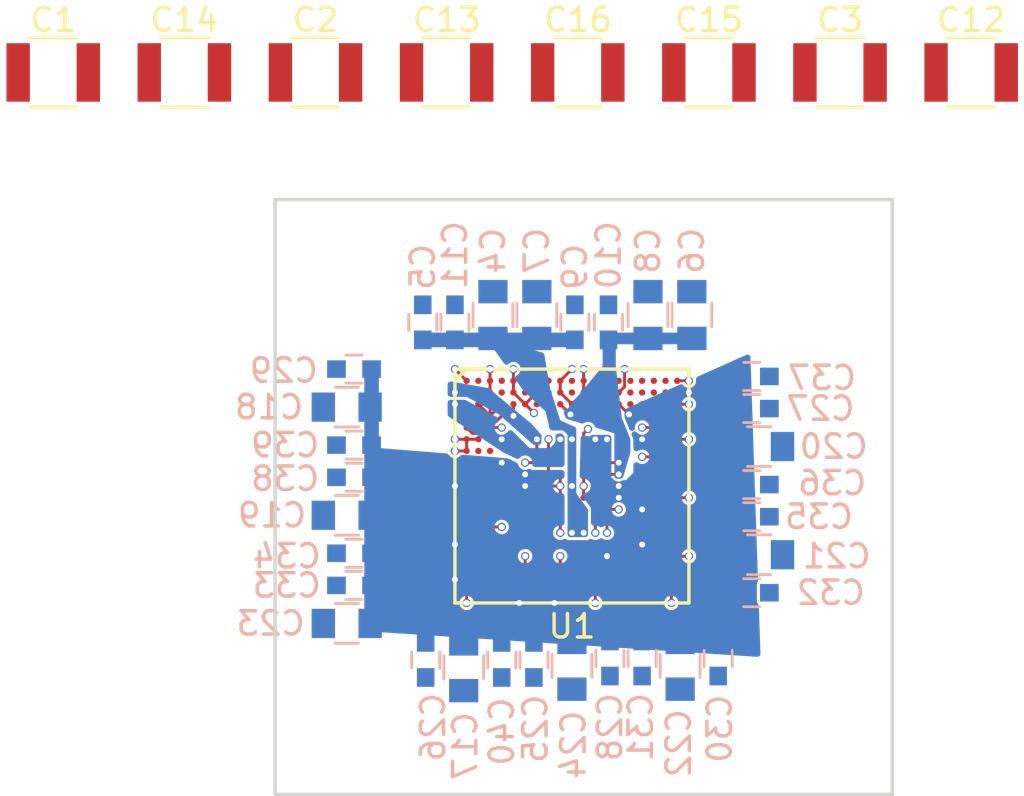
<source format=kicad_pcb>
(kicad_pcb (version 4) (host pcbnew 4.0.4+e1-6308~48~ubuntu14.04.1-stable)

  (general
    (links 175)
    (no_connects 85)
    (area 133.237499 88.674999 159.762501 114.262501)
    (thickness 1.6)
    (drawings 4)
    (tracks 204)
    (zones 0)
    (modules 41)
    (nets 142)
  )

  (page A4)
  (layers
    (0 F.Cu signal)
    (1 In1.Cu signal)
    (2 In2.Cu signal)
    (31 B.Cu signal)
    (32 B.Adhes user)
    (33 F.Adhes user)
    (34 B.Paste user)
    (35 F.Paste user)
    (36 B.SilkS user)
    (37 F.SilkS user)
    (38 B.Mask user)
    (39 F.Mask user)
    (40 Dwgs.User user)
    (41 Cmts.User user)
    (42 Eco1.User user)
    (43 Eco2.User user)
    (44 Edge.Cuts user)
    (45 Margin user)
    (46 B.CrtYd user)
    (47 F.CrtYd user)
    (48 B.Fab user hide)
    (49 F.Fab user hide)
  )

  (setup
    (last_trace_width 0.127)
    (trace_clearance 0.01)
    (zone_clearance 0.127)
    (zone_45_only no)
    (trace_min 0.127)
    (segment_width 0.2)
    (edge_width 0.15)
    (via_size 0.354)
    (via_drill 0.254)
    (via_min_size 0.354)
    (via_min_drill 0.254)
    (uvia_size 0.3)
    (uvia_drill 0.1)
    (uvias_allowed no)
    (uvia_min_size 0.2)
    (uvia_min_drill 0.1)
    (pcb_text_width 0.3)
    (pcb_text_size 1.5 1.5)
    (mod_edge_width 0.15)
    (mod_text_size 1 1)
    (mod_text_width 0.15)
    (pad_size 1.524 1.524)
    (pad_drill 0.762)
    (pad_to_mask_clearance 0.2)
    (aux_axis_origin 0 0)
    (visible_elements FFFFFF7F)
    (pcbplotparams
      (layerselection 0x00030_80000001)
      (usegerberextensions false)
      (excludeedgelayer true)
      (linewidth 0.100000)
      (plotframeref false)
      (viasonmask false)
      (mode 1)
      (useauxorigin false)
      (hpglpennumber 1)
      (hpglpenspeed 20)
      (hpglpendiameter 15)
      (hpglpenoverlay 2)
      (psnegative false)
      (psa4output false)
      (plotreference true)
      (plotvalue true)
      (plotinvisibletext false)
      (padsonsilk false)
      (subtractmaskfromsilk false)
      (outputformat 1)
      (mirror false)
      (drillshape 1)
      (scaleselection 1)
      (outputdirectory ""))
  )

  (net 0 "")
  (net 1 GND)
  (net 2 AVCC1P2)
  (net 3 AVCC1P0)
  (net 4 "Net-(U1-PadD1)")
  (net 5 "Net-(U1-PadH1)")
  (net 6 "Net-(U1-PadJ1)")
  (net 7 V3P3)
  (net 8 "Net-(U1-PadL1)")
  (net 9 "Net-(U1-PadM1)")
  (net 10 "Net-(U1-PadN1)")
  (net 11 "Net-(U1-PadP1)")
  (net 12 "Net-(U1-PadT1)")
  (net 13 "Net-(U1-PadU1)")
  (net 14 "Net-(U1-PadA2)")
  (net 15 "Net-(U1-PadB2)")
  (net 16 "Net-(U1-PadD2)")
  (net 17 "Net-(U1-PadG2)")
  (net 18 "Net-(U1-PadH2)")
  (net 19 "Net-(U1-PadJ2)")
  (net 20 "Net-(U1-PadK2)")
  (net 21 "Net-(U1-PadL2)")
  (net 22 "Net-(U1-PadM2)")
  (net 23 "Net-(U1-PadN2)")
  (net 24 "Net-(U1-PadR2)")
  (net 25 "Net-(U1-PadT2)")
  (net 26 "Net-(U1-PadU2)")
  (net 27 "Net-(U1-PadV2)")
  (net 28 "Net-(U1-PadW2)")
  (net 29 "Net-(U1-PadG3)")
  (net 30 "Net-(U1-PadJ3)")
  (net 31 "Net-(U1-PadK3)")
  (net 32 "Net-(U1-PadL3)")
  (net 33 "Net-(U1-PadM3)")
  (net 34 "Net-(U1-PadN3)")
  (net 35 "Net-(U1-PadP3)")
  (net 36 "Net-(U1-PadR3)")
  (net 37 "Net-(U1-PadT3)")
  (net 38 "Net-(U1-PadU3)")
  (net 39 "Net-(U1-PadV3)")
  (net 40 "Net-(U1-PadW3)")
  (net 41 "Net-(U1-PadA4)")
  (net 42 "Net-(U1-PadB4)")
  (net 43 "Net-(U1-PadU4)")
  (net 44 "Net-(U1-PadV4)")
  (net 45 "Net-(U1-PadW4)")
  (net 46 "Net-(U1-PadU5)")
  (net 47 "Net-(U1-PadV5)")
  (net 48 "Net-(U1-PadW5)")
  (net 49 "Net-(U1-PadA6)")
  (net 50 "Net-(U1-PadB6)")
  (net 51 "Net-(U1-PadW6)")
  (net 52 "Net-(U1-PadC7)")
  (net 53 "Net-(U1-PadU7)")
  (net 54 "Net-(U1-PadV7)")
  (net 55 "Net-(U1-PadW7)")
  (net 56 "Net-(U1-PadA8)")
  (net 57 "Net-(U1-PadB8)")
  (net 58 "Net-(U1-PadC8)")
  (net 59 "Net-(U1-PadU8)")
  (net 60 "Net-(U1-PadV8)")
  (net 61 "Net-(U1-PadW8)")
  (net 62 "Net-(U1-PadW9)")
  (net 63 "Net-(U1-PadA10)")
  (net 64 "Net-(U1-PadB10)")
  (net 65 V1P0)
  (net 66 "Net-(U1-PadU10)")
  (net 67 "Net-(U1-PadV10)")
  (net 68 "Net-(U1-PadW10)")
  (net 69 "Net-(U1-PadC11)")
  (net 70 "Net-(U1-PadU11)")
  (net 71 "Net-(U1-PadV11)")
  (net 72 "Net-(U1-PadW11)")
  (net 73 "Net-(U1-PadA12)")
  (net 74 "Net-(U1-PadB12)")
  (net 75 "Net-(U1-PadC12)")
  (net 76 "Net-(U1-PadU12)")
  (net 77 "Net-(U1-PadV12)")
  (net 78 "Net-(U1-PadA13)")
  (net 79 "Net-(U1-PadB13)")
  (net 80 "Net-(U1-PadC13)")
  (net 81 V1P8)
  (net 82 "Net-(U1-PadV13)")
  (net 83 "Net-(U1-PadW13)")
  (net 84 "Net-(U1-PadA14)")
  (net 85 "Net-(U1-PadU14)")
  (net 86 "Net-(U1-PadV14)")
  (net 87 "Net-(U1-PadW14)")
  (net 88 "Net-(U1-PadA15)")
  (net 89 "Net-(U1-PadB15)")
  (net 90 "Net-(U1-PadC15)")
  (net 91 "Net-(U1-PadU15)")
  (net 92 "Net-(U1-PadV15)")
  (net 93 "Net-(U1-PadW15)")
  (net 94 "Net-(U1-PadA16)")
  (net 95 "Net-(U1-PadB16)")
  (net 96 "Net-(U1-PadC16)")
  (net 97 "Net-(U1-PadU16)")
  (net 98 "Net-(U1-PadV16)")
  (net 99 "Net-(U1-PadW16)")
  (net 100 "Net-(U1-PadA17)")
  (net 101 "Net-(U1-PadB17)")
  (net 102 "Net-(U1-PadC17)")
  (net 103 "Net-(U1-PadD17)")
  (net 104 "Net-(U1-PadG17)")
  (net 105 "Net-(U1-PadH17)")
  (net 106 "Net-(U1-PadJ17)")
  (net 107 "Net-(U1-PadK17)")
  (net 108 "Net-(U1-PadL17)")
  (net 109 "Net-(U1-PadN17)")
  (net 110 "Net-(U1-PadP17)")
  (net 111 "Net-(U1-PadT17)")
  (net 112 "Net-(U1-PadU17)")
  (net 113 "Net-(U1-PadV17)")
  (net 114 "Net-(U1-PadW17)")
  (net 115 "Net-(U1-PadD18)")
  (net 116 "Net-(U1-PadE18)")
  (net 117 "Net-(U1-PadF18)")
  (net 118 "Net-(U1-PadG18)")
  (net 119 "Net-(U1-PadJ18)")
  (net 120 "Net-(U1-PadK18)")
  (net 121 "Net-(U1-PadL18)")
  (net 122 "Net-(U1-PadM18)")
  (net 123 "Net-(U1-PadN18)")
  (net 124 "Net-(U1-PadP18)")
  (net 125 "Net-(U1-PadR18)")
  (net 126 "Net-(U1-PadT18)")
  (net 127 "Net-(U1-PadU18)")
  (net 128 "Net-(U1-PadW18)")
  (net 129 "Net-(U1-PadD19)")
  (net 130 "Net-(U1-PadE19)")
  (net 131 "Net-(U1-PadG19)")
  (net 132 "Net-(U1-PadH19)")
  (net 133 "Net-(U1-PadJ19)")
  (net 134 "Net-(U1-PadK19)")
  (net 135 "Net-(U1-PadM19)")
  (net 136 "Net-(U1-PadN19)")
  (net 137 "Net-(U1-PadP19)")
  (net 138 "Net-(U1-PadR19)")
  (net 139 "Net-(U1-PadU19)")
  (net 140 "Net-(U1-PadV19)")
  (net 141 "Net-(U1-PadW19)")

  (net_class Default "This is the default net class."
    (clearance 0.01)
    (trace_width 0.127)
    (via_dia 0.354)
    (via_drill 0.254)
    (uvia_dia 0.3)
    (uvia_drill 0.1)
    (add_net AVCC1P0)
    (add_net AVCC1P2)
    (add_net GND)
    (add_net "Net-(U1-PadA10)")
    (add_net "Net-(U1-PadA12)")
    (add_net "Net-(U1-PadA13)")
    (add_net "Net-(U1-PadA14)")
    (add_net "Net-(U1-PadA15)")
    (add_net "Net-(U1-PadA16)")
    (add_net "Net-(U1-PadA17)")
    (add_net "Net-(U1-PadA2)")
    (add_net "Net-(U1-PadA4)")
    (add_net "Net-(U1-PadA6)")
    (add_net "Net-(U1-PadA8)")
    (add_net "Net-(U1-PadB10)")
    (add_net "Net-(U1-PadB12)")
    (add_net "Net-(U1-PadB13)")
    (add_net "Net-(U1-PadB15)")
    (add_net "Net-(U1-PadB16)")
    (add_net "Net-(U1-PadB17)")
    (add_net "Net-(U1-PadB2)")
    (add_net "Net-(U1-PadB4)")
    (add_net "Net-(U1-PadB6)")
    (add_net "Net-(U1-PadB8)")
    (add_net "Net-(U1-PadC11)")
    (add_net "Net-(U1-PadC12)")
    (add_net "Net-(U1-PadC13)")
    (add_net "Net-(U1-PadC15)")
    (add_net "Net-(U1-PadC16)")
    (add_net "Net-(U1-PadC17)")
    (add_net "Net-(U1-PadC7)")
    (add_net "Net-(U1-PadC8)")
    (add_net "Net-(U1-PadD1)")
    (add_net "Net-(U1-PadD17)")
    (add_net "Net-(U1-PadD18)")
    (add_net "Net-(U1-PadD19)")
    (add_net "Net-(U1-PadD2)")
    (add_net "Net-(U1-PadE18)")
    (add_net "Net-(U1-PadE19)")
    (add_net "Net-(U1-PadF18)")
    (add_net "Net-(U1-PadG17)")
    (add_net "Net-(U1-PadG18)")
    (add_net "Net-(U1-PadG19)")
    (add_net "Net-(U1-PadG2)")
    (add_net "Net-(U1-PadG3)")
    (add_net "Net-(U1-PadH1)")
    (add_net "Net-(U1-PadH17)")
    (add_net "Net-(U1-PadH19)")
    (add_net "Net-(U1-PadH2)")
    (add_net "Net-(U1-PadJ1)")
    (add_net "Net-(U1-PadJ17)")
    (add_net "Net-(U1-PadJ18)")
    (add_net "Net-(U1-PadJ19)")
    (add_net "Net-(U1-PadJ2)")
    (add_net "Net-(U1-PadJ3)")
    (add_net "Net-(U1-PadK17)")
    (add_net "Net-(U1-PadK18)")
    (add_net "Net-(U1-PadK19)")
    (add_net "Net-(U1-PadK2)")
    (add_net "Net-(U1-PadK3)")
    (add_net "Net-(U1-PadL1)")
    (add_net "Net-(U1-PadL17)")
    (add_net "Net-(U1-PadL18)")
    (add_net "Net-(U1-PadL2)")
    (add_net "Net-(U1-PadL3)")
    (add_net "Net-(U1-PadM1)")
    (add_net "Net-(U1-PadM18)")
    (add_net "Net-(U1-PadM19)")
    (add_net "Net-(U1-PadM2)")
    (add_net "Net-(U1-PadM3)")
    (add_net "Net-(U1-PadN1)")
    (add_net "Net-(U1-PadN17)")
    (add_net "Net-(U1-PadN18)")
    (add_net "Net-(U1-PadN19)")
    (add_net "Net-(U1-PadN2)")
    (add_net "Net-(U1-PadN3)")
    (add_net "Net-(U1-PadP1)")
    (add_net "Net-(U1-PadP17)")
    (add_net "Net-(U1-PadP18)")
    (add_net "Net-(U1-PadP19)")
    (add_net "Net-(U1-PadP3)")
    (add_net "Net-(U1-PadR18)")
    (add_net "Net-(U1-PadR19)")
    (add_net "Net-(U1-PadR2)")
    (add_net "Net-(U1-PadR3)")
    (add_net "Net-(U1-PadT1)")
    (add_net "Net-(U1-PadT17)")
    (add_net "Net-(U1-PadT18)")
    (add_net "Net-(U1-PadT2)")
    (add_net "Net-(U1-PadT3)")
    (add_net "Net-(U1-PadU1)")
    (add_net "Net-(U1-PadU10)")
    (add_net "Net-(U1-PadU11)")
    (add_net "Net-(U1-PadU12)")
    (add_net "Net-(U1-PadU14)")
    (add_net "Net-(U1-PadU15)")
    (add_net "Net-(U1-PadU16)")
    (add_net "Net-(U1-PadU17)")
    (add_net "Net-(U1-PadU18)")
    (add_net "Net-(U1-PadU19)")
    (add_net "Net-(U1-PadU2)")
    (add_net "Net-(U1-PadU3)")
    (add_net "Net-(U1-PadU4)")
    (add_net "Net-(U1-PadU5)")
    (add_net "Net-(U1-PadU7)")
    (add_net "Net-(U1-PadU8)")
    (add_net "Net-(U1-PadV10)")
    (add_net "Net-(U1-PadV11)")
    (add_net "Net-(U1-PadV12)")
    (add_net "Net-(U1-PadV13)")
    (add_net "Net-(U1-PadV14)")
    (add_net "Net-(U1-PadV15)")
    (add_net "Net-(U1-PadV16)")
    (add_net "Net-(U1-PadV17)")
    (add_net "Net-(U1-PadV19)")
    (add_net "Net-(U1-PadV2)")
    (add_net "Net-(U1-PadV3)")
    (add_net "Net-(U1-PadV4)")
    (add_net "Net-(U1-PadV5)")
    (add_net "Net-(U1-PadV7)")
    (add_net "Net-(U1-PadV8)")
    (add_net "Net-(U1-PadW10)")
    (add_net "Net-(U1-PadW11)")
    (add_net "Net-(U1-PadW13)")
    (add_net "Net-(U1-PadW14)")
    (add_net "Net-(U1-PadW15)")
    (add_net "Net-(U1-PadW16)")
    (add_net "Net-(U1-PadW17)")
    (add_net "Net-(U1-PadW18)")
    (add_net "Net-(U1-PadW19)")
    (add_net "Net-(U1-PadW2)")
    (add_net "Net-(U1-PadW3)")
    (add_net "Net-(U1-PadW4)")
    (add_net "Net-(U1-PadW5)")
    (add_net "Net-(U1-PadW6)")
    (add_net "Net-(U1-PadW7)")
    (add_net "Net-(U1-PadW8)")
    (add_net "Net-(U1-PadW9)")
    (add_net V1P0)
    (add_net V1P8)
    (add_net V3P3)
  )

  (module NQBit.pretty:CPG236 (layer F.Cu) (tedit 5A5140B4) (tstamp 5A51B847)
    (at 146 101)
    (path /5A54E9A8)
    (solder_mask_margin 0.015)
    (fp_text reference U1 (at 0 6) (layer F.SilkS)
      (effects (font (size 1 1) (thickness 0.15)))
    )
    (fp_text value XC7A15TCPG236 (at 0 -6) (layer F.Fab)
      (effects (font (size 1 1) (thickness 0.15)))
    )
    (fp_line (start -5 -4.5) (end -4.5 -5) (layer F.SilkS) (width 0.15))
    (fp_line (start 5 -5) (end -5 -5) (layer F.SilkS) (width 0.15))
    (fp_line (start 5 5) (end 5 -5) (layer F.SilkS) (width 0.15))
    (fp_line (start -5 5) (end 5 5) (layer F.SilkS) (width 0.15))
    (fp_line (start -5 -5) (end -5 5) (layer F.SilkS) (width 0.15))
    (pad A1 smd circle (at -4.5 -4.5) (size 0.27 0.27) (layers F.Cu F.Paste F.Mask)
      (net 1 GND))
    (pad B1 smd circle (at -4.5 -4) (size 0.27 0.27) (layers F.Cu F.Paste F.Mask)
      (net 2 AVCC1P2))
    (pad C1 smd circle (at -4.5 -3.5) (size 0.27 0.27) (layers F.Cu F.Paste F.Mask)
      (net 3 AVCC1P0))
    (pad D1 smd circle (at -4.5 -3) (size 0.27 0.27) (layers F.Cu F.Paste F.Mask)
      (net 4 "Net-(U1-PadD1)"))
    (pad E1 smd circle (at -4.5 -2.5) (size 0.27 0.27) (layers F.Cu F.Paste F.Mask)
      (net 3 AVCC1P0))
    (pad F1 smd circle (at -4.5 -2) (size 0.27 0.27) (layers F.Cu F.Paste F.Mask)
      (net 1 GND))
    (pad G1 smd circle (at -4.5 -1.5) (size 0.27 0.27) (layers F.Cu F.Paste F.Mask)
      (net 1 GND))
    (pad H1 smd circle (at -4.5 -1) (size 0.27 0.27) (layers F.Cu F.Paste F.Mask)
      (net 5 "Net-(U1-PadH1)"))
    (pad J1 smd circle (at -4.5 -0.5) (size 0.27 0.27) (layers F.Cu F.Paste F.Mask)
      (net 6 "Net-(U1-PadJ1)"))
    (pad K1 smd circle (at -4.5 0) (size 0.27 0.27) (layers F.Cu F.Paste F.Mask)
      (net 7 V3P3))
    (pad L1 smd circle (at -4.5 0.5) (size 0.27 0.27) (layers F.Cu F.Paste F.Mask)
      (net 8 "Net-(U1-PadL1)"))
    (pad M1 smd circle (at -4.5 1) (size 0.27 0.27) (layers F.Cu F.Paste F.Mask)
      (net 9 "Net-(U1-PadM1)"))
    (pad N1 smd circle (at -4.5 1.5) (size 0.27 0.27) (layers F.Cu F.Paste F.Mask)
      (net 10 "Net-(U1-PadN1)"))
    (pad P1 smd circle (at -4.5 2) (size 0.27 0.27) (layers F.Cu F.Paste F.Mask)
      (net 11 "Net-(U1-PadP1)"))
    (pad R1 smd circle (at -4.5 2.5) (size 0.27 0.27) (layers F.Cu F.Paste F.Mask)
      (net 7 V3P3))
    (pad T1 smd circle (at -4.5 3) (size 0.27 0.27) (layers F.Cu F.Paste F.Mask)
      (net 12 "Net-(U1-PadT1)"))
    (pad U1 smd circle (at -4.5 3.5) (size 0.27 0.27) (layers F.Cu F.Paste F.Mask)
      (net 13 "Net-(U1-PadU1)"))
    (pad V1 smd circle (at -4.5 4) (size 0.27 0.27) (layers F.Cu F.Paste F.Mask)
      (net 7 V3P3))
    (pad W1 smd circle (at -4.5 4.5) (size 0.27 0.27) (layers F.Cu F.Paste F.Mask)
      (net 1 GND))
    (pad A2 smd circle (at -4 -4.5) (size 0.27 0.27) (layers F.Cu F.Paste F.Mask)
      (net 14 "Net-(U1-PadA2)"))
    (pad B2 smd circle (at -4 -4) (size 0.27 0.27) (layers F.Cu F.Paste F.Mask)
      (net 15 "Net-(U1-PadB2)"))
    (pad C2 smd circle (at -4 -3.5) (size 0.27 0.27) (layers F.Cu F.Paste F.Mask)
      (net 1 GND))
    (pad D2 smd circle (at -4 -3) (size 0.27 0.27) (layers F.Cu F.Paste F.Mask)
      (net 16 "Net-(U1-PadD2)"))
    (pad E2 smd circle (at -4 -2.5) (size 0.27 0.27) (layers F.Cu F.Paste F.Mask)
      (net 2 AVCC1P2))
    (pad F2 smd circle (at -4 -2) (size 0.27 0.27) (layers F.Cu F.Paste F.Mask)
      (net 1 GND))
    (pad G2 smd circle (at -4 -1.5) (size 0.27 0.27) (layers F.Cu F.Paste F.Mask)
      (net 17 "Net-(U1-PadG2)"))
    (pad H2 smd circle (at -4 -1) (size 0.27 0.27) (layers F.Cu F.Paste F.Mask)
      (net 18 "Net-(U1-PadH2)"))
    (pad J2 smd circle (at -4 -0.5) (size 0.27 0.27) (layers F.Cu F.Paste F.Mask)
      (net 19 "Net-(U1-PadJ2)"))
    (pad K2 smd circle (at -4 0) (size 0.27 0.27) (layers F.Cu F.Paste F.Mask)
      (net 20 "Net-(U1-PadK2)"))
    (pad L2 smd circle (at -4 0.5) (size 0.27 0.27) (layers F.Cu F.Paste F.Mask)
      (net 21 "Net-(U1-PadL2)"))
    (pad M2 smd circle (at -4 1) (size 0.27 0.27) (layers F.Cu F.Paste F.Mask)
      (net 22 "Net-(U1-PadM2)"))
    (pad N2 smd circle (at -4 1.5) (size 0.27 0.27) (layers F.Cu F.Paste F.Mask)
      (net 23 "Net-(U1-PadN2)"))
    (pad P2 smd circle (at -4 2) (size 0.27 0.27) (layers F.Cu F.Paste F.Mask)
      (net 1 GND))
    (pad R2 smd circle (at -4 2.5) (size 0.27 0.27) (layers F.Cu F.Paste F.Mask)
      (net 24 "Net-(U1-PadR2)"))
    (pad T2 smd circle (at -4 3) (size 0.27 0.27) (layers F.Cu F.Paste F.Mask)
      (net 25 "Net-(U1-PadT2)"))
    (pad U2 smd circle (at -4 3.5) (size 0.27 0.27) (layers F.Cu F.Paste F.Mask)
      (net 26 "Net-(U1-PadU2)"))
    (pad V2 smd circle (at -4 4) (size 0.27 0.27) (layers F.Cu F.Paste F.Mask)
      (net 27 "Net-(U1-PadV2)"))
    (pad W2 smd circle (at -4 4.5) (size 0.27 0.27) (layers F.Cu F.Paste F.Mask)
      (net 28 "Net-(U1-PadW2)"))
    (pad A3 smd circle (at -3.5 -4.5) (size 0.27 0.27) (layers F.Cu F.Paste F.Mask)
      (net 1 GND))
    (pad B3 smd circle (at -3.5 -4) (size 0.27 0.27) (layers F.Cu F.Paste F.Mask)
      (net 1 GND))
    (pad C3 smd circle (at -3.5 -3.5) (size 0.27 0.27) (layers F.Cu F.Paste F.Mask)
      (net 1 GND))
    (pad D3 smd circle (at -3.5 -3) (size 0.27 0.27) (layers F.Cu F.Paste F.Mask)
      (net 1 GND))
    (pad E3 smd circle (at -3.5 -2.5) (size 0.27 0.27) (layers F.Cu F.Paste F.Mask)
      (net 1 GND))
    (pad F3 smd circle (at -3.5 -2) (size 0.27 0.27) (layers F.Cu F.Paste F.Mask)
      (net 3 AVCC1P0))
    (pad G3 smd circle (at -3.5 -1.5) (size 0.27 0.27) (layers F.Cu F.Paste F.Mask)
      (net 29 "Net-(U1-PadG3)"))
    (pad H3 smd circle (at -3.5 -1) (size 0.27 0.27) (layers F.Cu F.Paste F.Mask)
      (net 7 V3P3))
    (pad J3 smd circle (at -3.5 -0.5) (size 0.27 0.27) (layers F.Cu F.Paste F.Mask)
      (net 30 "Net-(U1-PadJ3)"))
    (pad K3 smd circle (at -3.5 0) (size 0.27 0.27) (layers F.Cu F.Paste F.Mask)
      (net 31 "Net-(U1-PadK3)"))
    (pad L3 smd circle (at -3.5 0.5) (size 0.27 0.27) (layers F.Cu F.Paste F.Mask)
      (net 32 "Net-(U1-PadL3)"))
    (pad M3 smd circle (at -3.5 1) (size 0.27 0.27) (layers F.Cu F.Paste F.Mask)
      (net 33 "Net-(U1-PadM3)"))
    (pad N3 smd circle (at -3.5 1.5) (size 0.27 0.27) (layers F.Cu F.Paste F.Mask)
      (net 34 "Net-(U1-PadN3)"))
    (pad P3 smd circle (at -3.5 2) (size 0.27 0.27) (layers F.Cu F.Paste F.Mask)
      (net 35 "Net-(U1-PadP3)"))
    (pad R3 smd circle (at -3.5 2.5) (size 0.27 0.27) (layers F.Cu F.Paste F.Mask)
      (net 36 "Net-(U1-PadR3)"))
    (pad T3 smd circle (at -3.5 3) (size 0.27 0.27) (layers F.Cu F.Paste F.Mask)
      (net 37 "Net-(U1-PadT3)"))
    (pad U3 smd circle (at -3.5 3.5) (size 0.27 0.27) (layers F.Cu F.Paste F.Mask)
      (net 38 "Net-(U1-PadU3)"))
    (pad V3 smd circle (at -3.5 4) (size 0.27 0.27) (layers F.Cu F.Paste F.Mask)
      (net 39 "Net-(U1-PadV3)"))
    (pad W3 smd circle (at -3.5 4.5) (size 0.27 0.27) (layers F.Cu F.Paste F.Mask)
      (net 40 "Net-(U1-PadW3)"))
    (pad A4 smd circle (at -3 -4.5) (size 0.27 0.27) (layers F.Cu F.Paste F.Mask)
      (net 41 "Net-(U1-PadA4)"))
    (pad B4 smd circle (at -3 -4) (size 0.27 0.27) (layers F.Cu F.Paste F.Mask)
      (net 42 "Net-(U1-PadB4)"))
    (pad C4 smd circle (at -3 -3.5) (size 0.27 0.27) (layers F.Cu F.Paste F.Mask)
      (net 1 GND))
    (pad U4 smd circle (at -3 3.5) (size 0.27 0.27) (layers F.Cu F.Paste F.Mask)
      (net 43 "Net-(U1-PadU4)"))
    (pad V4 smd circle (at -3 4) (size 0.27 0.27) (layers F.Cu F.Paste F.Mask)
      (net 44 "Net-(U1-PadV4)"))
    (pad W4 smd circle (at -3 4.5) (size 0.27 0.27) (layers F.Cu F.Paste F.Mask)
      (net 45 "Net-(U1-PadW4)"))
    (pad A5 smd circle (at -2.5 -4.5) (size 0.27 0.27) (layers F.Cu F.Paste F.Mask)
      (net 1 GND))
    (pad B5 smd circle (at -2.5 -4) (size 0.27 0.27) (layers F.Cu F.Paste F.Mask)
      (net 1 GND))
    (pad C5 smd circle (at -2.5 -3.5) (size 0.27 0.27) (layers F.Cu F.Paste F.Mask)
      (net 2 AVCC1P2))
    (pad U5 smd circle (at -2.5 3.5) (size 0.27 0.27) (layers F.Cu F.Paste F.Mask)
      (net 46 "Net-(U1-PadU5)"))
    (pad V5 smd circle (at -2.5 4) (size 0.27 0.27) (layers F.Cu F.Paste F.Mask)
      (net 47 "Net-(U1-PadV5)"))
    (pad W5 smd circle (at -2.5 4.5) (size 0.27 0.27) (layers F.Cu F.Paste F.Mask)
      (net 48 "Net-(U1-PadW5)"))
    (pad A6 smd circle (at -2 -4.5) (size 0.27 0.27) (layers F.Cu F.Paste F.Mask)
      (net 49 "Net-(U1-PadA6)"))
    (pad B6 smd circle (at -2 -4) (size 0.27 0.27) (layers F.Cu F.Paste F.Mask)
      (net 50 "Net-(U1-PadB6)"))
    (pad C6 smd circle (at -2 -3.5) (size 0.27 0.27) (layers F.Cu F.Paste F.Mask)
      (net 1 GND))
    (pad U6 smd circle (at -2 3.5) (size 0.27 0.27) (layers F.Cu F.Paste F.Mask)
      (net 1 GND))
    (pad V6 smd circle (at -2 4) (size 0.27 0.27) (layers F.Cu F.Paste F.Mask)
      (net 7 V3P3))
    (pad W6 smd circle (at -2 4.5) (size 0.27 0.27) (layers F.Cu F.Paste F.Mask)
      (net 51 "Net-(U1-PadW6)"))
    (pad A7 smd circle (at -1.5 -4.5) (size 0.27 0.27) (layers F.Cu F.Paste F.Mask)
      (net 1 GND))
    (pad B7 smd circle (at -1.5 -4) (size 0.27 0.27) (layers F.Cu F.Paste F.Mask)
      (net 1 GND))
    (pad C7 smd circle (at -1.5 -3.5) (size 0.27 0.27) (layers F.Cu F.Paste F.Mask)
      (net 52 "Net-(U1-PadC7)"))
    (pad G7 smd circle (at -1.5 -1.5) (size 0.27 0.27) (layers F.Cu F.Paste F.Mask)
      (net 2 AVCC1P2))
    (pad H7 smd circle (at -1.5 -1) (size 0.27 0.27) (layers F.Cu F.Paste F.Mask)
      (net 1 GND))
    (pad J7 smd circle (at -1.5 -0.5) (size 0.27 0.27) (layers F.Cu F.Paste F.Mask)
      (net 7 V3P3))
    (pad K7 smd circle (at -1.5 0) (size 0.27 0.27) (layers F.Cu F.Paste F.Mask)
      (net 7 V3P3))
    (pad L7 smd circle (at -1.5 0.5) (size 0.27 0.27) (layers F.Cu F.Paste F.Mask)
      (net 7 V3P3))
    (pad M7 smd circle (at -1.5 1) (size 0.27 0.27) (layers F.Cu F.Paste F.Mask)
      (net 7 V3P3))
    (pad N7 smd circle (at -1.5 1.5) (size 0.27 0.27) (layers F.Cu F.Paste F.Mask)
      (net 7 V3P3))
    (pad U7 smd circle (at -1.5 3.5) (size 0.27 0.27) (layers F.Cu F.Paste F.Mask)
      (net 53 "Net-(U1-PadU7)"))
    (pad V7 smd circle (at -1.5 4) (size 0.27 0.27) (layers F.Cu F.Paste F.Mask)
      (net 54 "Net-(U1-PadV7)"))
    (pad W7 smd circle (at -1.5 4.5) (size 0.27 0.27) (layers F.Cu F.Paste F.Mask)
      (net 55 "Net-(U1-PadW7)"))
    (pad A8 smd circle (at -1 -4.5) (size 0.27 0.27) (layers F.Cu F.Paste F.Mask)
      (net 56 "Net-(U1-PadA8)"))
    (pad B8 smd circle (at -1 -4) (size 0.27 0.27) (layers F.Cu F.Paste F.Mask)
      (net 57 "Net-(U1-PadB8)"))
    (pad C8 smd circle (at -1 -3.5) (size 0.27 0.27) (layers F.Cu F.Paste F.Mask)
      (net 58 "Net-(U1-PadC8)"))
    (pad G8 smd circle (at -1 -1.5) (size 0.27 0.27) (layers F.Cu F.Paste F.Mask)
      (net 1 GND))
    (pad H8 smd circle (at -1 -1) (size 0.27 0.27) (layers F.Cu F.Paste F.Mask)
      (net 1 GND))
    (pad J8 smd circle (at -1 -0.5) (size 0.27 0.27) (layers F.Cu F.Paste F.Mask)
      (net 1 GND))
    (pad K8 smd circle (at -1 0) (size 0.27 0.27) (layers F.Cu F.Paste F.Mask)
      (net 1 GND))
    (pad L8 smd circle (at -1 0.5) (size 0.27 0.27) (layers F.Cu F.Paste F.Mask)
      (net 1 GND))
    (pad M8 smd circle (at -1 1) (size 0.27 0.27) (layers F.Cu F.Paste F.Mask)
      (net 7 V3P3))
    (pad N8 smd circle (at -1 1.5) (size 0.27 0.27) (layers F.Cu F.Paste F.Mask)
      (net 7 V3P3))
    (pad U8 smd circle (at -1 3.5) (size 0.27 0.27) (layers F.Cu F.Paste F.Mask)
      (net 59 "Net-(U1-PadU8)"))
    (pad V8 smd circle (at -1 4) (size 0.27 0.27) (layers F.Cu F.Paste F.Mask)
      (net 60 "Net-(U1-PadV8)"))
    (pad W8 smd circle (at -1 4.5) (size 0.27 0.27) (layers F.Cu F.Paste F.Mask)
      (net 61 "Net-(U1-PadW8)"))
    (pad A9 smd circle (at -0.5 -4.5) (size 0.27 0.27) (layers F.Cu F.Paste F.Mask)
      (net 1 GND))
    (pad B9 smd circle (at -0.5 -4) (size 0.27 0.27) (layers F.Cu F.Paste F.Mask)
      (net 1 GND))
    (pad C9 smd circle (at -0.5 -3.5) (size 0.27 0.27) (layers F.Cu F.Paste F.Mask)
      (net 81 V1P8))
    (pad G9 smd circle (at -0.5 -1.5) (size 0.27 0.27) (layers F.Cu F.Paste F.Mask)
      (net 3 AVCC1P0))
    (pad H9 smd circle (at -0.5 -1) (size 0.27 0.27) (layers F.Cu F.Paste F.Mask)
      (net 3 AVCC1P0))
    (pad J9 smd circle (at -0.5 -0.5) (size 0.27 0.27) (layers F.Cu F.Paste F.Mask)
      (net 1 GND))
    (pad L9 smd circle (at -0.5 0.5) (size 0.27 0.27) (layers F.Cu F.Paste F.Mask)
      (net 1 GND))
    (pad M9 smd circle (at -0.5 1) (size 0.27 0.27) (layers F.Cu F.Paste F.Mask)
      (net 1 GND))
    (pad N9 smd circle (at -0.5 1.5) (size 0.27 0.27) (layers F.Cu F.Paste F.Mask)
      (net 1 GND))
    (pad U9 smd circle (at -0.5 3.5) (size 0.27 0.27) (layers F.Cu F.Paste F.Mask)
      (net 1 GND))
    (pad V9 smd circle (at -0.5 4) (size 0.27 0.27) (layers F.Cu F.Paste F.Mask)
      (net 7 V3P3))
    (pad W9 smd circle (at -0.5 4.5) (size 0.27 0.27) (layers F.Cu F.Paste F.Mask)
      (net 62 "Net-(U1-PadW9)"))
    (pad A10 smd circle (at 0 -4.5) (size 0.27 0.27) (layers F.Cu F.Paste F.Mask)
      (net 63 "Net-(U1-PadA10)"))
    (pad B10 smd circle (at 0 -4) (size 0.27 0.27) (layers F.Cu F.Paste F.Mask)
      (net 64 "Net-(U1-PadB10)"))
    (pad C10 smd circle (at 0 -3.5) (size 0.27 0.27) (layers F.Cu F.Paste F.Mask)
      (net 1 GND))
    (pad G10 smd circle (at 0 -1.5) (size 0.27 0.27) (layers F.Cu F.Paste F.Mask)
      (net 65 V1P0))
    (pad H10 smd circle (at 0 -1) (size 0.27 0.27) (layers F.Cu F.Paste F.Mask)
      (net 65 V1P0))
    (pad J10 smd circle (at 0 -0.5) (size 0.27 0.27) (layers F.Cu F.Paste F.Mask)
      (net 65 V1P0))
    (pad L10 smd circle (at 0 0.5) (size 0.27 0.27) (layers F.Cu F.Paste F.Mask)
      (net 65 V1P0))
    (pad M10 smd circle (at 0 1) (size 0.27 0.27) (layers F.Cu F.Paste F.Mask)
      (net 65 V1P0))
    (pad N10 smd circle (at 0 1.5) (size 0.27 0.27) (layers F.Cu F.Paste F.Mask)
      (net 65 V1P0))
    (pad U10 smd circle (at 0 3.5) (size 0.27 0.27) (layers F.Cu F.Paste F.Mask)
      (net 66 "Net-(U1-PadU10)"))
    (pad V10 smd circle (at 0 4) (size 0.27 0.27) (layers F.Cu F.Paste F.Mask)
      (net 67 "Net-(U1-PadV10)"))
    (pad W10 smd circle (at 0 4.5) (size 0.27 0.27) (layers F.Cu F.Paste F.Mask)
      (net 68 "Net-(U1-PadW10)"))
    (pad A11 smd circle (at 0.5 -4.5) (size 0.27 0.27) (layers F.Cu F.Paste F.Mask)
      (net 1 GND))
    (pad B11 smd circle (at 0.5 -4) (size 0.27 0.27) (layers F.Cu F.Paste F.Mask)
      (net 1 GND))
    (pad C11 smd circle (at 0.5 -3.5) (size 0.27 0.27) (layers F.Cu F.Paste F.Mask)
      (net 69 "Net-(U1-PadC11)"))
    (pad G11 smd circle (at 0.5 -1.5) (size 0.27 0.27) (layers F.Cu F.Paste F.Mask)
      (net 1 GND))
    (pad H11 smd circle (at 0.5 -1) (size 0.27 0.27) (layers F.Cu F.Paste F.Mask)
      (net 1 GND))
    (pad J11 smd circle (at 0.5 -0.5) (size 0.27 0.27) (layers F.Cu F.Paste F.Mask)
      (net 1 GND))
    (pad L11 smd circle (at 0.5 0.5) (size 0.27 0.27) (layers F.Cu F.Paste F.Mask)
      (net 1 GND))
    (pad M11 smd circle (at 0.5 1) (size 0.27 0.27) (layers F.Cu F.Paste F.Mask)
      (net 65 V1P0))
    (pad N11 smd circle (at 0.5 1.5) (size 0.27 0.27) (layers F.Cu F.Paste F.Mask)
      (net 65 V1P0))
    (pad U11 smd circle (at 0.5 3.5) (size 0.27 0.27) (layers F.Cu F.Paste F.Mask)
      (net 70 "Net-(U1-PadU11)"))
    (pad V11 smd circle (at 0.5 4) (size 0.27 0.27) (layers F.Cu F.Paste F.Mask)
      (net 71 "Net-(U1-PadV11)"))
    (pad W11 smd circle (at 0.5 4.5) (size 0.27 0.27) (layers F.Cu F.Paste F.Mask)
      (net 72 "Net-(U1-PadW11)"))
    (pad A12 smd circle (at 1 -4.5) (size 0.27 0.27) (layers F.Cu F.Paste F.Mask)
      (net 73 "Net-(U1-PadA12)"))
    (pad B12 smd circle (at 1 -4) (size 0.27 0.27) (layers F.Cu F.Paste F.Mask)
      (net 74 "Net-(U1-PadB12)"))
    (pad C12 smd circle (at 1 -3.5) (size 0.27 0.27) (layers F.Cu F.Paste F.Mask)
      (net 75 "Net-(U1-PadC12)"))
    (pad G12 smd circle (at 1 -1.5) (size 0.27 0.27) (layers F.Cu F.Paste F.Mask)
      (net 7 V3P3))
    (pad H12 smd circle (at 1 -1) (size 0.27 0.27) (layers F.Cu F.Paste F.Mask)
      (net 1 GND))
    (pad J12 smd circle (at 1 -0.5) (size 0.27 0.27) (layers F.Cu F.Paste F.Mask)
      (net 1 GND))
    (pad K12 smd circle (at 1 0) (size 0.27 0.27) (layers F.Cu F.Paste F.Mask)
      (net 7 V3P3))
    (pad L12 smd circle (at 1 0.5) (size 0.27 0.27) (layers F.Cu F.Paste F.Mask)
      (net 7 V3P3))
    (pad M12 smd circle (at 1 1) (size 0.27 0.27) (layers F.Cu F.Paste F.Mask)
      (net 7 V3P3))
    (pad N12 smd circle (at 1 1.5) (size 0.27 0.27) (layers F.Cu F.Paste F.Mask)
      (net 1 GND))
    (pad U12 smd circle (at 1 3.5) (size 0.27 0.27) (layers F.Cu F.Paste F.Mask)
      (net 76 "Net-(U1-PadU12)"))
    (pad V12 smd circle (at 1 4) (size 0.27 0.27) (layers F.Cu F.Paste F.Mask)
      (net 77 "Net-(U1-PadV12)"))
    (pad W12 smd circle (at 1 4.5) (size 0.27 0.27) (layers F.Cu F.Paste F.Mask)
      (net 1 GND))
    (pad A13 smd circle (at 1.5 -4.5) (size 0.27 0.27) (layers F.Cu F.Paste F.Mask)
      (net 78 "Net-(U1-PadA13)"))
    (pad B13 smd circle (at 1.5 -4) (size 0.27 0.27) (layers F.Cu F.Paste F.Mask)
      (net 79 "Net-(U1-PadB13)"))
    (pad C13 smd circle (at 1.5 -3.5) (size 0.27 0.27) (layers F.Cu F.Paste F.Mask)
      (net 80 "Net-(U1-PadC13)"))
    (pad G13 smd circle (at 1.5 -1.5) (size 0.27 0.27) (layers F.Cu F.Paste F.Mask)
      (net 7 V3P3))
    (pad H13 smd circle (at 1.5 -1) (size 0.27 0.27) (layers F.Cu F.Paste F.Mask)
      (net 81 V1P8))
    (pad J13 smd circle (at 1.5 -0.5) (size 0.27 0.27) (layers F.Cu F.Paste F.Mask)
      (net 81 V1P8))
    (pad K13 smd circle (at 1.5 0) (size 0.27 0.27) (layers F.Cu F.Paste F.Mask)
      (net 7 V3P3))
    (pad L13 smd circle (at 1.5 0.5) (size 0.27 0.27) (layers F.Cu F.Paste F.Mask)
      (net 7 V3P3))
    (pad M13 smd circle (at 1.5 1) (size 0.27 0.27) (layers F.Cu F.Paste F.Mask)
      (net 1 GND))
    (pad N13 smd circle (at 1.5 1.5) (size 0.27 0.27) (layers F.Cu F.Paste F.Mask)
      (net 1 GND))
    (pad U13 smd circle (at 1.5 3.5) (size 0.27 0.27) (layers F.Cu F.Paste F.Mask)
      (net 7 V3P3))
    (pad V13 smd circle (at 1.5 4) (size 0.27 0.27) (layers F.Cu F.Paste F.Mask)
      (net 82 "Net-(U1-PadV13)"))
    (pad W13 smd circle (at 1.5 4.5) (size 0.27 0.27) (layers F.Cu F.Paste F.Mask)
      (net 83 "Net-(U1-PadW13)"))
    (pad A14 smd circle (at 2 -4.5) (size 0.27 0.27) (layers F.Cu F.Paste F.Mask)
      (net 84 "Net-(U1-PadA14)"))
    (pad B14 smd circle (at 2 -4) (size 0.27 0.27) (layers F.Cu F.Paste F.Mask)
      (net 1 GND))
    (pad C14 smd circle (at 2 -3.5) (size 0.27 0.27) (layers F.Cu F.Paste F.Mask)
      (net 7 V3P3))
    (pad U14 smd circle (at 2 3.5) (size 0.27 0.27) (layers F.Cu F.Paste F.Mask)
      (net 85 "Net-(U1-PadU14)"))
    (pad V14 smd circle (at 2 4) (size 0.27 0.27) (layers F.Cu F.Paste F.Mask)
      (net 86 "Net-(U1-PadV14)"))
    (pad W14 smd circle (at 2 4.5) (size 0.27 0.27) (layers F.Cu F.Paste F.Mask)
      (net 87 "Net-(U1-PadW14)"))
    (pad A15 smd circle (at 2.5 -4.5) (size 0.27 0.27) (layers F.Cu F.Paste F.Mask)
      (net 88 "Net-(U1-PadA15)"))
    (pad B15 smd circle (at 2.5 -4) (size 0.27 0.27) (layers F.Cu F.Paste F.Mask)
      (net 89 "Net-(U1-PadB15)"))
    (pad C15 smd circle (at 2.5 -3.5) (size 0.27 0.27) (layers F.Cu F.Paste F.Mask)
      (net 90 "Net-(U1-PadC15)"))
    (pad U15 smd circle (at 2.5 3.5) (size 0.27 0.27) (layers F.Cu F.Paste F.Mask)
      (net 91 "Net-(U1-PadU15)"))
    (pad V15 smd circle (at 2.5 4) (size 0.27 0.27) (layers F.Cu F.Paste F.Mask)
      (net 92 "Net-(U1-PadV15)"))
    (pad W15 smd circle (at 2.5 4.5) (size 0.27 0.27) (layers F.Cu F.Paste F.Mask)
      (net 93 "Net-(U1-PadW15)"))
    (pad A16 smd circle (at 3 -4.5) (size 0.27 0.27) (layers F.Cu F.Paste F.Mask)
      (net 94 "Net-(U1-PadA16)"))
    (pad B16 smd circle (at 3 -4) (size 0.27 0.27) (layers F.Cu F.Paste F.Mask)
      (net 95 "Net-(U1-PadB16)"))
    (pad C16 smd circle (at 3 -3.5) (size 0.27 0.27) (layers F.Cu F.Paste F.Mask)
      (net 96 "Net-(U1-PadC16)"))
    (pad U16 smd circle (at 3 3.5) (size 0.27 0.27) (layers F.Cu F.Paste F.Mask)
      (net 97 "Net-(U1-PadU16)"))
    (pad V16 smd circle (at 3 4) (size 0.27 0.27) (layers F.Cu F.Paste F.Mask)
      (net 98 "Net-(U1-PadV16)"))
    (pad W16 smd circle (at 3 4.5) (size 0.27 0.27) (layers F.Cu F.Paste F.Mask)
      (net 99 "Net-(U1-PadW16)"))
    (pad A17 smd circle (at 3.5 -4.5) (size 0.27 0.27) (layers F.Cu F.Paste F.Mask)
      (net 100 "Net-(U1-PadA17)"))
    (pad B17 smd circle (at 3.5 -4) (size 0.27 0.27) (layers F.Cu F.Paste F.Mask)
      (net 101 "Net-(U1-PadB17)"))
    (pad C17 smd circle (at 3.5 -3.5) (size 0.27 0.27) (layers F.Cu F.Paste F.Mask)
      (net 102 "Net-(U1-PadC17)"))
    (pad D17 smd circle (at 3.5 -3) (size 0.27 0.27) (layers F.Cu F.Paste F.Mask)
      (net 103 "Net-(U1-PadD17)"))
    (pad E17 smd circle (at 3.5 -2.5) (size 0.27 0.27) (layers F.Cu F.Paste F.Mask)
      (net 1 GND))
    (pad F17 smd circle (at 3.5 -2) (size 0.27 0.27) (layers F.Cu F.Paste F.Mask)
      (net 7 V3P3))
    (pad G17 smd circle (at 3.5 -1.5) (size 0.27 0.27) (layers F.Cu F.Paste F.Mask)
      (net 104 "Net-(U1-PadG17)"))
    (pad H17 smd circle (at 3.5 -1) (size 0.27 0.27) (layers F.Cu F.Paste F.Mask)
      (net 105 "Net-(U1-PadH17)"))
    (pad J17 smd circle (at 3.5 -0.5) (size 0.27 0.27) (layers F.Cu F.Paste F.Mask)
      (net 106 "Net-(U1-PadJ17)"))
    (pad K17 smd circle (at 3.5 0) (size 0.27 0.27) (layers F.Cu F.Paste F.Mask)
      (net 107 "Net-(U1-PadK17)"))
    (pad L17 smd circle (at 3.5 0.5) (size 0.27 0.27) (layers F.Cu F.Paste F.Mask)
      (net 108 "Net-(U1-PadL17)"))
    (pad M17 smd circle (at 3.5 1) (size 0.27 0.27) (layers F.Cu F.Paste F.Mask)
      (net 7 V3P3))
    (pad N17 smd circle (at 3.5 1.5) (size 0.27 0.27) (layers F.Cu F.Paste F.Mask)
      (net 109 "Net-(U1-PadN17)"))
    (pad P17 smd circle (at 3.5 2) (size 0.27 0.27) (layers F.Cu F.Paste F.Mask)
      (net 110 "Net-(U1-PadP17)"))
    (pad R17 smd circle (at 3.5 2.5) (size 0.27 0.27) (layers F.Cu F.Paste F.Mask)
      (net 7 V3P3))
    (pad T17 smd circle (at 3.5 3) (size 0.27 0.27) (layers F.Cu F.Paste F.Mask)
      (net 111 "Net-(U1-PadT17)"))
    (pad U17 smd circle (at 3.5 3.5) (size 0.27 0.27) (layers F.Cu F.Paste F.Mask)
      (net 112 "Net-(U1-PadU17)"))
    (pad V17 smd circle (at 3.5 4) (size 0.27 0.27) (layers F.Cu F.Paste F.Mask)
      (net 113 "Net-(U1-PadV17)"))
    (pad W17 smd circle (at 3.5 4.5) (size 0.27 0.27) (layers F.Cu F.Paste F.Mask)
      (net 114 "Net-(U1-PadW17)"))
    (pad A18 smd circle (at 4 -4.5) (size 0.27 0.27) (layers F.Cu F.Paste F.Mask))
    (pad B18 smd circle (at 4 -4) (size 0.27 0.27) (layers F.Cu F.Paste F.Mask))
    (pad C18 smd circle (at 4 -3.5) (size 0.27 0.27) (layers F.Cu F.Paste F.Mask)
      (net 7 V3P3))
    (pad D18 smd circle (at 4 -3) (size 0.27 0.27) (layers F.Cu F.Paste F.Mask)
      (net 115 "Net-(U1-PadD18)"))
    (pad E18 smd circle (at 4 -2.5) (size 0.27 0.27) (layers F.Cu F.Paste F.Mask)
      (net 116 "Net-(U1-PadE18)"))
    (pad F18 smd circle (at 4 -2) (size 0.27 0.27) (layers F.Cu F.Paste F.Mask)
      (net 117 "Net-(U1-PadF18)"))
    (pad G18 smd circle (at 4 -1.5) (size 0.27 0.27) (layers F.Cu F.Paste F.Mask)
      (net 118 "Net-(U1-PadG18)"))
    (pad H18 smd circle (at 4 -1) (size 0.27 0.27) (layers F.Cu F.Paste F.Mask)
      (net 1 GND))
    (pad J18 smd circle (at 4 -0.5) (size 0.27 0.27) (layers F.Cu F.Paste F.Mask)
      (net 119 "Net-(U1-PadJ18)"))
    (pad K18 smd circle (at 4 0) (size 0.27 0.27) (layers F.Cu F.Paste F.Mask)
      (net 120 "Net-(U1-PadK18)"))
    (pad L18 smd circle (at 4 0.5) (size 0.27 0.27) (layers F.Cu F.Paste F.Mask)
      (net 121 "Net-(U1-PadL18)"))
    (pad M18 smd circle (at 4 1) (size 0.27 0.27) (layers F.Cu F.Paste F.Mask)
      (net 122 "Net-(U1-PadM18)"))
    (pad N18 smd circle (at 4 1.5) (size 0.27 0.27) (layers F.Cu F.Paste F.Mask)
      (net 123 "Net-(U1-PadN18)"))
    (pad P18 smd circle (at 4 2) (size 0.27 0.27) (layers F.Cu F.Paste F.Mask)
      (net 124 "Net-(U1-PadP18)"))
    (pad R18 smd circle (at 4 2.5) (size 0.27 0.27) (layers F.Cu F.Paste F.Mask)
      (net 125 "Net-(U1-PadR18)"))
    (pad T18 smd circle (at 4 3) (size 0.27 0.27) (layers F.Cu F.Paste F.Mask)
      (net 126 "Net-(U1-PadT18)"))
    (pad U18 smd circle (at 4 3.5) (size 0.27 0.27) (layers F.Cu F.Paste F.Mask)
      (net 127 "Net-(U1-PadU18)"))
    (pad V18 smd circle (at 4 4) (size 0.27 0.27) (layers F.Cu F.Paste F.Mask)
      (net 1 GND))
    (pad W18 smd circle (at 4 4.5) (size 0.27 0.27) (layers F.Cu F.Paste F.Mask)
      (net 128 "Net-(U1-PadW18)"))
    (pad A19 smd circle (at 4.5 -4.5) (size 0.27 0.27) (layers F.Cu F.Paste F.Mask)
      (net 1 GND))
    (pad B19 smd circle (at 4.5 -4) (size 0.27 0.27) (layers F.Cu F.Paste F.Mask)
      (net 7 V3P3))
    (pad C19 smd circle (at 4.5 -3.5) (size 0.27 0.27) (layers F.Cu F.Paste F.Mask)
      (net 1 GND))
    (pad D19 smd circle (at 4.5 -3) (size 0.27 0.27) (layers F.Cu F.Paste F.Mask)
      (net 129 "Net-(U1-PadD19)"))
    (pad E19 smd circle (at 4.5 -2.5) (size 0.27 0.27) (layers F.Cu F.Paste F.Mask)
      (net 130 "Net-(U1-PadE19)"))
    (pad F19 smd circle (at 4.5 -2) (size 0.27 0.27) (layers F.Cu F.Paste F.Mask)
      (net 1 GND))
    (pad G19 smd circle (at 4.5 -1.5) (size 0.27 0.27) (layers F.Cu F.Paste F.Mask)
      (net 131 "Net-(U1-PadG19)"))
    (pad H19 smd circle (at 4.5 -1) (size 0.27 0.27) (layers F.Cu F.Paste F.Mask)
      (net 132 "Net-(U1-PadH19)"))
    (pad J19 smd circle (at 4.5 -0.5) (size 0.27 0.27) (layers F.Cu F.Paste F.Mask)
      (net 133 "Net-(U1-PadJ19)"))
    (pad K19 smd circle (at 4.5 0) (size 0.27 0.27) (layers F.Cu F.Paste F.Mask)
      (net 134 "Net-(U1-PadK19)"))
    (pad L19 smd circle (at 4.5 0.5) (size 0.27 0.27) (layers F.Cu F.Paste F.Mask)
      (net 1 GND))
    (pad M19 smd circle (at 4.5 1) (size 0.27 0.27) (layers F.Cu F.Paste F.Mask)
      (net 135 "Net-(U1-PadM19)"))
    (pad N19 smd circle (at 4.5 1.5) (size 0.27 0.27) (layers F.Cu F.Paste F.Mask)
      (net 136 "Net-(U1-PadN19)"))
    (pad P19 smd circle (at 4.5 2) (size 0.27 0.27) (layers F.Cu F.Paste F.Mask)
      (net 137 "Net-(U1-PadP19)"))
    (pad R19 smd circle (at 4.5 2.5) (size 0.27 0.27) (layers F.Cu F.Paste F.Mask)
      (net 138 "Net-(U1-PadR19)"))
    (pad T19 smd circle (at 4.5 3) (size 0.27 0.27) (layers F.Cu F.Paste F.Mask)
      (net 1 GND))
    (pad U19 smd circle (at 4.5 3.5) (size 0.27 0.27) (layers F.Cu F.Paste F.Mask)
      (net 139 "Net-(U1-PadU19)"))
    (pad V19 smd circle (at 4.5 4) (size 0.27 0.27) (layers F.Cu F.Paste F.Mask)
      (net 140 "Net-(U1-PadV19)"))
    (pad W19 smd circle (at 4.5 4.5) (size 0.27 0.27) (layers F.Cu F.Paste F.Mask)
      (net 141 "Net-(U1-PadW19)"))
  )

  (module Capacitors_SMD:C_1210 (layer F.Cu) (tedit 58AA84E2) (tstamp 5A526708)
    (at 123.83173 83.3125)
    (descr "Capacitor SMD 1210, reflow soldering, AVX (see smccp.pdf)")
    (tags "capacitor 1210")
    (path /5A54EEB7/5A5563A1)
    (attr smd)
    (fp_text reference C1 (at 0 -2.25) (layer F.SilkS)
      (effects (font (size 1 1) (thickness 0.15)))
    )
    (fp_text value 100uF (at 0 2.5) (layer F.Fab)
      (effects (font (size 1 1) (thickness 0.15)))
    )
    (fp_text user %R (at 0 -2.25) (layer F.Fab)
      (effects (font (size 1 1) (thickness 0.15)))
    )
    (fp_line (start -1.6 1.25) (end -1.6 -1.25) (layer F.Fab) (width 0.1))
    (fp_line (start 1.6 1.25) (end -1.6 1.25) (layer F.Fab) (width 0.1))
    (fp_line (start 1.6 -1.25) (end 1.6 1.25) (layer F.Fab) (width 0.1))
    (fp_line (start -1.6 -1.25) (end 1.6 -1.25) (layer F.Fab) (width 0.1))
    (fp_line (start 1 -1.48) (end -1 -1.48) (layer F.SilkS) (width 0.12))
    (fp_line (start -1 1.48) (end 1 1.48) (layer F.SilkS) (width 0.12))
    (fp_line (start -2.25 -1.5) (end 2.25 -1.5) (layer F.CrtYd) (width 0.05))
    (fp_line (start -2.25 -1.5) (end -2.25 1.5) (layer F.CrtYd) (width 0.05))
    (fp_line (start 2.25 1.5) (end 2.25 -1.5) (layer F.CrtYd) (width 0.05))
    (fp_line (start 2.25 1.5) (end -2.25 1.5) (layer F.CrtYd) (width 0.05))
    (pad 1 smd rect (at -1.5 0) (size 1 2.5) (layers F.Cu F.Paste F.Mask)
      (net 65 V1P0))
    (pad 2 smd rect (at 1.5 0) (size 1 2.5) (layers F.Cu F.Paste F.Mask)
      (net 1 GND))
    (model Capacitors_SMD.3dshapes/C_1210.wrl
      (at (xyz 0 0 0))
      (scale (xyz 1 1 1))
      (rotate (xyz 0 0 0))
    )
  )

  (module Capacitors_SMD:C_1210 (layer F.Cu) (tedit 58AA84E2) (tstamp 5A52670E)
    (at 135.04052 83.3125)
    (descr "Capacitor SMD 1210, reflow soldering, AVX (see smccp.pdf)")
    (tags "capacitor 1210")
    (path /5A54EEB7/5A556494)
    (attr smd)
    (fp_text reference C2 (at 0 -2.25) (layer F.SilkS)
      (effects (font (size 1 1) (thickness 0.15)))
    )
    (fp_text value 47uF (at 0 2.5) (layer F.Fab)
      (effects (font (size 1 1) (thickness 0.15)))
    )
    (fp_text user %R (at 0 -2.25) (layer F.Fab)
      (effects (font (size 1 1) (thickness 0.15)))
    )
    (fp_line (start -1.6 1.25) (end -1.6 -1.25) (layer F.Fab) (width 0.1))
    (fp_line (start 1.6 1.25) (end -1.6 1.25) (layer F.Fab) (width 0.1))
    (fp_line (start 1.6 -1.25) (end 1.6 1.25) (layer F.Fab) (width 0.1))
    (fp_line (start -1.6 -1.25) (end 1.6 -1.25) (layer F.Fab) (width 0.1))
    (fp_line (start 1 -1.48) (end -1 -1.48) (layer F.SilkS) (width 0.12))
    (fp_line (start -1 1.48) (end 1 1.48) (layer F.SilkS) (width 0.12))
    (fp_line (start -2.25 -1.5) (end 2.25 -1.5) (layer F.CrtYd) (width 0.05))
    (fp_line (start -2.25 -1.5) (end -2.25 1.5) (layer F.CrtYd) (width 0.05))
    (fp_line (start 2.25 1.5) (end 2.25 -1.5) (layer F.CrtYd) (width 0.05))
    (fp_line (start 2.25 1.5) (end -2.25 1.5) (layer F.CrtYd) (width 0.05))
    (pad 1 smd rect (at -1.5 0) (size 1 2.5) (layers F.Cu F.Paste F.Mask)
      (net 65 V1P0))
    (pad 2 smd rect (at 1.5 0) (size 1 2.5) (layers F.Cu F.Paste F.Mask)
      (net 1 GND))
    (model Capacitors_SMD.3dshapes/C_1210.wrl
      (at (xyz 0 0 0))
      (scale (xyz 1 1 1))
      (rotate (xyz 0 0 0))
    )
  )

  (module Capacitors_SMD:C_1210 (layer F.Cu) (tedit 58AA84E2) (tstamp 5A526714)
    (at 157.4581 83.3125)
    (descr "Capacitor SMD 1210, reflow soldering, AVX (see smccp.pdf)")
    (tags "capacitor 1210")
    (path /5A54EEB7/5A556AA7)
    (attr smd)
    (fp_text reference C3 (at 0 -2.25) (layer F.SilkS)
      (effects (font (size 1 1) (thickness 0.15)))
    )
    (fp_text value 47uF (at 0 2.5) (layer F.Fab)
      (effects (font (size 1 1) (thickness 0.15)))
    )
    (fp_text user %R (at 0 -2.25) (layer F.Fab)
      (effects (font (size 1 1) (thickness 0.15)))
    )
    (fp_line (start -1.6 1.25) (end -1.6 -1.25) (layer F.Fab) (width 0.1))
    (fp_line (start 1.6 1.25) (end -1.6 1.25) (layer F.Fab) (width 0.1))
    (fp_line (start 1.6 -1.25) (end 1.6 1.25) (layer F.Fab) (width 0.1))
    (fp_line (start -1.6 -1.25) (end 1.6 -1.25) (layer F.Fab) (width 0.1))
    (fp_line (start 1 -1.48) (end -1 -1.48) (layer F.SilkS) (width 0.12))
    (fp_line (start -1 1.48) (end 1 1.48) (layer F.SilkS) (width 0.12))
    (fp_line (start -2.25 -1.5) (end 2.25 -1.5) (layer F.CrtYd) (width 0.05))
    (fp_line (start -2.25 -1.5) (end -2.25 1.5) (layer F.CrtYd) (width 0.05))
    (fp_line (start 2.25 1.5) (end 2.25 -1.5) (layer F.CrtYd) (width 0.05))
    (fp_line (start 2.25 1.5) (end -2.25 1.5) (layer F.CrtYd) (width 0.05))
    (pad 1 smd rect (at -1.5 0) (size 1 2.5) (layers F.Cu F.Paste F.Mask)
      (net 81 V1P8))
    (pad 2 smd rect (at 1.5 0) (size 1 2.5) (layers F.Cu F.Paste F.Mask)
      (net 1 GND))
    (model Capacitors_SMD.3dshapes/C_1210.wrl
      (at (xyz 0 0 0))
      (scale (xyz 1 1 1))
      (rotate (xyz 0 0 0))
    )
  )

  (module Capacitors_SMD:C_0805 (layer B.Cu) (tedit 58AA8463) (tstamp 5A52671A)
    (at 142.625 93.6875 90)
    (descr "Capacitor SMD 0805, reflow soldering, AVX (see smccp.pdf)")
    (tags "capacitor 0805")
    (path /5A54EEB7/5A5563D0)
    (attr smd)
    (fp_text reference C4 (at 2.75 0 90) (layer B.SilkS)
      (effects (font (size 1 1) (thickness 0.15)) (justify mirror))
    )
    (fp_text value 4.7uF (at 0 -1.75 90) (layer B.Fab)
      (effects (font (size 1 1) (thickness 0.15)) (justify mirror))
    )
    (fp_text user %R (at 0 1.5 90) (layer B.Fab)
      (effects (font (size 1 1) (thickness 0.15)) (justify mirror))
    )
    (fp_line (start -1 -0.62) (end -1 0.62) (layer B.Fab) (width 0.1))
    (fp_line (start 1 -0.62) (end -1 -0.62) (layer B.Fab) (width 0.1))
    (fp_line (start 1 0.62) (end 1 -0.62) (layer B.Fab) (width 0.1))
    (fp_line (start -1 0.62) (end 1 0.62) (layer B.Fab) (width 0.1))
    (fp_line (start 0.5 0.85) (end -0.5 0.85) (layer B.SilkS) (width 0.12))
    (fp_line (start -0.5 -0.85) (end 0.5 -0.85) (layer B.SilkS) (width 0.12))
    (fp_line (start -1.75 0.88) (end 1.75 0.88) (layer B.CrtYd) (width 0.05))
    (fp_line (start -1.75 0.88) (end -1.75 -0.87) (layer B.CrtYd) (width 0.05))
    (fp_line (start 1.75 -0.87) (end 1.75 0.88) (layer B.CrtYd) (width 0.05))
    (fp_line (start 1.75 -0.87) (end -1.75 -0.87) (layer B.CrtYd) (width 0.05))
    (pad 1 smd rect (at -1 0 90) (size 1 1.25) (layers B.Cu B.Paste B.Mask)
      (net 65 V1P0))
    (pad 2 smd rect (at 1 0 90) (size 1 1.25) (layers B.Cu B.Paste B.Mask)
      (net 1 GND))
    (model Capacitors_SMD.3dshapes/C_0805.wrl
      (at (xyz 0 0 0))
      (scale (xyz 1 1 1))
      (rotate (xyz 0 0 0))
    )
  )

  (module Capacitors_SMD:C_0603 (layer B.Cu) (tedit 59958EE7) (tstamp 5A526720)
    (at 139.625 94 90)
    (descr "Capacitor SMD 0603, reflow soldering, AVX (see smccp.pdf)")
    (tags "capacitor 0603")
    (path /5A54EEB7/5A5564BD)
    (attr smd)
    (fp_text reference C5 (at 2.375 0 90) (layer B.SilkS)
      (effects (font (size 1 1) (thickness 0.15)) (justify mirror))
    )
    (fp_text value 0.47uF (at 0 -1.5 90) (layer B.Fab)
      (effects (font (size 1 1) (thickness 0.15)) (justify mirror))
    )
    (fp_line (start 1.4 -0.65) (end -1.4 -0.65) (layer B.CrtYd) (width 0.05))
    (fp_line (start 1.4 -0.65) (end 1.4 0.65) (layer B.CrtYd) (width 0.05))
    (fp_line (start -1.4 0.65) (end -1.4 -0.65) (layer B.CrtYd) (width 0.05))
    (fp_line (start -1.4 0.65) (end 1.4 0.65) (layer B.CrtYd) (width 0.05))
    (fp_line (start 0.35 -0.6) (end -0.35 -0.6) (layer B.SilkS) (width 0.12))
    (fp_line (start -0.35 0.6) (end 0.35 0.6) (layer B.SilkS) (width 0.12))
    (fp_line (start -0.8 0.4) (end 0.8 0.4) (layer B.Fab) (width 0.1))
    (fp_line (start 0.8 0.4) (end 0.8 -0.4) (layer B.Fab) (width 0.1))
    (fp_line (start 0.8 -0.4) (end -0.8 -0.4) (layer B.Fab) (width 0.1))
    (fp_line (start -0.8 -0.4) (end -0.8 0.4) (layer B.Fab) (width 0.1))
    (fp_text user %R (at 0 0 90) (layer B.Fab)
      (effects (font (size 0.3 0.3) (thickness 0.075)) (justify mirror))
    )
    (pad 2 smd rect (at 0.75 0 90) (size 0.8 0.75) (layers B.Cu B.Paste B.Mask)
      (net 1 GND))
    (pad 1 smd rect (at -0.75 0 90) (size 0.8 0.75) (layers B.Cu B.Paste B.Mask)
      (net 65 V1P0))
    (model Capacitors_SMD.3dshapes/C_0603.wrl
      (at (xyz 0 0 0))
      (scale (xyz 1 1 1))
      (rotate (xyz 0 0 0))
    )
  )

  (module Capacitors_SMD:C_0805 (layer B.Cu) (tedit 58AA8463) (tstamp 5A526726)
    (at 151.125 93.6875 90)
    (descr "Capacitor SMD 0805, reflow soldering, AVX (see smccp.pdf)")
    (tags "capacitor 0805")
    (path /5A54EEB7/5A556AAD)
    (attr smd)
    (fp_text reference C6 (at 2.75 0 90) (layer B.SilkS)
      (effects (font (size 1 1) (thickness 0.15)) (justify mirror))
    )
    (fp_text value 4.7uF (at 0 -1.75 90) (layer B.Fab)
      (effects (font (size 1 1) (thickness 0.15)) (justify mirror))
    )
    (fp_text user %R (at 0 1.5 90) (layer B.Fab)
      (effects (font (size 1 1) (thickness 0.15)) (justify mirror))
    )
    (fp_line (start -1 -0.62) (end -1 0.62) (layer B.Fab) (width 0.1))
    (fp_line (start 1 -0.62) (end -1 -0.62) (layer B.Fab) (width 0.1))
    (fp_line (start 1 0.62) (end 1 -0.62) (layer B.Fab) (width 0.1))
    (fp_line (start -1 0.62) (end 1 0.62) (layer B.Fab) (width 0.1))
    (fp_line (start 0.5 0.85) (end -0.5 0.85) (layer B.SilkS) (width 0.12))
    (fp_line (start -0.5 -0.85) (end 0.5 -0.85) (layer B.SilkS) (width 0.12))
    (fp_line (start -1.75 0.88) (end 1.75 0.88) (layer B.CrtYd) (width 0.05))
    (fp_line (start -1.75 0.88) (end -1.75 -0.87) (layer B.CrtYd) (width 0.05))
    (fp_line (start 1.75 -0.87) (end 1.75 0.88) (layer B.CrtYd) (width 0.05))
    (fp_line (start 1.75 -0.87) (end -1.75 -0.87) (layer B.CrtYd) (width 0.05))
    (pad 1 smd rect (at -1 0 90) (size 1 1.25) (layers B.Cu B.Paste B.Mask)
      (net 81 V1P8))
    (pad 2 smd rect (at 1 0 90) (size 1 1.25) (layers B.Cu B.Paste B.Mask)
      (net 1 GND))
    (model Capacitors_SMD.3dshapes/C_0805.wrl
      (at (xyz 0 0 0))
      (scale (xyz 1 1 1))
      (rotate (xyz 0 0 0))
    )
  )

  (module Capacitors_SMD:C_0805 (layer B.Cu) (tedit 58AA8463) (tstamp 5A52672C)
    (at 144.5 93.6875 90)
    (descr "Capacitor SMD 0805, reflow soldering, AVX (see smccp.pdf)")
    (tags "capacitor 0805")
    (path /5A54EEB7/5A556429)
    (attr smd)
    (fp_text reference C7 (at 2.75 0 90) (layer B.SilkS)
      (effects (font (size 1 1) (thickness 0.15)) (justify mirror))
    )
    (fp_text value 4.7uF (at 0 -1.75 90) (layer B.Fab)
      (effects (font (size 1 1) (thickness 0.15)) (justify mirror))
    )
    (fp_text user %R (at 0 1.5 90) (layer B.Fab)
      (effects (font (size 1 1) (thickness 0.15)) (justify mirror))
    )
    (fp_line (start -1 -0.62) (end -1 0.62) (layer B.Fab) (width 0.1))
    (fp_line (start 1 -0.62) (end -1 -0.62) (layer B.Fab) (width 0.1))
    (fp_line (start 1 0.62) (end 1 -0.62) (layer B.Fab) (width 0.1))
    (fp_line (start -1 0.62) (end 1 0.62) (layer B.Fab) (width 0.1))
    (fp_line (start 0.5 0.85) (end -0.5 0.85) (layer B.SilkS) (width 0.12))
    (fp_line (start -0.5 -0.85) (end 0.5 -0.85) (layer B.SilkS) (width 0.12))
    (fp_line (start -1.75 0.88) (end 1.75 0.88) (layer B.CrtYd) (width 0.05))
    (fp_line (start -1.75 0.88) (end -1.75 -0.87) (layer B.CrtYd) (width 0.05))
    (fp_line (start 1.75 -0.87) (end 1.75 0.88) (layer B.CrtYd) (width 0.05))
    (fp_line (start 1.75 -0.87) (end -1.75 -0.87) (layer B.CrtYd) (width 0.05))
    (pad 1 smd rect (at -1 0 90) (size 1 1.25) (layers B.Cu B.Paste B.Mask)
      (net 65 V1P0))
    (pad 2 smd rect (at 1 0 90) (size 1 1.25) (layers B.Cu B.Paste B.Mask)
      (net 1 GND))
    (model Capacitors_SMD.3dshapes/C_0805.wrl
      (at (xyz 0 0 0))
      (scale (xyz 1 1 1))
      (rotate (xyz 0 0 0))
    )
  )

  (module Capacitors_SMD:C_0805 (layer B.Cu) (tedit 58AA8463) (tstamp 5A526732)
    (at 149.25 93.6875 90)
    (descr "Capacitor SMD 0805, reflow soldering, AVX (see smccp.pdf)")
    (tags "capacitor 0805")
    (path /5A54EEB7/5A556AB3)
    (attr smd)
    (fp_text reference C8 (at 2.75 0 90) (layer B.SilkS)
      (effects (font (size 1 1) (thickness 0.15)) (justify mirror))
    )
    (fp_text value 4.7uF (at 0 -1.75 90) (layer B.Fab)
      (effects (font (size 1 1) (thickness 0.15)) (justify mirror))
    )
    (fp_text user %R (at 0 1.5 90) (layer B.Fab)
      (effects (font (size 1 1) (thickness 0.15)) (justify mirror))
    )
    (fp_line (start -1 -0.62) (end -1 0.62) (layer B.Fab) (width 0.1))
    (fp_line (start 1 -0.62) (end -1 -0.62) (layer B.Fab) (width 0.1))
    (fp_line (start 1 0.62) (end 1 -0.62) (layer B.Fab) (width 0.1))
    (fp_line (start -1 0.62) (end 1 0.62) (layer B.Fab) (width 0.1))
    (fp_line (start 0.5 0.85) (end -0.5 0.85) (layer B.SilkS) (width 0.12))
    (fp_line (start -0.5 -0.85) (end 0.5 -0.85) (layer B.SilkS) (width 0.12))
    (fp_line (start -1.75 0.88) (end 1.75 0.88) (layer B.CrtYd) (width 0.05))
    (fp_line (start -1.75 0.88) (end -1.75 -0.87) (layer B.CrtYd) (width 0.05))
    (fp_line (start 1.75 -0.87) (end 1.75 0.88) (layer B.CrtYd) (width 0.05))
    (fp_line (start 1.75 -0.87) (end -1.75 -0.87) (layer B.CrtYd) (width 0.05))
    (pad 1 smd rect (at -1 0 90) (size 1 1.25) (layers B.Cu B.Paste B.Mask)
      (net 81 V1P8))
    (pad 2 smd rect (at 1 0 90) (size 1 1.25) (layers B.Cu B.Paste B.Mask)
      (net 1 GND))
    (model Capacitors_SMD.3dshapes/C_0805.wrl
      (at (xyz 0 0 0))
      (scale (xyz 1 1 1))
      (rotate (xyz 0 0 0))
    )
  )

  (module Capacitors_SMD:C_0603 (layer B.Cu) (tedit 59958EE7) (tstamp 5A526738)
    (at 146.125 94 90)
    (descr "Capacitor SMD 0603, reflow soldering, AVX (see smccp.pdf)")
    (tags "capacitor 0603")
    (path /5A54EEB7/5A55644A)
    (attr smd)
    (fp_text reference C9 (at 2.375 0 90) (layer B.SilkS)
      (effects (font (size 1 1) (thickness 0.15)) (justify mirror))
    )
    (fp_text value 0.47uF (at 0 -1.5 90) (layer B.Fab)
      (effects (font (size 1 1) (thickness 0.15)) (justify mirror))
    )
    (fp_line (start 1.4 -0.65) (end -1.4 -0.65) (layer B.CrtYd) (width 0.05))
    (fp_line (start 1.4 -0.65) (end 1.4 0.65) (layer B.CrtYd) (width 0.05))
    (fp_line (start -1.4 0.65) (end -1.4 -0.65) (layer B.CrtYd) (width 0.05))
    (fp_line (start -1.4 0.65) (end 1.4 0.65) (layer B.CrtYd) (width 0.05))
    (fp_line (start 0.35 -0.6) (end -0.35 -0.6) (layer B.SilkS) (width 0.12))
    (fp_line (start -0.35 0.6) (end 0.35 0.6) (layer B.SilkS) (width 0.12))
    (fp_line (start -0.8 0.4) (end 0.8 0.4) (layer B.Fab) (width 0.1))
    (fp_line (start 0.8 0.4) (end 0.8 -0.4) (layer B.Fab) (width 0.1))
    (fp_line (start 0.8 -0.4) (end -0.8 -0.4) (layer B.Fab) (width 0.1))
    (fp_line (start -0.8 -0.4) (end -0.8 0.4) (layer B.Fab) (width 0.1))
    (fp_text user %R (at 0 0 90) (layer B.Fab)
      (effects (font (size 0.3 0.3) (thickness 0.075)) (justify mirror))
    )
    (pad 2 smd rect (at 0.75 0 90) (size 0.8 0.75) (layers B.Cu B.Paste B.Mask)
      (net 1 GND))
    (pad 1 smd rect (at -0.75 0 90) (size 0.8 0.75) (layers B.Cu B.Paste B.Mask)
      (net 65 V1P0))
    (model Capacitors_SMD.3dshapes/C_0603.wrl
      (at (xyz 0 0 0))
      (scale (xyz 1 1 1))
      (rotate (xyz 0 0 0))
    )
  )

  (module Capacitors_SMD:C_0603 (layer B.Cu) (tedit 59958EE7) (tstamp 5A52673E)
    (at 147.5625 94 90)
    (descr "Capacitor SMD 0603, reflow soldering, AVX (see smccp.pdf)")
    (tags "capacitor 0603")
    (path /5A54EEB7/5A556AB9)
    (attr smd)
    (fp_text reference C10 (at 2.875 0 90) (layer B.SilkS)
      (effects (font (size 1 1) (thickness 0.15)) (justify mirror))
    )
    (fp_text value 0.47uF (at 0 -1.5 90) (layer B.Fab)
      (effects (font (size 1 1) (thickness 0.15)) (justify mirror))
    )
    (fp_line (start 1.4 -0.65) (end -1.4 -0.65) (layer B.CrtYd) (width 0.05))
    (fp_line (start 1.4 -0.65) (end 1.4 0.65) (layer B.CrtYd) (width 0.05))
    (fp_line (start -1.4 0.65) (end -1.4 -0.65) (layer B.CrtYd) (width 0.05))
    (fp_line (start -1.4 0.65) (end 1.4 0.65) (layer B.CrtYd) (width 0.05))
    (fp_line (start 0.35 -0.6) (end -0.35 -0.6) (layer B.SilkS) (width 0.12))
    (fp_line (start -0.35 0.6) (end 0.35 0.6) (layer B.SilkS) (width 0.12))
    (fp_line (start -0.8 0.4) (end 0.8 0.4) (layer B.Fab) (width 0.1))
    (fp_line (start 0.8 0.4) (end 0.8 -0.4) (layer B.Fab) (width 0.1))
    (fp_line (start 0.8 -0.4) (end -0.8 -0.4) (layer B.Fab) (width 0.1))
    (fp_line (start -0.8 -0.4) (end -0.8 0.4) (layer B.Fab) (width 0.1))
    (fp_text user %R (at 0 0 90) (layer B.Fab)
      (effects (font (size 0.3 0.3) (thickness 0.075)) (justify mirror))
    )
    (pad 2 smd rect (at 0.75 0 90) (size 0.8 0.75) (layers B.Cu B.Paste B.Mask)
      (net 1 GND))
    (pad 1 smd rect (at -0.75 0 90) (size 0.8 0.75) (layers B.Cu B.Paste B.Mask)
      (net 81 V1P8))
    (model Capacitors_SMD.3dshapes/C_0603.wrl
      (at (xyz 0 0 0))
      (scale (xyz 1 1 1))
      (rotate (xyz 0 0 0))
    )
  )

  (module Capacitors_SMD:C_0603 (layer B.Cu) (tedit 59958EE7) (tstamp 5A526744)
    (at 141 94 90)
    (descr "Capacitor SMD 0603, reflow soldering, AVX (see smccp.pdf)")
    (tags "capacitor 0603")
    (path /5A54EEB7/5A55646D)
    (attr smd)
    (fp_text reference C11 (at 2.875 0 90) (layer B.SilkS)
      (effects (font (size 1 1) (thickness 0.15)) (justify mirror))
    )
    (fp_text value 0.47uF (at 0 -1.5 90) (layer B.Fab)
      (effects (font (size 1 1) (thickness 0.15)) (justify mirror))
    )
    (fp_line (start 1.4 -0.65) (end -1.4 -0.65) (layer B.CrtYd) (width 0.05))
    (fp_line (start 1.4 -0.65) (end 1.4 0.65) (layer B.CrtYd) (width 0.05))
    (fp_line (start -1.4 0.65) (end -1.4 -0.65) (layer B.CrtYd) (width 0.05))
    (fp_line (start -1.4 0.65) (end 1.4 0.65) (layer B.CrtYd) (width 0.05))
    (fp_line (start 0.35 -0.6) (end -0.35 -0.6) (layer B.SilkS) (width 0.12))
    (fp_line (start -0.35 0.6) (end 0.35 0.6) (layer B.SilkS) (width 0.12))
    (fp_line (start -0.8 0.4) (end 0.8 0.4) (layer B.Fab) (width 0.1))
    (fp_line (start 0.8 0.4) (end 0.8 -0.4) (layer B.Fab) (width 0.1))
    (fp_line (start 0.8 -0.4) (end -0.8 -0.4) (layer B.Fab) (width 0.1))
    (fp_line (start -0.8 -0.4) (end -0.8 0.4) (layer B.Fab) (width 0.1))
    (fp_text user %R (at 0 0 90) (layer B.Fab)
      (effects (font (size 0.3 0.3) (thickness 0.075)) (justify mirror))
    )
    (pad 2 smd rect (at 0.75 0 90) (size 0.8 0.75) (layers B.Cu B.Paste B.Mask)
      (net 1 GND))
    (pad 1 smd rect (at -0.75 0 90) (size 0.8 0.75) (layers B.Cu B.Paste B.Mask)
      (net 65 V1P0))
    (model Capacitors_SMD.3dshapes/C_0603.wrl
      (at (xyz 0 0 0))
      (scale (xyz 1 1 1))
      (rotate (xyz 0 0 0))
    )
  )

  (module Capacitors_SMD:C_1210 (layer F.Cu) (tedit 58AA84E2) (tstamp 5A52674A)
    (at 163.062495 83.3125)
    (descr "Capacitor SMD 1210, reflow soldering, AVX (see smccp.pdf)")
    (tags "capacitor 1210")
    (path /5A54EEB7/5A5564E6)
    (attr smd)
    (fp_text reference C12 (at 0 -2.25) (layer F.SilkS)
      (effects (font (size 1 1) (thickness 0.15)))
    )
    (fp_text value 47uF (at 0 2.5) (layer F.Fab)
      (effects (font (size 1 1) (thickness 0.15)))
    )
    (fp_text user %R (at 0 -2.25) (layer F.Fab)
      (effects (font (size 1 1) (thickness 0.15)))
    )
    (fp_line (start -1.6 1.25) (end -1.6 -1.25) (layer F.Fab) (width 0.1))
    (fp_line (start 1.6 1.25) (end -1.6 1.25) (layer F.Fab) (width 0.1))
    (fp_line (start 1.6 -1.25) (end 1.6 1.25) (layer F.Fab) (width 0.1))
    (fp_line (start -1.6 -1.25) (end 1.6 -1.25) (layer F.Fab) (width 0.1))
    (fp_line (start 1 -1.48) (end -1 -1.48) (layer F.SilkS) (width 0.12))
    (fp_line (start -1 1.48) (end 1 1.48) (layer F.SilkS) (width 0.12))
    (fp_line (start -2.25 -1.5) (end 2.25 -1.5) (layer F.CrtYd) (width 0.05))
    (fp_line (start -2.25 -1.5) (end -2.25 1.5) (layer F.CrtYd) (width 0.05))
    (fp_line (start 2.25 1.5) (end 2.25 -1.5) (layer F.CrtYd) (width 0.05))
    (fp_line (start 2.25 1.5) (end -2.25 1.5) (layer F.CrtYd) (width 0.05))
    (pad 1 smd rect (at -1.5 0) (size 1 2.5) (layers F.Cu F.Paste F.Mask)
      (net 7 V3P3))
    (pad 2 smd rect (at 1.5 0) (size 1 2.5) (layers F.Cu F.Paste F.Mask)
      (net 1 GND))
    (model Capacitors_SMD.3dshapes/C_1210.wrl
      (at (xyz 0 0 0))
      (scale (xyz 1 1 1))
      (rotate (xyz 0 0 0))
    )
  )

  (module Capacitors_SMD:C_1210 (layer F.Cu) (tedit 58AA84E2) (tstamp 5A526750)
    (at 140.644915 83.3125)
    (descr "Capacitor SMD 1210, reflow soldering, AVX (see smccp.pdf)")
    (tags "capacitor 1210")
    (path /5A54EEB7/5A556ABF)
    (attr smd)
    (fp_text reference C13 (at 0 -2.25) (layer F.SilkS)
      (effects (font (size 1 1) (thickness 0.15)))
    )
    (fp_text value 100uF (at 0 2.5) (layer F.Fab)
      (effects (font (size 1 1) (thickness 0.15)))
    )
    (fp_text user %R (at 0 -2.25) (layer F.Fab)
      (effects (font (size 1 1) (thickness 0.15)))
    )
    (fp_line (start -1.6 1.25) (end -1.6 -1.25) (layer F.Fab) (width 0.1))
    (fp_line (start 1.6 1.25) (end -1.6 1.25) (layer F.Fab) (width 0.1))
    (fp_line (start 1.6 -1.25) (end 1.6 1.25) (layer F.Fab) (width 0.1))
    (fp_line (start -1.6 -1.25) (end 1.6 -1.25) (layer F.Fab) (width 0.1))
    (fp_line (start 1 -1.48) (end -1 -1.48) (layer F.SilkS) (width 0.12))
    (fp_line (start -1 1.48) (end 1 1.48) (layer F.SilkS) (width 0.12))
    (fp_line (start -2.25 -1.5) (end 2.25 -1.5) (layer F.CrtYd) (width 0.05))
    (fp_line (start -2.25 -1.5) (end -2.25 1.5) (layer F.CrtYd) (width 0.05))
    (fp_line (start 2.25 1.5) (end 2.25 -1.5) (layer F.CrtYd) (width 0.05))
    (fp_line (start 2.25 1.5) (end -2.25 1.5) (layer F.CrtYd) (width 0.05))
    (pad 1 smd rect (at -1.5 0) (size 1 2.5) (layers F.Cu F.Paste F.Mask)
      (net 7 V3P3))
    (pad 2 smd rect (at 1.5 0) (size 1 2.5) (layers F.Cu F.Paste F.Mask)
      (net 1 GND))
    (model Capacitors_SMD.3dshapes/C_1210.wrl
      (at (xyz 0 0 0))
      (scale (xyz 1 1 1))
      (rotate (xyz 0 0 0))
    )
  )

  (module Capacitors_SMD:C_1210 (layer F.Cu) (tedit 58AA84E2) (tstamp 5A526756)
    (at 129.436125 83.3125)
    (descr "Capacitor SMD 1210, reflow soldering, AVX (see smccp.pdf)")
    (tags "capacitor 1210")
    (path /5A54EEB7/5A561624)
    (attr smd)
    (fp_text reference C14 (at 0 -2.25) (layer F.SilkS)
      (effects (font (size 1 1) (thickness 0.15)))
    )
    (fp_text value 100uF (at 0 2.5) (layer F.Fab)
      (effects (font (size 1 1) (thickness 0.15)))
    )
    (fp_text user %R (at 0 -2.25) (layer F.Fab)
      (effects (font (size 1 1) (thickness 0.15)))
    )
    (fp_line (start -1.6 1.25) (end -1.6 -1.25) (layer F.Fab) (width 0.1))
    (fp_line (start 1.6 1.25) (end -1.6 1.25) (layer F.Fab) (width 0.1))
    (fp_line (start 1.6 -1.25) (end 1.6 1.25) (layer F.Fab) (width 0.1))
    (fp_line (start -1.6 -1.25) (end 1.6 -1.25) (layer F.Fab) (width 0.1))
    (fp_line (start 1 -1.48) (end -1 -1.48) (layer F.SilkS) (width 0.12))
    (fp_line (start -1 1.48) (end 1 1.48) (layer F.SilkS) (width 0.12))
    (fp_line (start -2.25 -1.5) (end 2.25 -1.5) (layer F.CrtYd) (width 0.05))
    (fp_line (start -2.25 -1.5) (end -2.25 1.5) (layer F.CrtYd) (width 0.05))
    (fp_line (start 2.25 1.5) (end 2.25 -1.5) (layer F.CrtYd) (width 0.05))
    (fp_line (start 2.25 1.5) (end -2.25 1.5) (layer F.CrtYd) (width 0.05))
    (pad 1 smd rect (at -1.5 0) (size 1 2.5) (layers F.Cu F.Paste F.Mask)
      (net 7 V3P3))
    (pad 2 smd rect (at 1.5 0) (size 1 2.5) (layers F.Cu F.Paste F.Mask)
      (net 1 GND))
    (model Capacitors_SMD.3dshapes/C_1210.wrl
      (at (xyz 0 0 0))
      (scale (xyz 1 1 1))
      (rotate (xyz 0 0 0))
    )
  )

  (module Capacitors_SMD:C_1210 (layer F.Cu) (tedit 58AA84E2) (tstamp 5A52675C)
    (at 151.853705 83.3125)
    (descr "Capacitor SMD 1210, reflow soldering, AVX (see smccp.pdf)")
    (tags "capacitor 1210")
    (path /5A54EEB7/5A561708)
    (attr smd)
    (fp_text reference C15 (at 0 -2.25) (layer F.SilkS)
      (effects (font (size 1 1) (thickness 0.15)))
    )
    (fp_text value 100uF (at 0 2.5) (layer F.Fab)
      (effects (font (size 1 1) (thickness 0.15)))
    )
    (fp_text user %R (at 0 -2.25) (layer F.Fab)
      (effects (font (size 1 1) (thickness 0.15)))
    )
    (fp_line (start -1.6 1.25) (end -1.6 -1.25) (layer F.Fab) (width 0.1))
    (fp_line (start 1.6 1.25) (end -1.6 1.25) (layer F.Fab) (width 0.1))
    (fp_line (start 1.6 -1.25) (end 1.6 1.25) (layer F.Fab) (width 0.1))
    (fp_line (start -1.6 -1.25) (end 1.6 -1.25) (layer F.Fab) (width 0.1))
    (fp_line (start 1 -1.48) (end -1 -1.48) (layer F.SilkS) (width 0.12))
    (fp_line (start -1 1.48) (end 1 1.48) (layer F.SilkS) (width 0.12))
    (fp_line (start -2.25 -1.5) (end 2.25 -1.5) (layer F.CrtYd) (width 0.05))
    (fp_line (start -2.25 -1.5) (end -2.25 1.5) (layer F.CrtYd) (width 0.05))
    (fp_line (start 2.25 1.5) (end 2.25 -1.5) (layer F.CrtYd) (width 0.05))
    (fp_line (start 2.25 1.5) (end -2.25 1.5) (layer F.CrtYd) (width 0.05))
    (pad 1 smd rect (at -1.5 0) (size 1 2.5) (layers F.Cu F.Paste F.Mask)
      (net 7 V3P3))
    (pad 2 smd rect (at 1.5 0) (size 1 2.5) (layers F.Cu F.Paste F.Mask)
      (net 1 GND))
    (model Capacitors_SMD.3dshapes/C_1210.wrl
      (at (xyz 0 0 0))
      (scale (xyz 1 1 1))
      (rotate (xyz 0 0 0))
    )
  )

  (module Capacitors_SMD:C_1210 (layer F.Cu) (tedit 58AA84E2) (tstamp 5A526762)
    (at 146.24931 83.3125)
    (descr "Capacitor SMD 1210, reflow soldering, AVX (see smccp.pdf)")
    (tags "capacitor 1210")
    (path /5A54EEB7/5A5617BD)
    (attr smd)
    (fp_text reference C16 (at 0 -2.25) (layer F.SilkS)
      (effects (font (size 1 1) (thickness 0.15)))
    )
    (fp_text value 100uF (at 0 2.5) (layer F.Fab)
      (effects (font (size 1 1) (thickness 0.15)))
    )
    (fp_text user %R (at 0 -2.25) (layer F.Fab)
      (effects (font (size 1 1) (thickness 0.15)))
    )
    (fp_line (start -1.6 1.25) (end -1.6 -1.25) (layer F.Fab) (width 0.1))
    (fp_line (start 1.6 1.25) (end -1.6 1.25) (layer F.Fab) (width 0.1))
    (fp_line (start 1.6 -1.25) (end 1.6 1.25) (layer F.Fab) (width 0.1))
    (fp_line (start -1.6 -1.25) (end 1.6 -1.25) (layer F.Fab) (width 0.1))
    (fp_line (start 1 -1.48) (end -1 -1.48) (layer F.SilkS) (width 0.12))
    (fp_line (start -1 1.48) (end 1 1.48) (layer F.SilkS) (width 0.12))
    (fp_line (start -2.25 -1.5) (end 2.25 -1.5) (layer F.CrtYd) (width 0.05))
    (fp_line (start -2.25 -1.5) (end -2.25 1.5) (layer F.CrtYd) (width 0.05))
    (fp_line (start 2.25 1.5) (end 2.25 -1.5) (layer F.CrtYd) (width 0.05))
    (fp_line (start 2.25 1.5) (end -2.25 1.5) (layer F.CrtYd) (width 0.05))
    (pad 1 smd rect (at -1.5 0) (size 1 2.5) (layers F.Cu F.Paste F.Mask)
      (net 7 V3P3))
    (pad 2 smd rect (at 1.5 0) (size 1 2.5) (layers F.Cu F.Paste F.Mask)
      (net 1 GND))
    (model Capacitors_SMD.3dshapes/C_1210.wrl
      (at (xyz 0 0 0))
      (scale (xyz 1 1 1))
      (rotate (xyz 0 0 0))
    )
  )

  (module Capacitors_SMD:C_0805 (layer B.Cu) (tedit 58AA8463) (tstamp 5A526768)
    (at 141.375 108.75 270)
    (descr "Capacitor SMD 0805, reflow soldering, AVX (see smccp.pdf)")
    (tags "capacitor 0805")
    (path /5A54EEB7/5A556AC5)
    (attr smd)
    (fp_text reference C17 (at 3.375 -0.0625 270) (layer B.SilkS)
      (effects (font (size 1 1) (thickness 0.15)) (justify mirror))
    )
    (fp_text value 4.7uF (at 0 -1.75 270) (layer B.Fab)
      (effects (font (size 1 1) (thickness 0.15)) (justify mirror))
    )
    (fp_text user %R (at 0 1.5 270) (layer B.Fab)
      (effects (font (size 1 1) (thickness 0.15)) (justify mirror))
    )
    (fp_line (start -1 -0.62) (end -1 0.62) (layer B.Fab) (width 0.1))
    (fp_line (start 1 -0.62) (end -1 -0.62) (layer B.Fab) (width 0.1))
    (fp_line (start 1 0.62) (end 1 -0.62) (layer B.Fab) (width 0.1))
    (fp_line (start -1 0.62) (end 1 0.62) (layer B.Fab) (width 0.1))
    (fp_line (start 0.5 0.85) (end -0.5 0.85) (layer B.SilkS) (width 0.12))
    (fp_line (start -0.5 -0.85) (end 0.5 -0.85) (layer B.SilkS) (width 0.12))
    (fp_line (start -1.75 0.88) (end 1.75 0.88) (layer B.CrtYd) (width 0.05))
    (fp_line (start -1.75 0.88) (end -1.75 -0.87) (layer B.CrtYd) (width 0.05))
    (fp_line (start 1.75 -0.87) (end 1.75 0.88) (layer B.CrtYd) (width 0.05))
    (fp_line (start 1.75 -0.87) (end -1.75 -0.87) (layer B.CrtYd) (width 0.05))
    (pad 1 smd rect (at -1 0 270) (size 1 1.25) (layers B.Cu B.Paste B.Mask)
      (net 7 V3P3))
    (pad 2 smd rect (at 1 0 270) (size 1 1.25) (layers B.Cu B.Paste B.Mask)
      (net 1 GND))
    (model Capacitors_SMD.3dshapes/C_0805.wrl
      (at (xyz 0 0 0))
      (scale (xyz 1 1 1))
      (rotate (xyz 0 0 0))
    )
  )

  (module Capacitors_SMD:C_0805 (layer B.Cu) (tedit 58AA8463) (tstamp 5A52676E)
    (at 136.375 97.625 180)
    (descr "Capacitor SMD 0805, reflow soldering, AVX (see smccp.pdf)")
    (tags "capacitor 0805")
    (path /5A54EEB7/5A55E799)
    (attr smd)
    (fp_text reference C18 (at 3.3125 0 180) (layer B.SilkS)
      (effects (font (size 1 1) (thickness 0.15)) (justify mirror))
    )
    (fp_text value 4.7uF (at 0 -1.75 180) (layer B.Fab)
      (effects (font (size 1 1) (thickness 0.15)) (justify mirror))
    )
    (fp_text user %R (at 0 1.5 180) (layer B.Fab)
      (effects (font (size 1 1) (thickness 0.15)) (justify mirror))
    )
    (fp_line (start -1 -0.62) (end -1 0.62) (layer B.Fab) (width 0.1))
    (fp_line (start 1 -0.62) (end -1 -0.62) (layer B.Fab) (width 0.1))
    (fp_line (start 1 0.62) (end 1 -0.62) (layer B.Fab) (width 0.1))
    (fp_line (start -1 0.62) (end 1 0.62) (layer B.Fab) (width 0.1))
    (fp_line (start 0.5 0.85) (end -0.5 0.85) (layer B.SilkS) (width 0.12))
    (fp_line (start -0.5 -0.85) (end 0.5 -0.85) (layer B.SilkS) (width 0.12))
    (fp_line (start -1.75 0.88) (end 1.75 0.88) (layer B.CrtYd) (width 0.05))
    (fp_line (start -1.75 0.88) (end -1.75 -0.87) (layer B.CrtYd) (width 0.05))
    (fp_line (start 1.75 -0.87) (end 1.75 0.88) (layer B.CrtYd) (width 0.05))
    (fp_line (start 1.75 -0.87) (end -1.75 -0.87) (layer B.CrtYd) (width 0.05))
    (pad 1 smd rect (at -1 0 180) (size 1 1.25) (layers B.Cu B.Paste B.Mask)
      (net 7 V3P3))
    (pad 2 smd rect (at 1 0 180) (size 1 1.25) (layers B.Cu B.Paste B.Mask)
      (net 1 GND))
    (model Capacitors_SMD.3dshapes/C_0805.wrl
      (at (xyz 0 0 0))
      (scale (xyz 1 1 1))
      (rotate (xyz 0 0 0))
    )
  )

  (module Capacitors_SMD:C_0805 (layer B.Cu) (tedit 58AA8463) (tstamp 5A526774)
    (at 136.375 102.25 180)
    (descr "Capacitor SMD 0805, reflow soldering, AVX (see smccp.pdf)")
    (tags "capacitor 0805")
    (path /5A54EEB7/5A55E9C2)
    (attr smd)
    (fp_text reference C19 (at 3.1875 0 180) (layer B.SilkS)
      (effects (font (size 1 1) (thickness 0.15)) (justify mirror))
    )
    (fp_text value 4.7uF (at 0 -1.75 180) (layer B.Fab)
      (effects (font (size 1 1) (thickness 0.15)) (justify mirror))
    )
    (fp_text user %R (at 0 1.5 180) (layer B.Fab)
      (effects (font (size 1 1) (thickness 0.15)) (justify mirror))
    )
    (fp_line (start -1 -0.62) (end -1 0.62) (layer B.Fab) (width 0.1))
    (fp_line (start 1 -0.62) (end -1 -0.62) (layer B.Fab) (width 0.1))
    (fp_line (start 1 0.62) (end 1 -0.62) (layer B.Fab) (width 0.1))
    (fp_line (start -1 0.62) (end 1 0.62) (layer B.Fab) (width 0.1))
    (fp_line (start 0.5 0.85) (end -0.5 0.85) (layer B.SilkS) (width 0.12))
    (fp_line (start -0.5 -0.85) (end 0.5 -0.85) (layer B.SilkS) (width 0.12))
    (fp_line (start -1.75 0.88) (end 1.75 0.88) (layer B.CrtYd) (width 0.05))
    (fp_line (start -1.75 0.88) (end -1.75 -0.87) (layer B.CrtYd) (width 0.05))
    (fp_line (start 1.75 -0.87) (end 1.75 0.88) (layer B.CrtYd) (width 0.05))
    (fp_line (start 1.75 -0.87) (end -1.75 -0.87) (layer B.CrtYd) (width 0.05))
    (pad 1 smd rect (at -1 0 180) (size 1 1.25) (layers B.Cu B.Paste B.Mask)
      (net 7 V3P3))
    (pad 2 smd rect (at 1 0 180) (size 1 1.25) (layers B.Cu B.Paste B.Mask)
      (net 1 GND))
    (model Capacitors_SMD.3dshapes/C_0805.wrl
      (at (xyz 0 0 0))
      (scale (xyz 1 1 1))
      (rotate (xyz 0 0 0))
    )
  )

  (module Capacitors_SMD:C_0805 (layer B.Cu) (tedit 58AA8463) (tstamp 5A52677A)
    (at 154 99.3125)
    (descr "Capacitor SMD 0805, reflow soldering, AVX (see smccp.pdf)")
    (tags "capacitor 0805")
    (path /5A54EEB7/5A55EC46)
    (attr smd)
    (fp_text reference C20 (at 3.1875 0) (layer B.SilkS)
      (effects (font (size 1 1) (thickness 0.15)) (justify mirror))
    )
    (fp_text value 4.7uF (at 0 -1.75) (layer B.Fab)
      (effects (font (size 1 1) (thickness 0.15)) (justify mirror))
    )
    (fp_text user %R (at 0 1.5) (layer B.Fab)
      (effects (font (size 1 1) (thickness 0.15)) (justify mirror))
    )
    (fp_line (start -1 -0.62) (end -1 0.62) (layer B.Fab) (width 0.1))
    (fp_line (start 1 -0.62) (end -1 -0.62) (layer B.Fab) (width 0.1))
    (fp_line (start 1 0.62) (end 1 -0.62) (layer B.Fab) (width 0.1))
    (fp_line (start -1 0.62) (end 1 0.62) (layer B.Fab) (width 0.1))
    (fp_line (start 0.5 0.85) (end -0.5 0.85) (layer B.SilkS) (width 0.12))
    (fp_line (start -0.5 -0.85) (end 0.5 -0.85) (layer B.SilkS) (width 0.12))
    (fp_line (start -1.75 0.88) (end 1.75 0.88) (layer B.CrtYd) (width 0.05))
    (fp_line (start -1.75 0.88) (end -1.75 -0.87) (layer B.CrtYd) (width 0.05))
    (fp_line (start 1.75 -0.87) (end 1.75 0.88) (layer B.CrtYd) (width 0.05))
    (fp_line (start 1.75 -0.87) (end -1.75 -0.87) (layer B.CrtYd) (width 0.05))
    (pad 1 smd rect (at -1 0) (size 1 1.25) (layers B.Cu B.Paste B.Mask)
      (net 7 V3P3))
    (pad 2 smd rect (at 1 0) (size 1 1.25) (layers B.Cu B.Paste B.Mask)
      (net 1 GND))
    (model Capacitors_SMD.3dshapes/C_0805.wrl
      (at (xyz 0 0 0))
      (scale (xyz 1 1 1))
      (rotate (xyz 0 0 0))
    )
  )

  (module Capacitors_SMD:C_0805 (layer B.Cu) (tedit 58AA8463) (tstamp 5A526780)
    (at 154 103.9375)
    (descr "Capacitor SMD 0805, reflow soldering, AVX (see smccp.pdf)")
    (tags "capacitor 0805")
    (path /5A54EEB7/5A556ACB)
    (attr smd)
    (fp_text reference C21 (at 3.3125 0.0625) (layer B.SilkS)
      (effects (font (size 1 1) (thickness 0.15)) (justify mirror))
    )
    (fp_text value 4.7uF (at 0 -1.75) (layer B.Fab)
      (effects (font (size 1 1) (thickness 0.15)) (justify mirror))
    )
    (fp_text user %R (at 0 1.5) (layer B.Fab)
      (effects (font (size 1 1) (thickness 0.15)) (justify mirror))
    )
    (fp_line (start -1 -0.62) (end -1 0.62) (layer B.Fab) (width 0.1))
    (fp_line (start 1 -0.62) (end -1 -0.62) (layer B.Fab) (width 0.1))
    (fp_line (start 1 0.62) (end 1 -0.62) (layer B.Fab) (width 0.1))
    (fp_line (start -1 0.62) (end 1 0.62) (layer B.Fab) (width 0.1))
    (fp_line (start 0.5 0.85) (end -0.5 0.85) (layer B.SilkS) (width 0.12))
    (fp_line (start -0.5 -0.85) (end 0.5 -0.85) (layer B.SilkS) (width 0.12))
    (fp_line (start -1.75 0.88) (end 1.75 0.88) (layer B.CrtYd) (width 0.05))
    (fp_line (start -1.75 0.88) (end -1.75 -0.87) (layer B.CrtYd) (width 0.05))
    (fp_line (start 1.75 -0.87) (end 1.75 0.88) (layer B.CrtYd) (width 0.05))
    (fp_line (start 1.75 -0.87) (end -1.75 -0.87) (layer B.CrtYd) (width 0.05))
    (pad 1 smd rect (at -1 0) (size 1 1.25) (layers B.Cu B.Paste B.Mask)
      (net 7 V3P3))
    (pad 2 smd rect (at 1 0) (size 1 1.25) (layers B.Cu B.Paste B.Mask)
      (net 1 GND))
    (model Capacitors_SMD.3dshapes/C_0805.wrl
      (at (xyz 0 0 0))
      (scale (xyz 1 1 1))
      (rotate (xyz 0 0 0))
    )
  )

  (module Capacitors_SMD:C_0805 (layer B.Cu) (tedit 58AA8463) (tstamp 5A526786)
    (at 150.625 108.6875 270)
    (descr "Capacitor SMD 0805, reflow soldering, AVX (see smccp.pdf)")
    (tags "capacitor 0805")
    (path /5A54EEB7/5A55E79F)
    (attr smd)
    (fp_text reference C22 (at 3.3125 0.0625 270) (layer B.SilkS)
      (effects (font (size 1 1) (thickness 0.15)) (justify mirror))
    )
    (fp_text value 4.7uF (at 0 -1.75 270) (layer B.Fab)
      (effects (font (size 1 1) (thickness 0.15)) (justify mirror))
    )
    (fp_text user %R (at 0 1.5 270) (layer B.Fab)
      (effects (font (size 1 1) (thickness 0.15)) (justify mirror))
    )
    (fp_line (start -1 -0.62) (end -1 0.62) (layer B.Fab) (width 0.1))
    (fp_line (start 1 -0.62) (end -1 -0.62) (layer B.Fab) (width 0.1))
    (fp_line (start 1 0.62) (end 1 -0.62) (layer B.Fab) (width 0.1))
    (fp_line (start -1 0.62) (end 1 0.62) (layer B.Fab) (width 0.1))
    (fp_line (start 0.5 0.85) (end -0.5 0.85) (layer B.SilkS) (width 0.12))
    (fp_line (start -0.5 -0.85) (end 0.5 -0.85) (layer B.SilkS) (width 0.12))
    (fp_line (start -1.75 0.88) (end 1.75 0.88) (layer B.CrtYd) (width 0.05))
    (fp_line (start -1.75 0.88) (end -1.75 -0.87) (layer B.CrtYd) (width 0.05))
    (fp_line (start 1.75 -0.87) (end 1.75 0.88) (layer B.CrtYd) (width 0.05))
    (fp_line (start 1.75 -0.87) (end -1.75 -0.87) (layer B.CrtYd) (width 0.05))
    (pad 1 smd rect (at -1 0 270) (size 1 1.25) (layers B.Cu B.Paste B.Mask)
      (net 7 V3P3))
    (pad 2 smd rect (at 1 0 270) (size 1 1.25) (layers B.Cu B.Paste B.Mask)
      (net 1 GND))
    (model Capacitors_SMD.3dshapes/C_0805.wrl
      (at (xyz 0 0 0))
      (scale (xyz 1 1 1))
      (rotate (xyz 0 0 0))
    )
  )

  (module Capacitors_SMD:C_0805 (layer B.Cu) (tedit 58AA8463) (tstamp 5A52678C)
    (at 136.375 106.875 180)
    (descr "Capacitor SMD 0805, reflow soldering, AVX (see smccp.pdf)")
    (tags "capacitor 0805")
    (path /5A54EEB7/5A55E9C8)
    (attr smd)
    (fp_text reference C23 (at 3.25 0 180) (layer B.SilkS)
      (effects (font (size 1 1) (thickness 0.15)) (justify mirror))
    )
    (fp_text value 4.7uF (at 0 -1.75 180) (layer B.Fab)
      (effects (font (size 1 1) (thickness 0.15)) (justify mirror))
    )
    (fp_text user %R (at 0 1.5 180) (layer B.Fab)
      (effects (font (size 1 1) (thickness 0.15)) (justify mirror))
    )
    (fp_line (start -1 -0.62) (end -1 0.62) (layer B.Fab) (width 0.1))
    (fp_line (start 1 -0.62) (end -1 -0.62) (layer B.Fab) (width 0.1))
    (fp_line (start 1 0.62) (end 1 -0.62) (layer B.Fab) (width 0.1))
    (fp_line (start -1 0.62) (end 1 0.62) (layer B.Fab) (width 0.1))
    (fp_line (start 0.5 0.85) (end -0.5 0.85) (layer B.SilkS) (width 0.12))
    (fp_line (start -0.5 -0.85) (end 0.5 -0.85) (layer B.SilkS) (width 0.12))
    (fp_line (start -1.75 0.88) (end 1.75 0.88) (layer B.CrtYd) (width 0.05))
    (fp_line (start -1.75 0.88) (end -1.75 -0.87) (layer B.CrtYd) (width 0.05))
    (fp_line (start 1.75 -0.87) (end 1.75 0.88) (layer B.CrtYd) (width 0.05))
    (fp_line (start 1.75 -0.87) (end -1.75 -0.87) (layer B.CrtYd) (width 0.05))
    (pad 1 smd rect (at -1 0 180) (size 1 1.25) (layers B.Cu B.Paste B.Mask)
      (net 7 V3P3))
    (pad 2 smd rect (at 1 0 180) (size 1 1.25) (layers B.Cu B.Paste B.Mask)
      (net 1 GND))
    (model Capacitors_SMD.3dshapes/C_0805.wrl
      (at (xyz 0 0 0))
      (scale (xyz 1 1 1))
      (rotate (xyz 0 0 0))
    )
  )

  (module Capacitors_SMD:C_0805 (layer B.Cu) (tedit 58AA8463) (tstamp 5A526792)
    (at 146 108.6875 270)
    (descr "Capacitor SMD 0805, reflow soldering, AVX (see smccp.pdf)")
    (tags "capacitor 0805")
    (path /5A54EEB7/5A55EC4C)
    (attr smd)
    (fp_text reference C24 (at 3.375 -0.0625 270) (layer B.SilkS)
      (effects (font (size 1 1) (thickness 0.15)) (justify mirror))
    )
    (fp_text value 4.7uF (at 0 -1.75 270) (layer B.Fab)
      (effects (font (size 1 1) (thickness 0.15)) (justify mirror))
    )
    (fp_text user %R (at 0 1.5 270) (layer B.Fab)
      (effects (font (size 1 1) (thickness 0.15)) (justify mirror))
    )
    (fp_line (start -1 -0.62) (end -1 0.62) (layer B.Fab) (width 0.1))
    (fp_line (start 1 -0.62) (end -1 -0.62) (layer B.Fab) (width 0.1))
    (fp_line (start 1 0.62) (end 1 -0.62) (layer B.Fab) (width 0.1))
    (fp_line (start -1 0.62) (end 1 0.62) (layer B.Fab) (width 0.1))
    (fp_line (start 0.5 0.85) (end -0.5 0.85) (layer B.SilkS) (width 0.12))
    (fp_line (start -0.5 -0.85) (end 0.5 -0.85) (layer B.SilkS) (width 0.12))
    (fp_line (start -1.75 0.88) (end 1.75 0.88) (layer B.CrtYd) (width 0.05))
    (fp_line (start -1.75 0.88) (end -1.75 -0.87) (layer B.CrtYd) (width 0.05))
    (fp_line (start 1.75 -0.87) (end 1.75 0.88) (layer B.CrtYd) (width 0.05))
    (fp_line (start 1.75 -0.87) (end -1.75 -0.87) (layer B.CrtYd) (width 0.05))
    (pad 1 smd rect (at -1 0 270) (size 1 1.25) (layers B.Cu B.Paste B.Mask)
      (net 7 V3P3))
    (pad 2 smd rect (at 1 0 270) (size 1 1.25) (layers B.Cu B.Paste B.Mask)
      (net 1 GND))
    (model Capacitors_SMD.3dshapes/C_0805.wrl
      (at (xyz 0 0 0))
      (scale (xyz 1 1 1))
      (rotate (xyz 0 0 0))
    )
  )

  (module Capacitors_SMD:C_0603 (layer B.Cu) (tedit 59958EE7) (tstamp 5A526798)
    (at 144.375 108.4375 270)
    (descr "Capacitor SMD 0603, reflow soldering, AVX (see smccp.pdf)")
    (tags "capacitor 0603")
    (path /5A54EEB7/5A560CFE)
    (attr smd)
    (fp_text reference C25 (at 2.9375 -0.0625 270) (layer B.SilkS)
      (effects (font (size 1 1) (thickness 0.15)) (justify mirror))
    )
    (fp_text value 0.47uF (at 0 -1.5 270) (layer B.Fab)
      (effects (font (size 1 1) (thickness 0.15)) (justify mirror))
    )
    (fp_line (start 1.4 -0.65) (end -1.4 -0.65) (layer B.CrtYd) (width 0.05))
    (fp_line (start 1.4 -0.65) (end 1.4 0.65) (layer B.CrtYd) (width 0.05))
    (fp_line (start -1.4 0.65) (end -1.4 -0.65) (layer B.CrtYd) (width 0.05))
    (fp_line (start -1.4 0.65) (end 1.4 0.65) (layer B.CrtYd) (width 0.05))
    (fp_line (start 0.35 -0.6) (end -0.35 -0.6) (layer B.SilkS) (width 0.12))
    (fp_line (start -0.35 0.6) (end 0.35 0.6) (layer B.SilkS) (width 0.12))
    (fp_line (start -0.8 0.4) (end 0.8 0.4) (layer B.Fab) (width 0.1))
    (fp_line (start 0.8 0.4) (end 0.8 -0.4) (layer B.Fab) (width 0.1))
    (fp_line (start 0.8 -0.4) (end -0.8 -0.4) (layer B.Fab) (width 0.1))
    (fp_line (start -0.8 -0.4) (end -0.8 0.4) (layer B.Fab) (width 0.1))
    (fp_text user %R (at 0 0 270) (layer B.Fab)
      (effects (font (size 0.3 0.3) (thickness 0.075)) (justify mirror))
    )
    (pad 2 smd rect (at 0.75 0 270) (size 0.8 0.75) (layers B.Cu B.Paste B.Mask)
      (net 1 GND))
    (pad 1 smd rect (at -0.75 0 270) (size 0.8 0.75) (layers B.Cu B.Paste B.Mask)
      (net 7 V3P3))
    (model Capacitors_SMD.3dshapes/C_0603.wrl
      (at (xyz 0 0 0))
      (scale (xyz 1 1 1))
      (rotate (xyz 0 0 0))
    )
  )

  (module Capacitors_SMD:C_0603 (layer B.Cu) (tedit 59958EE7) (tstamp 5A52679E)
    (at 139.75 108.4375 270)
    (descr "Capacitor SMD 0603, reflow soldering, AVX (see smccp.pdf)")
    (tags "capacitor 0603")
    (path /5A54EEB7/5A560BE2)
    (attr smd)
    (fp_text reference C26 (at 2.875 -0.3125 270) (layer B.SilkS)
      (effects (font (size 1 1) (thickness 0.15)) (justify mirror))
    )
    (fp_text value 0.47uF (at 0 -1.5 270) (layer B.Fab)
      (effects (font (size 1 1) (thickness 0.15)) (justify mirror))
    )
    (fp_line (start 1.4 -0.65) (end -1.4 -0.65) (layer B.CrtYd) (width 0.05))
    (fp_line (start 1.4 -0.65) (end 1.4 0.65) (layer B.CrtYd) (width 0.05))
    (fp_line (start -1.4 0.65) (end -1.4 -0.65) (layer B.CrtYd) (width 0.05))
    (fp_line (start -1.4 0.65) (end 1.4 0.65) (layer B.CrtYd) (width 0.05))
    (fp_line (start 0.35 -0.6) (end -0.35 -0.6) (layer B.SilkS) (width 0.12))
    (fp_line (start -0.35 0.6) (end 0.35 0.6) (layer B.SilkS) (width 0.12))
    (fp_line (start -0.8 0.4) (end 0.8 0.4) (layer B.Fab) (width 0.1))
    (fp_line (start 0.8 0.4) (end 0.8 -0.4) (layer B.Fab) (width 0.1))
    (fp_line (start 0.8 -0.4) (end -0.8 -0.4) (layer B.Fab) (width 0.1))
    (fp_line (start -0.8 -0.4) (end -0.8 0.4) (layer B.Fab) (width 0.1))
    (fp_text user %R (at 0 0 270) (layer B.Fab)
      (effects (font (size 0.3 0.3) (thickness 0.075)) (justify mirror))
    )
    (pad 2 smd rect (at 0.75 0 270) (size 0.8 0.75) (layers B.Cu B.Paste B.Mask)
      (net 1 GND))
    (pad 1 smd rect (at -0.75 0 270) (size 0.8 0.75) (layers B.Cu B.Paste B.Mask)
      (net 7 V3P3))
    (model Capacitors_SMD.3dshapes/C_0603.wrl
      (at (xyz 0 0 0))
      (scale (xyz 1 1 1))
      (rotate (xyz 0 0 0))
    )
  )

  (module Capacitors_SMD:C_0603 (layer B.Cu) (tedit 59958EE7) (tstamp 5A5267A4)
    (at 153.6875 97.6875)
    (descr "Capacitor SMD 0603, reflow soldering, AVX (see smccp.pdf)")
    (tags "capacitor 0603")
    (path /5A54EEB7/5A560AB6)
    (attr smd)
    (fp_text reference C27 (at 2.9375 0) (layer B.SilkS)
      (effects (font (size 1 1) (thickness 0.15)) (justify mirror))
    )
    (fp_text value 0.47uF (at 0 -1.5) (layer B.Fab)
      (effects (font (size 1 1) (thickness 0.15)) (justify mirror))
    )
    (fp_line (start 1.4 -0.65) (end -1.4 -0.65) (layer B.CrtYd) (width 0.05))
    (fp_line (start 1.4 -0.65) (end 1.4 0.65) (layer B.CrtYd) (width 0.05))
    (fp_line (start -1.4 0.65) (end -1.4 -0.65) (layer B.CrtYd) (width 0.05))
    (fp_line (start -1.4 0.65) (end 1.4 0.65) (layer B.CrtYd) (width 0.05))
    (fp_line (start 0.35 -0.6) (end -0.35 -0.6) (layer B.SilkS) (width 0.12))
    (fp_line (start -0.35 0.6) (end 0.35 0.6) (layer B.SilkS) (width 0.12))
    (fp_line (start -0.8 0.4) (end 0.8 0.4) (layer B.Fab) (width 0.1))
    (fp_line (start 0.8 0.4) (end 0.8 -0.4) (layer B.Fab) (width 0.1))
    (fp_line (start 0.8 -0.4) (end -0.8 -0.4) (layer B.Fab) (width 0.1))
    (fp_line (start -0.8 -0.4) (end -0.8 0.4) (layer B.Fab) (width 0.1))
    (fp_text user %R (at 0 0) (layer B.Fab)
      (effects (font (size 0.3 0.3) (thickness 0.075)) (justify mirror))
    )
    (pad 2 smd rect (at 0.75 0) (size 0.8 0.75) (layers B.Cu B.Paste B.Mask)
      (net 1 GND))
    (pad 1 smd rect (at -0.75 0) (size 0.8 0.75) (layers B.Cu B.Paste B.Mask)
      (net 7 V3P3))
    (model Capacitors_SMD.3dshapes/C_0603.wrl
      (at (xyz 0 0 0))
      (scale (xyz 1 1 1))
      (rotate (xyz 0 0 0))
    )
  )

  (module Capacitors_SMD:C_0603 (layer B.Cu) (tedit 59958EE7) (tstamp 5A5267AA)
    (at 147.625 108.375 270)
    (descr "Capacitor SMD 0603, reflow soldering, AVX (see smccp.pdf)")
    (tags "capacitor 0603")
    (path /5A54EEB7/5A55EC52)
    (attr smd)
    (fp_text reference C28 (at 2.9375 0 270) (layer B.SilkS)
      (effects (font (size 1 1) (thickness 0.15)) (justify mirror))
    )
    (fp_text value 0.47uF (at 0 -1.5 270) (layer B.Fab)
      (effects (font (size 1 1) (thickness 0.15)) (justify mirror))
    )
    (fp_line (start 1.4 -0.65) (end -1.4 -0.65) (layer B.CrtYd) (width 0.05))
    (fp_line (start 1.4 -0.65) (end 1.4 0.65) (layer B.CrtYd) (width 0.05))
    (fp_line (start -1.4 0.65) (end -1.4 -0.65) (layer B.CrtYd) (width 0.05))
    (fp_line (start -1.4 0.65) (end 1.4 0.65) (layer B.CrtYd) (width 0.05))
    (fp_line (start 0.35 -0.6) (end -0.35 -0.6) (layer B.SilkS) (width 0.12))
    (fp_line (start -0.35 0.6) (end 0.35 0.6) (layer B.SilkS) (width 0.12))
    (fp_line (start -0.8 0.4) (end 0.8 0.4) (layer B.Fab) (width 0.1))
    (fp_line (start 0.8 0.4) (end 0.8 -0.4) (layer B.Fab) (width 0.1))
    (fp_line (start 0.8 -0.4) (end -0.8 -0.4) (layer B.Fab) (width 0.1))
    (fp_line (start -0.8 -0.4) (end -0.8 0.4) (layer B.Fab) (width 0.1))
    (fp_text user %R (at 0 0 270) (layer B.Fab)
      (effects (font (size 0.3 0.3) (thickness 0.075)) (justify mirror))
    )
    (pad 2 smd rect (at 0.75 0 270) (size 0.8 0.75) (layers B.Cu B.Paste B.Mask)
      (net 1 GND))
    (pad 1 smd rect (at -0.75 0 270) (size 0.8 0.75) (layers B.Cu B.Paste B.Mask)
      (net 7 V3P3))
    (model Capacitors_SMD.3dshapes/C_0603.wrl
      (at (xyz 0 0 0))
      (scale (xyz 1 1 1))
      (rotate (xyz 0 0 0))
    )
  )

  (module Capacitors_SMD:C_0603 (layer B.Cu) (tedit 59958EE7) (tstamp 5A5267B0)
    (at 136.6875 96 180)
    (descr "Capacitor SMD 0603, reflow soldering, AVX (see smccp.pdf)")
    (tags "capacitor 0603")
    (path /5A54EEB7/5A560D05)
    (attr smd)
    (fp_text reference C29 (at 3 -0.0625 180) (layer B.SilkS)
      (effects (font (size 1 1) (thickness 0.15)) (justify mirror))
    )
    (fp_text value 0.47uF (at 0 -1.5 180) (layer B.Fab)
      (effects (font (size 1 1) (thickness 0.15)) (justify mirror))
    )
    (fp_line (start 1.4 -0.65) (end -1.4 -0.65) (layer B.CrtYd) (width 0.05))
    (fp_line (start 1.4 -0.65) (end 1.4 0.65) (layer B.CrtYd) (width 0.05))
    (fp_line (start -1.4 0.65) (end -1.4 -0.65) (layer B.CrtYd) (width 0.05))
    (fp_line (start -1.4 0.65) (end 1.4 0.65) (layer B.CrtYd) (width 0.05))
    (fp_line (start 0.35 -0.6) (end -0.35 -0.6) (layer B.SilkS) (width 0.12))
    (fp_line (start -0.35 0.6) (end 0.35 0.6) (layer B.SilkS) (width 0.12))
    (fp_line (start -0.8 0.4) (end 0.8 0.4) (layer B.Fab) (width 0.1))
    (fp_line (start 0.8 0.4) (end 0.8 -0.4) (layer B.Fab) (width 0.1))
    (fp_line (start 0.8 -0.4) (end -0.8 -0.4) (layer B.Fab) (width 0.1))
    (fp_line (start -0.8 -0.4) (end -0.8 0.4) (layer B.Fab) (width 0.1))
    (fp_text user %R (at 0 0 180) (layer B.Fab)
      (effects (font (size 0.3 0.3) (thickness 0.075)) (justify mirror))
    )
    (pad 2 smd rect (at 0.75 0 180) (size 0.8 0.75) (layers B.Cu B.Paste B.Mask)
      (net 1 GND))
    (pad 1 smd rect (at -0.75 0 180) (size 0.8 0.75) (layers B.Cu B.Paste B.Mask)
      (net 7 V3P3))
    (model Capacitors_SMD.3dshapes/C_0603.wrl
      (at (xyz 0 0 0))
      (scale (xyz 1 1 1))
      (rotate (xyz 0 0 0))
    )
  )

  (module Capacitors_SMD:C_0603 (layer B.Cu) (tedit 59958EE7) (tstamp 5A5267B6)
    (at 152.25 108.375 270)
    (descr "Capacitor SMD 0603, reflow soldering, AVX (see smccp.pdf)")
    (tags "capacitor 0603")
    (path /5A54EEB7/5A560BE9)
    (attr smd)
    (fp_text reference C30 (at 3 -0.0625 270) (layer B.SilkS)
      (effects (font (size 1 1) (thickness 0.15)) (justify mirror))
    )
    (fp_text value 0.47uF (at 0 -1.5 270) (layer B.Fab)
      (effects (font (size 1 1) (thickness 0.15)) (justify mirror))
    )
    (fp_line (start 1.4 -0.65) (end -1.4 -0.65) (layer B.CrtYd) (width 0.05))
    (fp_line (start 1.4 -0.65) (end 1.4 0.65) (layer B.CrtYd) (width 0.05))
    (fp_line (start -1.4 0.65) (end -1.4 -0.65) (layer B.CrtYd) (width 0.05))
    (fp_line (start -1.4 0.65) (end 1.4 0.65) (layer B.CrtYd) (width 0.05))
    (fp_line (start 0.35 -0.6) (end -0.35 -0.6) (layer B.SilkS) (width 0.12))
    (fp_line (start -0.35 0.6) (end 0.35 0.6) (layer B.SilkS) (width 0.12))
    (fp_line (start -0.8 0.4) (end 0.8 0.4) (layer B.Fab) (width 0.1))
    (fp_line (start 0.8 0.4) (end 0.8 -0.4) (layer B.Fab) (width 0.1))
    (fp_line (start 0.8 -0.4) (end -0.8 -0.4) (layer B.Fab) (width 0.1))
    (fp_line (start -0.8 -0.4) (end -0.8 0.4) (layer B.Fab) (width 0.1))
    (fp_text user %R (at 0 0 270) (layer B.Fab)
      (effects (font (size 0.3 0.3) (thickness 0.075)) (justify mirror))
    )
    (pad 2 smd rect (at 0.75 0 270) (size 0.8 0.75) (layers B.Cu B.Paste B.Mask)
      (net 1 GND))
    (pad 1 smd rect (at -0.75 0 270) (size 0.8 0.75) (layers B.Cu B.Paste B.Mask)
      (net 7 V3P3))
    (model Capacitors_SMD.3dshapes/C_0603.wrl
      (at (xyz 0 0 0))
      (scale (xyz 1 1 1))
      (rotate (xyz 0 0 0))
    )
  )

  (module Capacitors_SMD:C_0603 (layer B.Cu) (tedit 59958EE7) (tstamp 5A5267BC)
    (at 149 108.375 270)
    (descr "Capacitor SMD 0603, reflow soldering, AVX (see smccp.pdf)")
    (tags "capacitor 0603")
    (path /5A54EEB7/5A560ABD)
    (attr smd)
    (fp_text reference C31 (at 2.9375 0.0625 270) (layer B.SilkS)
      (effects (font (size 1 1) (thickness 0.15)) (justify mirror))
    )
    (fp_text value 0.47uF (at 0 -1.5 270) (layer B.Fab)
      (effects (font (size 1 1) (thickness 0.15)) (justify mirror))
    )
    (fp_line (start 1.4 -0.65) (end -1.4 -0.65) (layer B.CrtYd) (width 0.05))
    (fp_line (start 1.4 -0.65) (end 1.4 0.65) (layer B.CrtYd) (width 0.05))
    (fp_line (start -1.4 0.65) (end -1.4 -0.65) (layer B.CrtYd) (width 0.05))
    (fp_line (start -1.4 0.65) (end 1.4 0.65) (layer B.CrtYd) (width 0.05))
    (fp_line (start 0.35 -0.6) (end -0.35 -0.6) (layer B.SilkS) (width 0.12))
    (fp_line (start -0.35 0.6) (end 0.35 0.6) (layer B.SilkS) (width 0.12))
    (fp_line (start -0.8 0.4) (end 0.8 0.4) (layer B.Fab) (width 0.1))
    (fp_line (start 0.8 0.4) (end 0.8 -0.4) (layer B.Fab) (width 0.1))
    (fp_line (start 0.8 -0.4) (end -0.8 -0.4) (layer B.Fab) (width 0.1))
    (fp_line (start -0.8 -0.4) (end -0.8 0.4) (layer B.Fab) (width 0.1))
    (fp_text user %R (at 0 0 270) (layer B.Fab)
      (effects (font (size 0.3 0.3) (thickness 0.075)) (justify mirror))
    )
    (pad 2 smd rect (at 0.75 0 270) (size 0.8 0.75) (layers B.Cu B.Paste B.Mask)
      (net 1 GND))
    (pad 1 smd rect (at -0.75 0 270) (size 0.8 0.75) (layers B.Cu B.Paste B.Mask)
      (net 7 V3P3))
    (model Capacitors_SMD.3dshapes/C_0603.wrl
      (at (xyz 0 0 0))
      (scale (xyz 1 1 1))
      (rotate (xyz 0 0 0))
    )
  )

  (module Capacitors_SMD:C_0603 (layer B.Cu) (tedit 59958EE7) (tstamp 5A5267C2)
    (at 153.6875 105.5625)
    (descr "Capacitor SMD 0603, reflow soldering, AVX (see smccp.pdf)")
    (tags "capacitor 0603")
    (path /5A54EEB7/5A560525)
    (attr smd)
    (fp_text reference C32 (at 3.375 0) (layer B.SilkS)
      (effects (font (size 1 1) (thickness 0.15)) (justify mirror))
    )
    (fp_text value 0.47uF (at 0 -1.5) (layer B.Fab)
      (effects (font (size 1 1) (thickness 0.15)) (justify mirror))
    )
    (fp_line (start 1.4 -0.65) (end -1.4 -0.65) (layer B.CrtYd) (width 0.05))
    (fp_line (start 1.4 -0.65) (end 1.4 0.65) (layer B.CrtYd) (width 0.05))
    (fp_line (start -1.4 0.65) (end -1.4 -0.65) (layer B.CrtYd) (width 0.05))
    (fp_line (start -1.4 0.65) (end 1.4 0.65) (layer B.CrtYd) (width 0.05))
    (fp_line (start 0.35 -0.6) (end -0.35 -0.6) (layer B.SilkS) (width 0.12))
    (fp_line (start -0.35 0.6) (end 0.35 0.6) (layer B.SilkS) (width 0.12))
    (fp_line (start -0.8 0.4) (end 0.8 0.4) (layer B.Fab) (width 0.1))
    (fp_line (start 0.8 0.4) (end 0.8 -0.4) (layer B.Fab) (width 0.1))
    (fp_line (start 0.8 -0.4) (end -0.8 -0.4) (layer B.Fab) (width 0.1))
    (fp_line (start -0.8 -0.4) (end -0.8 0.4) (layer B.Fab) (width 0.1))
    (fp_text user %R (at 0 0) (layer B.Fab)
      (effects (font (size 0.3 0.3) (thickness 0.075)) (justify mirror))
    )
    (pad 2 smd rect (at 0.75 0) (size 0.8 0.75) (layers B.Cu B.Paste B.Mask)
      (net 1 GND))
    (pad 1 smd rect (at -0.75 0) (size 0.8 0.75) (layers B.Cu B.Paste B.Mask)
      (net 7 V3P3))
    (model Capacitors_SMD.3dshapes/C_0603.wrl
      (at (xyz 0 0 0))
      (scale (xyz 1 1 1))
      (rotate (xyz 0 0 0))
    )
  )

  (module Capacitors_SMD:C_0603 (layer B.Cu) (tedit 59958EE7) (tstamp 5A5267C8)
    (at 136.6875 105.25 180)
    (descr "Capacitor SMD 0603, reflow soldering, AVX (see smccp.pdf)")
    (tags "capacitor 0603")
    (path /5A54EEB7/5A560D0C)
    (attr smd)
    (fp_text reference C33 (at 2.875 0 180) (layer B.SilkS)
      (effects (font (size 1 1) (thickness 0.15)) (justify mirror))
    )
    (fp_text value 0.47uF (at 0 -1.5 180) (layer B.Fab)
      (effects (font (size 1 1) (thickness 0.15)) (justify mirror))
    )
    (fp_line (start 1.4 -0.65) (end -1.4 -0.65) (layer B.CrtYd) (width 0.05))
    (fp_line (start 1.4 -0.65) (end 1.4 0.65) (layer B.CrtYd) (width 0.05))
    (fp_line (start -1.4 0.65) (end -1.4 -0.65) (layer B.CrtYd) (width 0.05))
    (fp_line (start -1.4 0.65) (end 1.4 0.65) (layer B.CrtYd) (width 0.05))
    (fp_line (start 0.35 -0.6) (end -0.35 -0.6) (layer B.SilkS) (width 0.12))
    (fp_line (start -0.35 0.6) (end 0.35 0.6) (layer B.SilkS) (width 0.12))
    (fp_line (start -0.8 0.4) (end 0.8 0.4) (layer B.Fab) (width 0.1))
    (fp_line (start 0.8 0.4) (end 0.8 -0.4) (layer B.Fab) (width 0.1))
    (fp_line (start 0.8 -0.4) (end -0.8 -0.4) (layer B.Fab) (width 0.1))
    (fp_line (start -0.8 -0.4) (end -0.8 0.4) (layer B.Fab) (width 0.1))
    (fp_text user %R (at 0 0 180) (layer B.Fab)
      (effects (font (size 0.3 0.3) (thickness 0.075)) (justify mirror))
    )
    (pad 2 smd rect (at 0.75 0 180) (size 0.8 0.75) (layers B.Cu B.Paste B.Mask)
      (net 1 GND))
    (pad 1 smd rect (at -0.75 0 180) (size 0.8 0.75) (layers B.Cu B.Paste B.Mask)
      (net 7 V3P3))
    (model Capacitors_SMD.3dshapes/C_0603.wrl
      (at (xyz 0 0 0))
      (scale (xyz 1 1 1))
      (rotate (xyz 0 0 0))
    )
  )

  (module Capacitors_SMD:C_0603 (layer B.Cu) (tedit 59958EE7) (tstamp 5A5267CE)
    (at 136.6875 103.875 180)
    (descr "Capacitor SMD 0603, reflow soldering, AVX (see smccp.pdf)")
    (tags "capacitor 0603")
    (path /5A54EEB7/5A560BF0)
    (attr smd)
    (fp_text reference C34 (at 2.875 -0.125 180) (layer B.SilkS)
      (effects (font (size 1 1) (thickness 0.15)) (justify mirror))
    )
    (fp_text value 0.47uF (at 0 -1.5 180) (layer B.Fab)
      (effects (font (size 1 1) (thickness 0.15)) (justify mirror))
    )
    (fp_line (start 1.4 -0.65) (end -1.4 -0.65) (layer B.CrtYd) (width 0.05))
    (fp_line (start 1.4 -0.65) (end 1.4 0.65) (layer B.CrtYd) (width 0.05))
    (fp_line (start -1.4 0.65) (end -1.4 -0.65) (layer B.CrtYd) (width 0.05))
    (fp_line (start -1.4 0.65) (end 1.4 0.65) (layer B.CrtYd) (width 0.05))
    (fp_line (start 0.35 -0.6) (end -0.35 -0.6) (layer B.SilkS) (width 0.12))
    (fp_line (start -0.35 0.6) (end 0.35 0.6) (layer B.SilkS) (width 0.12))
    (fp_line (start -0.8 0.4) (end 0.8 0.4) (layer B.Fab) (width 0.1))
    (fp_line (start 0.8 0.4) (end 0.8 -0.4) (layer B.Fab) (width 0.1))
    (fp_line (start 0.8 -0.4) (end -0.8 -0.4) (layer B.Fab) (width 0.1))
    (fp_line (start -0.8 -0.4) (end -0.8 0.4) (layer B.Fab) (width 0.1))
    (fp_text user %R (at 0 0 180) (layer B.Fab)
      (effects (font (size 0.3 0.3) (thickness 0.075)) (justify mirror))
    )
    (pad 2 smd rect (at 0.75 0 180) (size 0.8 0.75) (layers B.Cu B.Paste B.Mask)
      (net 1 GND))
    (pad 1 smd rect (at -0.75 0 180) (size 0.8 0.75) (layers B.Cu B.Paste B.Mask)
      (net 7 V3P3))
    (model Capacitors_SMD.3dshapes/C_0603.wrl
      (at (xyz 0 0 0))
      (scale (xyz 1 1 1))
      (rotate (xyz 0 0 0))
    )
  )

  (module Capacitors_SMD:C_0603 (layer B.Cu) (tedit 59958EE7) (tstamp 5A5267D4)
    (at 153.6875 102.3125)
    (descr "Capacitor SMD 0603, reflow soldering, AVX (see smccp.pdf)")
    (tags "capacitor 0603")
    (path /5A54EEB7/5A560AC4)
    (attr smd)
    (fp_text reference C35 (at 2.875 0) (layer B.SilkS)
      (effects (font (size 1 1) (thickness 0.15)) (justify mirror))
    )
    (fp_text value 0.47uF (at 0 -1.5) (layer B.Fab)
      (effects (font (size 1 1) (thickness 0.15)) (justify mirror))
    )
    (fp_line (start 1.4 -0.65) (end -1.4 -0.65) (layer B.CrtYd) (width 0.05))
    (fp_line (start 1.4 -0.65) (end 1.4 0.65) (layer B.CrtYd) (width 0.05))
    (fp_line (start -1.4 0.65) (end -1.4 -0.65) (layer B.CrtYd) (width 0.05))
    (fp_line (start -1.4 0.65) (end 1.4 0.65) (layer B.CrtYd) (width 0.05))
    (fp_line (start 0.35 -0.6) (end -0.35 -0.6) (layer B.SilkS) (width 0.12))
    (fp_line (start -0.35 0.6) (end 0.35 0.6) (layer B.SilkS) (width 0.12))
    (fp_line (start -0.8 0.4) (end 0.8 0.4) (layer B.Fab) (width 0.1))
    (fp_line (start 0.8 0.4) (end 0.8 -0.4) (layer B.Fab) (width 0.1))
    (fp_line (start 0.8 -0.4) (end -0.8 -0.4) (layer B.Fab) (width 0.1))
    (fp_line (start -0.8 -0.4) (end -0.8 0.4) (layer B.Fab) (width 0.1))
    (fp_text user %R (at 0 0) (layer B.Fab)
      (effects (font (size 0.3 0.3) (thickness 0.075)) (justify mirror))
    )
    (pad 2 smd rect (at 0.75 0) (size 0.8 0.75) (layers B.Cu B.Paste B.Mask)
      (net 1 GND))
    (pad 1 smd rect (at -0.75 0) (size 0.8 0.75) (layers B.Cu B.Paste B.Mask)
      (net 7 V3P3))
    (model Capacitors_SMD.3dshapes/C_0603.wrl
      (at (xyz 0 0 0))
      (scale (xyz 1 1 1))
      (rotate (xyz 0 0 0))
    )
  )

  (module Capacitors_SMD:C_0603 (layer B.Cu) (tedit 59958EE7) (tstamp 5A5267DA)
    (at 153.6875 100.9375)
    (descr "Capacitor SMD 0603, reflow soldering, AVX (see smccp.pdf)")
    (tags "capacitor 0603")
    (path /5A54EEB7/5A5605B5)
    (attr smd)
    (fp_text reference C36 (at 3.4375 -0.0625) (layer B.SilkS)
      (effects (font (size 1 1) (thickness 0.15)) (justify mirror))
    )
    (fp_text value 0.47uF (at 0 -1.5) (layer B.Fab)
      (effects (font (size 1 1) (thickness 0.15)) (justify mirror))
    )
    (fp_line (start 1.4 -0.65) (end -1.4 -0.65) (layer B.CrtYd) (width 0.05))
    (fp_line (start 1.4 -0.65) (end 1.4 0.65) (layer B.CrtYd) (width 0.05))
    (fp_line (start -1.4 0.65) (end -1.4 -0.65) (layer B.CrtYd) (width 0.05))
    (fp_line (start -1.4 0.65) (end 1.4 0.65) (layer B.CrtYd) (width 0.05))
    (fp_line (start 0.35 -0.6) (end -0.35 -0.6) (layer B.SilkS) (width 0.12))
    (fp_line (start -0.35 0.6) (end 0.35 0.6) (layer B.SilkS) (width 0.12))
    (fp_line (start -0.8 0.4) (end 0.8 0.4) (layer B.Fab) (width 0.1))
    (fp_line (start 0.8 0.4) (end 0.8 -0.4) (layer B.Fab) (width 0.1))
    (fp_line (start 0.8 -0.4) (end -0.8 -0.4) (layer B.Fab) (width 0.1))
    (fp_line (start -0.8 -0.4) (end -0.8 0.4) (layer B.Fab) (width 0.1))
    (fp_text user %R (at 0 0) (layer B.Fab)
      (effects (font (size 0.3 0.3) (thickness 0.075)) (justify mirror))
    )
    (pad 2 smd rect (at 0.75 0) (size 0.8 0.75) (layers B.Cu B.Paste B.Mask)
      (net 1 GND))
    (pad 1 smd rect (at -0.75 0) (size 0.8 0.75) (layers B.Cu B.Paste B.Mask)
      (net 7 V3P3))
    (model Capacitors_SMD.3dshapes/C_0603.wrl
      (at (xyz 0 0 0))
      (scale (xyz 1 1 1))
      (rotate (xyz 0 0 0))
    )
  )

  (module Capacitors_SMD:C_0603 (layer B.Cu) (tedit 59958EE7) (tstamp 5A5267E0)
    (at 153.6875 96.3125)
    (descr "Capacitor SMD 0603, reflow soldering, AVX (see smccp.pdf)")
    (tags "capacitor 0603")
    (path /5A54EEB7/5A560D13)
    (attr smd)
    (fp_text reference C37 (at 3 0.0625) (layer B.SilkS)
      (effects (font (size 1 1) (thickness 0.15)) (justify mirror))
    )
    (fp_text value 0.47uF (at 0 -1.5) (layer B.Fab)
      (effects (font (size 1 1) (thickness 0.15)) (justify mirror))
    )
    (fp_line (start 1.4 -0.65) (end -1.4 -0.65) (layer B.CrtYd) (width 0.05))
    (fp_line (start 1.4 -0.65) (end 1.4 0.65) (layer B.CrtYd) (width 0.05))
    (fp_line (start -1.4 0.65) (end -1.4 -0.65) (layer B.CrtYd) (width 0.05))
    (fp_line (start -1.4 0.65) (end 1.4 0.65) (layer B.CrtYd) (width 0.05))
    (fp_line (start 0.35 -0.6) (end -0.35 -0.6) (layer B.SilkS) (width 0.12))
    (fp_line (start -0.35 0.6) (end 0.35 0.6) (layer B.SilkS) (width 0.12))
    (fp_line (start -0.8 0.4) (end 0.8 0.4) (layer B.Fab) (width 0.1))
    (fp_line (start 0.8 0.4) (end 0.8 -0.4) (layer B.Fab) (width 0.1))
    (fp_line (start 0.8 -0.4) (end -0.8 -0.4) (layer B.Fab) (width 0.1))
    (fp_line (start -0.8 -0.4) (end -0.8 0.4) (layer B.Fab) (width 0.1))
    (fp_text user %R (at 0 0) (layer B.Fab)
      (effects (font (size 0.3 0.3) (thickness 0.075)) (justify mirror))
    )
    (pad 2 smd rect (at 0.75 0) (size 0.8 0.75) (layers B.Cu B.Paste B.Mask)
      (net 1 GND))
    (pad 1 smd rect (at -0.75 0) (size 0.8 0.75) (layers B.Cu B.Paste B.Mask)
      (net 7 V3P3))
    (model Capacitors_SMD.3dshapes/C_0603.wrl
      (at (xyz 0 0 0))
      (scale (xyz 1 1 1))
      (rotate (xyz 0 0 0))
    )
  )

  (module Capacitors_SMD:C_0603 (layer B.Cu) (tedit 59958EE7) (tstamp 5A5267E6)
    (at 136.6875 100.625 180)
    (descr "Capacitor SMD 0603, reflow soldering, AVX (see smccp.pdf)")
    (tags "capacitor 0603")
    (path /5A54EEB7/5A560BF7)
    (attr smd)
    (fp_text reference C38 (at 2.9375 -0.0625 180) (layer B.SilkS)
      (effects (font (size 1 1) (thickness 0.15)) (justify mirror))
    )
    (fp_text value 0.47uF (at 0 -1.5 180) (layer B.Fab)
      (effects (font (size 1 1) (thickness 0.15)) (justify mirror))
    )
    (fp_line (start 1.4 -0.65) (end -1.4 -0.65) (layer B.CrtYd) (width 0.05))
    (fp_line (start 1.4 -0.65) (end 1.4 0.65) (layer B.CrtYd) (width 0.05))
    (fp_line (start -1.4 0.65) (end -1.4 -0.65) (layer B.CrtYd) (width 0.05))
    (fp_line (start -1.4 0.65) (end 1.4 0.65) (layer B.CrtYd) (width 0.05))
    (fp_line (start 0.35 -0.6) (end -0.35 -0.6) (layer B.SilkS) (width 0.12))
    (fp_line (start -0.35 0.6) (end 0.35 0.6) (layer B.SilkS) (width 0.12))
    (fp_line (start -0.8 0.4) (end 0.8 0.4) (layer B.Fab) (width 0.1))
    (fp_line (start 0.8 0.4) (end 0.8 -0.4) (layer B.Fab) (width 0.1))
    (fp_line (start 0.8 -0.4) (end -0.8 -0.4) (layer B.Fab) (width 0.1))
    (fp_line (start -0.8 -0.4) (end -0.8 0.4) (layer B.Fab) (width 0.1))
    (fp_text user %R (at 0 0 180) (layer B.Fab)
      (effects (font (size 0.3 0.3) (thickness 0.075)) (justify mirror))
    )
    (pad 2 smd rect (at 0.75 0 180) (size 0.8 0.75) (layers B.Cu B.Paste B.Mask)
      (net 1 GND))
    (pad 1 smd rect (at -0.75 0 180) (size 0.8 0.75) (layers B.Cu B.Paste B.Mask)
      (net 7 V3P3))
    (model Capacitors_SMD.3dshapes/C_0603.wrl
      (at (xyz 0 0 0))
      (scale (xyz 1 1 1))
      (rotate (xyz 0 0 0))
    )
  )

  (module Capacitors_SMD:C_0603 (layer B.Cu) (tedit 59958EE7) (tstamp 5A5267EC)
    (at 136.6875 99.25 180)
    (descr "Capacitor SMD 0603, reflow soldering, AVX (see smccp.pdf)")
    (tags "capacitor 0603")
    (path /5A54EEB7/5A560ACB)
    (attr smd)
    (fp_text reference C39 (at 2.9375 0 180) (layer B.SilkS)
      (effects (font (size 1 1) (thickness 0.15)) (justify mirror))
    )
    (fp_text value 0.47uF (at 0 -1.5 180) (layer B.Fab)
      (effects (font (size 1 1) (thickness 0.15)) (justify mirror))
    )
    (fp_line (start 1.4 -0.65) (end -1.4 -0.65) (layer B.CrtYd) (width 0.05))
    (fp_line (start 1.4 -0.65) (end 1.4 0.65) (layer B.CrtYd) (width 0.05))
    (fp_line (start -1.4 0.65) (end -1.4 -0.65) (layer B.CrtYd) (width 0.05))
    (fp_line (start -1.4 0.65) (end 1.4 0.65) (layer B.CrtYd) (width 0.05))
    (fp_line (start 0.35 -0.6) (end -0.35 -0.6) (layer B.SilkS) (width 0.12))
    (fp_line (start -0.35 0.6) (end 0.35 0.6) (layer B.SilkS) (width 0.12))
    (fp_line (start -0.8 0.4) (end 0.8 0.4) (layer B.Fab) (width 0.1))
    (fp_line (start 0.8 0.4) (end 0.8 -0.4) (layer B.Fab) (width 0.1))
    (fp_line (start 0.8 -0.4) (end -0.8 -0.4) (layer B.Fab) (width 0.1))
    (fp_line (start -0.8 -0.4) (end -0.8 0.4) (layer B.Fab) (width 0.1))
    (fp_text user %R (at 0 0 180) (layer B.Fab)
      (effects (font (size 0.3 0.3) (thickness 0.075)) (justify mirror))
    )
    (pad 2 smd rect (at 0.75 0 180) (size 0.8 0.75) (layers B.Cu B.Paste B.Mask)
      (net 1 GND))
    (pad 1 smd rect (at -0.75 0 180) (size 0.8 0.75) (layers B.Cu B.Paste B.Mask)
      (net 7 V3P3))
    (model Capacitors_SMD.3dshapes/C_0603.wrl
      (at (xyz 0 0 0))
      (scale (xyz 1 1 1))
      (rotate (xyz 0 0 0))
    )
  )

  (module Capacitors_SMD:C_0603 (layer B.Cu) (tedit 59958EE7) (tstamp 5A5267F2)
    (at 143 108.4375 270)
    (descr "Capacitor SMD 0603, reflow soldering, AVX (see smccp.pdf)")
    (tags "capacitor 0603")
    (path /5A54EEB7/5A560648)
    (attr smd)
    (fp_text reference C40 (at 3.0625 0 270) (layer B.SilkS)
      (effects (font (size 1 1) (thickness 0.15)) (justify mirror))
    )
    (fp_text value 0.47uF (at 0 -1.5 270) (layer B.Fab)
      (effects (font (size 1 1) (thickness 0.15)) (justify mirror))
    )
    (fp_line (start 1.4 -0.65) (end -1.4 -0.65) (layer B.CrtYd) (width 0.05))
    (fp_line (start 1.4 -0.65) (end 1.4 0.65) (layer B.CrtYd) (width 0.05))
    (fp_line (start -1.4 0.65) (end -1.4 -0.65) (layer B.CrtYd) (width 0.05))
    (fp_line (start -1.4 0.65) (end 1.4 0.65) (layer B.CrtYd) (width 0.05))
    (fp_line (start 0.35 -0.6) (end -0.35 -0.6) (layer B.SilkS) (width 0.12))
    (fp_line (start -0.35 0.6) (end 0.35 0.6) (layer B.SilkS) (width 0.12))
    (fp_line (start -0.8 0.4) (end 0.8 0.4) (layer B.Fab) (width 0.1))
    (fp_line (start 0.8 0.4) (end 0.8 -0.4) (layer B.Fab) (width 0.1))
    (fp_line (start 0.8 -0.4) (end -0.8 -0.4) (layer B.Fab) (width 0.1))
    (fp_line (start -0.8 -0.4) (end -0.8 0.4) (layer B.Fab) (width 0.1))
    (fp_text user %R (at 0 0 270) (layer B.Fab)
      (effects (font (size 0.3 0.3) (thickness 0.075)) (justify mirror))
    )
    (pad 2 smd rect (at 0.75 0 270) (size 0.8 0.75) (layers B.Cu B.Paste B.Mask)
      (net 1 GND))
    (pad 1 smd rect (at -0.75 0 270) (size 0.8 0.75) (layers B.Cu B.Paste B.Mask)
      (net 7 V3P3))
    (model Capacitors_SMD.3dshapes/C_0603.wrl
      (at (xyz 0 0 0))
      (scale (xyz 1 1 1))
      (rotate (xyz 0 0 0))
    )
  )

  (gr_line (start 133.3125 114.1875) (end 159.6875 114.1875) (layer Edge.Cuts) (width 0.15))
  (gr_line (start 159.6875 88.75) (end 133.3125 88.75) (layer Edge.Cuts) (width 0.15))
  (gr_line (start 159.6875 114.1875) (end 159.6875 88.75) (layer Edge.Cuts) (width 0.15))
  (gr_line (start 133.3125 88.75) (end 133.3125 114.1875) (layer Edge.Cuts) (width 0.15))

  (segment (start 144 97.5) (end 144.375 97.875) (width 0.127) (layer F.Cu) (net 1))
  (via (at 144.375 97.875) (size 0.354) (drill 0.254) (layers F.Cu B.Cu) (net 1))
  (segment (start 145.5 96.5) (end 146 96) (width 0.127) (layer F.Cu) (net 1))
  (segment (start 146.5 99.5) (end 146.5 98.75) (width 0.127) (layer F.Cu) (net 1))
  (segment (start 146.5 98.75) (end 146.6875 98.5625) (width 0.127) (layer F.Cu) (net 1))
  (segment (start 146.5 96.5) (end 146.5 96) (width 0.127) (layer F.Cu) (net 1))
  (via (at 146.5 96) (size 0.354) (drill 0.254) (layers F.Cu B.Cu) (net 1))
  (segment (start 146.5 97) (end 146 97.5) (width 0.127) (layer F.Cu) (net 1))
  (segment (start 146.5 97) (end 146.5 96.5) (width 0.127) (layer F.Cu) (net 1))
  (segment (start 141.5 99.5) (end 141 99.5) (width 0.127) (layer F.Cu) (net 1))
  (via (at 141 99.5) (size 0.354) (drill 0.254) (layers F.Cu B.Cu) (net 1))
  (segment (start 141.5 99) (end 141 99) (width 0.127) (layer F.Cu) (net 1))
  (via (at 141 99) (size 0.354) (drill 0.254) (layers F.Cu B.Cu) (net 1))
  (segment (start 142.5 98.5) (end 142.9995 98.5) (width 0.127) (layer F.Cu) (net 1))
  (segment (start 142.9995 98.5) (end 143 98.5005) (width 0.127) (layer F.Cu) (net 1))
  (via (at 143 98.5005) (size 0.354) (drill 0.254) (layers F.Cu B.Cu) (net 1))
  (segment (start 145.5 97) (end 146 97.5) (width 0.127) (layer F.Cu) (net 1))
  (via (at 146 96) (size 0.354) (drill 0.254) (layers F.Cu B.Cu) (net 1))
  (segment (start 145.5 97) (end 145.5 96.5) (width 0.127) (layer F.Cu) (net 1))
  (segment (start 144.5 96.5) (end 144.5 96) (width 0.127) (layer F.Cu) (net 1))
  (segment (start 144.5 96.5) (end 144.5 97) (width 0.127) (layer F.Cu) (net 1))
  (segment (start 144 97.5) (end 144.5 97) (width 0.127) (layer F.Cu) (net 1))
  (segment (start 144 97.5) (end 143.5 97) (width 0.127) (layer F.Cu) (net 1))
  (segment (start 143.5 96.5) (end 143.5 96) (width 0.127) (layer F.Cu) (net 1))
  (via (at 143.5 96) (size 0.354) (drill 0.254) (layers F.Cu B.Cu) (net 1))
  (segment (start 143.5 97) (end 143.5 96.5) (width 0.127) (layer F.Cu) (net 1))
  (segment (start 148.25 96.75) (end 148.25 96) (width 0.127) (layer F.Cu) (net 1))
  (via (at 148.25 96) (size 0.354) (drill 0.254) (layers F.Cu B.Cu) (net 1))
  (segment (start 148 97) (end 148.25 96.75) (width 0.127) (layer F.Cu) (net 1))
  (segment (start 150.5 96.5) (end 151 96.5) (width 0.127) (layer F.Cu) (net 1))
  (via (at 151 96.5) (size 0.354) (drill 0.254) (layers F.Cu B.Cu) (net 1))
  (segment (start 150.5 97.5) (end 151 97.5) (width 0.127) (layer F.Cu) (net 1))
  (via (at 151 97.5) (size 0.354) (drill 0.254) (layers F.Cu B.Cu) (net 1))
  (segment (start 149.5 98.5) (end 149 98.5) (width 0.127) (layer F.Cu) (net 1))
  (via (at 149 98.5) (size 0.354) (drill 0.254) (layers F.Cu B.Cu) (net 1))
  (segment (start 150.5 99) (end 151 99) (width 0.127) (layer F.Cu) (net 1))
  (via (at 151 99) (size 0.354) (drill 0.254) (layers F.Cu B.Cu) (net 1))
  (segment (start 149.75 99.75) (end 149 99.75) (width 0.127) (layer F.Cu) (net 1))
  (via (at 149 99.75) (size 0.354) (drill 0.254) (layers F.Cu B.Cu) (net 1))
  (segment (start 150 100) (end 149.75 99.75) (width 0.127) (layer F.Cu) (net 1))
  (segment (start 150.5 101.5) (end 151 101.5) (width 0.127) (layer F.Cu) (net 1))
  (via (at 151 101.5) (size 0.354) (drill 0.254) (layers F.Cu B.Cu) (net 1))
  (segment (start 150.5 104) (end 151 104) (width 0.127) (layer F.Cu) (net 1))
  (via (at 151 104) (size 0.354) (drill 0.254) (layers F.Cu B.Cu) (net 1))
  (segment (start 150.25 105.25) (end 150.25 106) (width 0.127) (layer F.Cu) (net 1))
  (via (at 150.25 106) (size 0.354) (drill 0.254) (layers F.Cu B.Cu) (net 1))
  (segment (start 150 105) (end 150.25 105.25) (width 0.127) (layer F.Cu) (net 1))
  (segment (start 147 105.5) (end 147 106) (width 0.127) (layer F.Cu) (net 1))
  (via (at 147 106) (size 0.354) (drill 0.254) (layers F.Cu B.Cu) (net 1))
  (segment (start 141.5 105.5) (end 141.5 106) (width 0.127) (layer F.Cu) (net 1))
  (via (at 141.5 106) (size 0.354) (drill 0.254) (layers F.Cu B.Cu) (net 1))
  (segment (start 142 103) (end 142.25 102.75) (width 0.127) (layer F.Cu) (net 1))
  (segment (start 142.25 102.75) (end 143 102.75) (width 0.127) (layer F.Cu) (net 1))
  (via (at 143 102.75) (size 0.354) (drill 0.254) (layers F.Cu B.Cu) (net 1))
  (segment (start 145.5 104.5) (end 145.5 104) (width 0.127) (layer F.Cu) (net 1))
  (via (at 145.5 104) (size 0.354) (drill 0.254) (layers F.Cu B.Cu) (net 1))
  (segment (start 144 104.5) (end 144 104) (width 0.127) (layer F.Cu) (net 1))
  (via (at 144 104) (size 0.354) (drill 0.254) (layers F.Cu B.Cu) (net 1))
  (segment (start 147.5 102) (end 148 102) (width 0.127) (layer F.Cu) (net 1))
  (via (at 148 102) (size 0.354) (drill 0.254) (layers F.Cu B.Cu) (net 1))
  (segment (start 147.5 102.5) (end 147.5 102) (width 0.127) (layer F.Cu) (net 1))
  (segment (start 147.5 102.5) (end 147.5 103) (width 0.127) (layer F.Cu) (net 1))
  (via (at 147.5 103) (size 0.354) (drill 0.254) (layers F.Cu B.Cu) (net 1))
  (segment (start 147.5 102.5) (end 147 102.5) (width 0.127) (layer F.Cu) (net 1))
  (segment (start 147 102.5) (end 147 103) (width 0.127) (layer F.Cu) (net 1))
  (via (at 147 103) (size 0.354) (drill 0.254) (layers F.Cu B.Cu) (net 1))
  (segment (start 145.5 102.5) (end 145.5 103) (width 0.127) (layer F.Cu) (net 1))
  (via (at 145.5 103) (size 0.354) (drill 0.254) (layers F.Cu B.Cu) (net 1))
  (segment (start 145 99.5) (end 145 99) (width 0.127) (layer F.Cu) (net 1))
  (via (at 145 99) (size 0.354) (drill 0.254) (layers F.Cu B.Cu) (net 1))
  (segment (start 145 100) (end 145 99.5) (width 0.127) (layer F.Cu) (net 1))
  (segment (start 144.5 100) (end 144 100) (width 0.127) (layer F.Cu) (net 1))
  (via (at 144 100) (size 0.354) (drill 0.254) (layers F.Cu B.Cu) (net 1))
  (segment (start 145 100) (end 144.5 100) (width 0.127) (layer F.Cu) (net 1))
  (segment (start 145 100.5) (end 145 100) (width 0.127) (layer F.Cu) (net 1))
  (segment (start 145 100.5) (end 145.5 100.5) (width 0.127) (layer F.Cu) (net 1))
  (segment (start 145 100.5) (end 145 101) (width 0.127) (layer F.Cu) (net 1))
  (segment (start 145.5 100.5) (end 145.5 101) (width 0.127) (layer F.Cu) (net 1))
  (segment (start 145 101) (end 145.5 101) (width 0.127) (layer F.Cu) (net 1))
  (segment (start 145 101) (end 145 101.5) (width 0.127) (layer F.Cu) (net 1))
  (segment (start 145 101.5) (end 145.5 101.5) (width 0.127) (layer F.Cu) (net 1))
  (segment (start 145.5 101.5) (end 145.5 101) (width 0.127) (layer F.Cu) (net 1))
  (via (at 145.5 101) (size 0.354) (drill 0.254) (layers F.Cu B.Cu) (net 1))
  (segment (start 145.5 101.5) (end 145.5 102) (width 0.127) (layer F.Cu) (net 1))
  (segment (start 145.5 102.5) (end 145.5 102) (width 0.127) (layer F.Cu) (net 1))
  (via (at 146.6875 98.5625) (size 0.354) (drill 0.254) (layers F.Cu B.Cu) (net 1))
  (segment (start 146.5 101) (end 146.5 100.5) (width 0.127) (layer F.Cu) (net 1))
  (via (at 146.5 101) (size 0.354) (drill 0.254) (layers F.Cu B.Cu) (net 1))
  (segment (start 146.5 101.5) (end 146.5 101) (width 0.127) (layer F.Cu) (net 1))
  (segment (start 146.5 100) (end 146.5 99.5) (width 0.127) (layer F.Cu) (net 1))
  (segment (start 147 100.5) (end 147 100) (width 0.127) (layer F.Cu) (net 1))
  (segment (start 147 100) (end 146.5 100) (width 0.127) (layer F.Cu) (net 1))
  (segment (start 146.5 100) (end 146.5 100.5) (width 0.127) (layer F.Cu) (net 1))
  (segment (start 147 100.5) (end 146.5 100.5) (width 0.127) (layer F.Cu) (net 1))
  (segment (start 141.5 96.5) (end 141 96) (width 0.127) (layer F.Cu) (net 1))
  (via (at 141 96) (size 0.354) (drill 0.254) (layers F.Cu B.Cu) (net 1))
  (segment (start 142.5 96.5) (end 142.5 96) (width 0.127) (layer F.Cu) (net 1))
  (via (at 142.5 96) (size 0.354) (drill 0.254) (layers F.Cu B.Cu) (net 1))
  (segment (start 142.5 96.5) (end 142.5 97) (width 0.127) (layer F.Cu) (net 1))
  (segment (start 142 97.5) (end 142.5 97.5) (width 0.127) (layer F.Cu) (net 1))
  (segment (start 143 97.5) (end 142.5 98) (width 0.127) (layer F.Cu) (net 1))
  (segment (start 142.5 97) (end 143 97.5) (width 0.127) (layer F.Cu) (net 1))
  (segment (start 143 97.5) (end 142.5 97.5) (width 0.127) (layer F.Cu) (net 1))
  (segment (start 142.5 97) (end 142.5 97.5) (width 0.127) (layer F.Cu) (net 1))
  (segment (start 142 97.5) (end 142.5 97) (width 0.127) (layer F.Cu) (net 1))
  (segment (start 142.5 97.5) (end 142.5 98) (width 0.127) (layer F.Cu) (net 1))
  (segment (start 142 97.5) (end 142.5 98) (width 0.127) (layer F.Cu) (net 1))
  (segment (start 141.5 99.5) (end 141.5 99) (width 0.127) (layer F.Cu) (net 1))
  (segment (start 142 99) (end 141.5 99) (width 0.127) (layer F.Cu) (net 1))
  (segment (start 144.5 99.5) (end 144.5 99) (width 0.127) (layer F.Cu) (net 2))
  (via (at 144.5 99) (size 0.354) (drill 0.254) (layers F.Cu B.Cu) (net 2))
  (segment (start 143 98) (end 143.5 98) (width 0.127) (layer F.Cu) (net 2))
  (segment (start 142.25 98.25) (end 142.75 98.25) (width 0.127) (layer F.Cu) (net 2))
  (segment (start 143 98) (end 142.75 98.25) (width 0.127) (layer F.Cu) (net 2))
  (segment (start 141.5 97) (end 141 97) (width 0.127) (layer F.Cu) (net 2))
  (via (at 141 97) (size 0.354) (drill 0.254) (layers F.Cu B.Cu) (net 2))
  (segment (start 142 98.5) (end 142.25 98.25) (width 0.127) (layer F.Cu) (net 2))
  (segment (start 143.5 97.5) (end 143.5 98) (width 0.127) (layer F.Cu) (net 2))
  (via (at 143.5 98) (size 0.354) (drill 0.254) (layers F.Cu B.Cu) (net 2))
  (segment (start 145.5 99.5) (end 145.5 99) (width 0.127) (layer F.Cu) (net 3))
  (via (at 145.5 99) (size 0.354) (drill 0.254) (layers F.Cu B.Cu) (net 3))
  (segment (start 145.5 100) (end 145.5 99.5) (width 0.127) (layer F.Cu) (net 3))
  (segment (start 141.5 97.5) (end 141 97.5) (width 0.127) (layer F.Cu) (net 3))
  (via (at 141 97.5) (size 0.354) (drill 0.254) (layers F.Cu B.Cu) (net 3))
  (segment (start 142.5 99) (end 143 99) (width 0.127) (layer F.Cu) (net 3))
  (via (at 143 99) (size 0.354) (drill 0.254) (layers F.Cu B.Cu) (net 3))
  (segment (start 142.25 98.75) (end 142.5 99) (width 0.127) (layer F.Cu) (net 3))
  (segment (start 141.75 98.75) (end 142.25 98.75) (width 0.127) (layer F.Cu) (net 3))
  (segment (start 141.5 98.5) (end 141.75 98.75) (width 0.127) (layer F.Cu) (net 3))
  (segment (start 148 97.5) (end 148.4375 97.9375) (width 0.127) (layer F.Cu) (net 7))
  (via (at 148.4375 97.9375) (size 0.354) (drill 0.254) (layers F.Cu B.Cu) (net 7))
  (segment (start 149.5 102) (end 149 102) (width 0.127) (layer F.Cu) (net 7))
  (via (at 149 102) (size 0.354) (drill 0.254) (layers F.Cu B.Cu) (net 7))
  (segment (start 149.5 99) (end 149 99) (width 0.127) (layer F.Cu) (net 7))
  (via (at 149 99) (size 0.354) (drill 0.254) (layers F.Cu B.Cu) (net 7))
  (segment (start 150.5 97) (end 151 97) (width 0.127) (layer F.Cu) (net 7))
  (via (at 151 97) (size 0.354) (drill 0.254) (layers F.Cu B.Cu) (net 7))
  (segment (start 150.5 97) (end 150 97.5) (width 0.127) (layer F.Cu) (net 7))
  (segment (start 149.5 103.5) (end 149 103.5) (width 0.127) (layer F.Cu) (net 7))
  (via (at 149 103.5) (size 0.354) (drill 0.254) (layers F.Cu B.Cu) (net 7))
  (segment (start 147.5 104.5) (end 147.5 104) (width 0.127) (layer F.Cu) (net 7))
  (via (at 147.5 104) (size 0.354) (drill 0.254) (layers F.Cu B.Cu) (net 7))
  (segment (start 145.5 105) (end 145.25 105.25) (width 0.127) (layer F.Cu) (net 7))
  (segment (start 145.25 105.25) (end 145.25 106) (width 0.127) (layer F.Cu) (net 7))
  (via (at 145.25 106) (size 0.354) (drill 0.254) (layers F.Cu B.Cu) (net 7))
  (segment (start 144 105) (end 143.75 105.25) (width 0.127) (layer F.Cu) (net 7))
  (segment (start 143.75 105.25) (end 143.75 106) (width 0.127) (layer F.Cu) (net 7))
  (via (at 143.75 106) (size 0.354) (drill 0.254) (layers F.Cu B.Cu) (net 7))
  (segment (start 141.5 105) (end 141 105) (width 0.127) (layer F.Cu) (net 7))
  (via (at 141 105) (size 0.354) (drill 0.254) (layers F.Cu B.Cu) (net 7))
  (segment (start 141.5 103.5) (end 141 103.5) (width 0.127) (layer F.Cu) (net 7))
  (via (at 141 103.5) (size 0.354) (drill 0.254) (layers F.Cu B.Cu) (net 7))
  (segment (start 145 102) (end 144.5 102) (width 0.127) (layer F.Cu) (net 7))
  (segment (start 145 102) (end 145 102.5) (width 0.127) (layer F.Cu) (net 7))
  (segment (start 145 102.5) (end 144.5 102.5) (width 0.127) (layer F.Cu) (net 7))
  (segment (start 144.5 102.5) (end 144.5 102) (width 0.127) (layer F.Cu) (net 7))
  (segment (start 144.5 101.5) (end 144.5 102) (width 0.127) (layer F.Cu) (net 7))
  (segment (start 144.5 101.5) (end 144.5 101) (width 0.127) (layer F.Cu) (net 7))
  (segment (start 144.5 101) (end 144 101) (width 0.127) (layer F.Cu) (net 7))
  (via (at 144 101) (size 0.354) (drill 0.254) (layers F.Cu B.Cu) (net 7))
  (segment (start 144.5 101) (end 144.5 100.5) (width 0.127) (layer F.Cu) (net 7))
  (segment (start 144.5 100.5) (end 144 100.5) (width 0.127) (layer F.Cu) (net 7))
  (via (at 144 100.5) (size 0.354) (drill 0.254) (layers F.Cu B.Cu) (net 7))
  (segment (start 147 99.5) (end 147 99) (width 0.127) (layer F.Cu) (net 7))
  (via (at 147 99) (size 0.354) (drill 0.254) (layers F.Cu B.Cu) (net 7))
  (segment (start 147.5 99.5) (end 147.5 99) (width 0.127) (layer F.Cu) (net 7))
  (via (at 147.5 99) (size 0.354) (drill 0.254) (layers F.Cu B.Cu) (net 7))
  (segment (start 147 99.5) (end 147.5 99.5) (width 0.127) (layer F.Cu) (net 7))
  (segment (start 147.5 101.5) (end 148 101.5) (width 0.127) (layer F.Cu) (net 7))
  (via (at 148 101.5) (size 0.354) (drill 0.254) (layers F.Cu B.Cu) (net 7))
  (segment (start 147.5 101) (end 148 101) (width 0.127) (layer F.Cu) (net 7))
  (via (at 148 101) (size 0.354) (drill 0.254) (layers F.Cu B.Cu) (net 7))
  (segment (start 147 101) (end 147.5 101) (width 0.127) (layer F.Cu) (net 7))
  (segment (start 147.5 101.5) (end 147.5 101) (width 0.127) (layer F.Cu) (net 7))
  (segment (start 147 101.5) (end 147 101) (width 0.127) (layer F.Cu) (net 7))
  (segment (start 147 101.5) (end 147.5 101.5) (width 0.127) (layer F.Cu) (net 7))
  (segment (start 147 102) (end 147 101.5) (width 0.127) (layer F.Cu) (net 7))
  (segment (start 142.5 100) (end 143 100) (width 0.127) (layer F.Cu) (net 7))
  (via (at 143 100) (size 0.354) (drill 0.254) (layers F.Cu B.Cu) (net 7))
  (segment (start 141.5 101) (end 141 101) (width 0.127) (layer F.Cu) (net 7))
  (via (at 141 101) (size 0.354) (drill 0.254) (layers F.Cu B.Cu) (net 7))
  (segment (start 146 99.5) (end 146 99) (width 0.127) (layer F.Cu) (net 65))
  (via (at 146 99) (size 0.354) (drill 0.254) (layers F.Cu B.Cu) (net 65))
  (segment (start 146 99.5) (end 146 100) (width 0.127) (layer F.Cu) (net 65))
  (segment (start 146 100.5) (end 146 100) (width 0.127) (layer F.Cu) (net 65))
  (segment (start 146.5 102.5) (end 146.5 103) (width 0.127) (layer F.Cu) (net 65))
  (via (at 146.5 103) (size 0.354) (drill 0.254) (layers F.Cu B.Cu) (net 65))
  (segment (start 146 102.5) (end 146 103) (width 0.127) (layer F.Cu) (net 65))
  (via (at 146 103) (size 0.354) (drill 0.254) (layers F.Cu B.Cu) (net 65))
  (segment (start 146.5 102.5) (end 146.5 102) (width 0.127) (layer F.Cu) (net 65))
  (segment (start 146.5 102) (end 146 102) (width 0.127) (layer F.Cu) (net 65))
  (segment (start 146.5 102.5) (end 146 102.5) (width 0.127) (layer F.Cu) (net 65))
  (segment (start 146 102.5) (end 146 102) (width 0.127) (layer F.Cu) (net 65))
  (segment (start 146 102) (end 146 101.5) (width 0.127) (layer F.Cu) (net 65))
  (segment (start 146 101.5) (end 146 101) (width 0.127) (layer F.Cu) (net 65))
  (segment (start 146 100.5) (end 146 101) (width 0.127) (layer F.Cu) (net 65))
  (via (at 146 101) (size 0.354) (drill 0.254) (layers F.Cu B.Cu) (net 65))
  (segment (start 145.5 97.5) (end 145.9375 97.9375) (width 0.127) (layer F.Cu) (net 81))
  (via (at 145.9375 97.9375) (size 0.354) (drill 0.254) (layers F.Cu B.Cu) (net 81))
  (segment (start 147.5 100.5) (end 148 100.5) (width 0.127) (layer F.Cu) (net 81))
  (via (at 148 100.5) (size 0.354) (drill 0.254) (layers F.Cu B.Cu) (net 81))
  (segment (start 147.5 100) (end 148 100) (width 0.127) (layer F.Cu) (net 81))
  (via (at 148 100) (size 0.354) (drill 0.254) (layers F.Cu B.Cu) (net 81))
  (segment (start 147.5 100.5) (end 147.5 100) (width 0.127) (layer F.Cu) (net 81))

  (zone (net 1) (net_name GND) (layer In2.Cu) (tstamp 0) (hatch edge 0.508)
    (connect_pads yes (clearance 0.127))
    (min_thickness 0.254)
    (fill yes (arc_segments 16) (thermal_gap 0.508) (thermal_bridge_width 0.508) (smoothing chamfer))
    (polygon
      (pts
        (xy 133.5 88.9375) (xy 159.5 88.9375) (xy 159.5 114) (xy 133.5 114)
      )
    )
    (filled_polygon
      (pts
        (xy 159.3585 113.8585) (xy 133.6415 113.8585) (xy 133.6415 106.085355) (xy 143.318925 106.085355) (xy 143.384403 106.243823)
        (xy 143.505539 106.365171) (xy 143.663893 106.430925) (xy 143.835355 106.431075) (xy 143.993823 106.365597) (xy 144.115171 106.244461)
        (xy 144.180925 106.086107) (xy 144.180925 106.085355) (xy 144.818925 106.085355) (xy 144.884403 106.243823) (xy 145.005539 106.365171)
        (xy 145.163893 106.430925) (xy 145.335355 106.431075) (xy 145.493823 106.365597) (xy 145.615171 106.244461) (xy 145.680925 106.086107)
        (xy 145.681075 105.914645) (xy 145.615597 105.756177) (xy 145.494461 105.634829) (xy 145.336107 105.569075) (xy 145.164645 105.568925)
        (xy 145.006177 105.634403) (xy 144.884829 105.755539) (xy 144.819075 105.913893) (xy 144.818925 106.085355) (xy 144.180925 106.085355)
        (xy 144.181075 105.914645) (xy 144.115597 105.756177) (xy 143.994461 105.634829) (xy 143.836107 105.569075) (xy 143.664645 105.568925)
        (xy 143.506177 105.634403) (xy 143.384829 105.755539) (xy 143.319075 105.913893) (xy 143.318925 106.085355) (xy 133.6415 106.085355)
        (xy 133.6415 105.085355) (xy 140.568925 105.085355) (xy 140.634403 105.243823) (xy 140.755539 105.365171) (xy 140.913893 105.430925)
        (xy 141.085355 105.431075) (xy 141.243823 105.365597) (xy 141.365171 105.244461) (xy 141.430925 105.086107) (xy 141.431075 104.914645)
        (xy 141.365597 104.756177) (xy 141.244461 104.634829) (xy 141.086107 104.569075) (xy 140.914645 104.568925) (xy 140.756177 104.634403)
        (xy 140.634829 104.755539) (xy 140.569075 104.913893) (xy 140.568925 105.085355) (xy 133.6415 105.085355) (xy 133.6415 104.085355)
        (xy 147.068925 104.085355) (xy 147.134403 104.243823) (xy 147.255539 104.365171) (xy 147.413893 104.430925) (xy 147.585355 104.431075)
        (xy 147.743823 104.365597) (xy 147.865171 104.244461) (xy 147.930925 104.086107) (xy 147.931075 103.914645) (xy 147.865597 103.756177)
        (xy 147.744461 103.634829) (xy 147.625314 103.585355) (xy 148.568925 103.585355) (xy 148.634403 103.743823) (xy 148.755539 103.865171)
        (xy 148.913893 103.930925) (xy 149.085355 103.931075) (xy 149.243823 103.865597) (xy 149.365171 103.744461) (xy 149.430925 103.586107)
        (xy 149.431075 103.414645) (xy 149.365597 103.256177) (xy 149.244461 103.134829) (xy 149.086107 103.069075) (xy 148.914645 103.068925)
        (xy 148.756177 103.134403) (xy 148.634829 103.255539) (xy 148.569075 103.413893) (xy 148.568925 103.585355) (xy 147.625314 103.585355)
        (xy 147.586107 103.569075) (xy 147.414645 103.568925) (xy 147.256177 103.634403) (xy 147.134829 103.755539) (xy 147.069075 103.913893)
        (xy 147.068925 104.085355) (xy 133.6415 104.085355) (xy 133.6415 103.585355) (xy 140.568925 103.585355) (xy 140.634403 103.743823)
        (xy 140.755539 103.865171) (xy 140.913893 103.930925) (xy 141.085355 103.931075) (xy 141.243823 103.865597) (xy 141.365171 103.744461)
        (xy 141.430925 103.586107) (xy 141.431075 103.414645) (xy 141.365597 103.256177) (xy 141.244461 103.134829) (xy 141.125314 103.085355)
        (xy 145.568925 103.085355) (xy 145.634403 103.243823) (xy 145.755539 103.365171) (xy 145.913893 103.430925) (xy 146.085355 103.431075)
        (xy 146.243823 103.365597) (xy 146.249904 103.359526) (xy 146.255539 103.365171) (xy 146.413893 103.430925) (xy 146.585355 103.431075)
        (xy 146.743823 103.365597) (xy 146.865171 103.244461) (xy 146.930925 103.086107) (xy 146.931075 102.914645) (xy 146.865597 102.756177)
        (xy 146.744461 102.634829) (xy 146.586107 102.569075) (xy 146.414645 102.568925) (xy 146.256177 102.634403) (xy 146.250096 102.640474)
        (xy 146.244461 102.634829) (xy 146.086107 102.569075) (xy 145.914645 102.568925) (xy 145.756177 102.634403) (xy 145.634829 102.755539)
        (xy 145.569075 102.913893) (xy 145.568925 103.085355) (xy 141.125314 103.085355) (xy 141.086107 103.069075) (xy 140.914645 103.068925)
        (xy 140.756177 103.134403) (xy 140.634829 103.255539) (xy 140.569075 103.413893) (xy 140.568925 103.585355) (xy 133.6415 103.585355)
        (xy 133.6415 102.085355) (xy 148.568925 102.085355) (xy 148.634403 102.243823) (xy 148.755539 102.365171) (xy 148.913893 102.430925)
        (xy 149.085355 102.431075) (xy 149.243823 102.365597) (xy 149.365171 102.244461) (xy 149.430925 102.086107) (xy 149.431075 101.914645)
        (xy 149.365597 101.756177) (xy 149.244461 101.634829) (xy 149.086107 101.569075) (xy 148.914645 101.568925) (xy 148.756177 101.634403)
        (xy 148.634829 101.755539) (xy 148.569075 101.913893) (xy 148.568925 102.085355) (xy 133.6415 102.085355) (xy 133.6415 101.085355)
        (xy 140.568925 101.085355) (xy 140.634403 101.243823) (xy 140.755539 101.365171) (xy 140.913893 101.430925) (xy 141.085355 101.431075)
        (xy 141.243823 101.365597) (xy 141.365171 101.244461) (xy 141.430925 101.086107) (xy 141.431075 100.914645) (xy 141.365597 100.756177)
        (xy 141.244461 100.634829) (xy 141.125314 100.585355) (xy 143.568925 100.585355) (xy 143.634403 100.743823) (xy 143.640474 100.749904)
        (xy 143.634829 100.755539) (xy 143.569075 100.913893) (xy 143.568925 101.085355) (xy 143.634403 101.243823) (xy 143.755539 101.365171)
        (xy 143.913893 101.430925) (xy 144.085355 101.431075) (xy 144.243823 101.365597) (xy 144.365171 101.244461) (xy 144.430925 101.086107)
        (xy 144.430925 101.085355) (xy 145.568925 101.085355) (xy 145.634403 101.243823) (xy 145.755539 101.365171) (xy 145.913893 101.430925)
        (xy 146.085355 101.431075) (xy 146.243823 101.365597) (xy 146.365171 101.244461) (xy 146.430925 101.086107) (xy 146.431075 100.914645)
        (xy 146.365597 100.756177) (xy 146.244461 100.634829) (xy 146.086107 100.569075) (xy 145.914645 100.568925) (xy 145.756177 100.634403)
        (xy 145.634829 100.755539) (xy 145.569075 100.913893) (xy 145.568925 101.085355) (xy 144.430925 101.085355) (xy 144.431075 100.914645)
        (xy 144.365597 100.756177) (xy 144.359526 100.750096) (xy 144.365171 100.744461) (xy 144.430925 100.586107) (xy 144.431075 100.414645)
        (xy 144.365597 100.256177) (xy 144.244461 100.134829) (xy 144.125314 100.085355) (xy 147.568925 100.085355) (xy 147.634403 100.243823)
        (xy 147.640474 100.249904) (xy 147.634829 100.255539) (xy 147.569075 100.413893) (xy 147.568925 100.585355) (xy 147.634403 100.743823)
        (xy 147.640474 100.749904) (xy 147.634829 100.755539) (xy 147.569075 100.913893) (xy 147.568925 101.085355) (xy 147.634403 101.243823)
        (xy 147.640474 101.249904) (xy 147.634829 101.255539) (xy 147.569075 101.413893) (xy 147.568925 101.585355) (xy 147.634403 101.743823)
        (xy 147.755539 101.865171) (xy 147.913893 101.930925) (xy 148.085355 101.931075) (xy 148.243823 101.865597) (xy 148.365171 101.744461)
        (xy 148.430925 101.586107) (xy 148.431075 101.414645) (xy 148.365597 101.256177) (xy 148.359526 101.250096) (xy 148.365171 101.244461)
        (xy 148.430925 101.086107) (xy 148.431075 100.914645) (xy 148.365597 100.756177) (xy 148.359526 100.750096) (xy 148.365171 100.744461)
        (xy 148.430925 100.586107) (xy 148.431075 100.414645) (xy 148.365597 100.256177) (xy 148.359526 100.250096) (xy 148.365171 100.244461)
        (xy 148.430925 100.086107) (xy 148.431075 99.914645) (xy 148.365597 99.756177) (xy 148.244461 99.634829) (xy 148.086107 99.569075)
        (xy 147.914645 99.568925) (xy 147.756177 99.634403) (xy 147.634829 99.755539) (xy 147.569075 99.913893) (xy 147.568925 100.085355)
        (xy 144.125314 100.085355) (xy 144.086107 100.069075) (xy 143.914645 100.068925) (xy 143.756177 100.134403) (xy 143.634829 100.255539)
        (xy 143.569075 100.413893) (xy 143.568925 100.585355) (xy 141.125314 100.585355) (xy 141.086107 100.569075) (xy 140.914645 100.568925)
        (xy 140.756177 100.634403) (xy 140.634829 100.755539) (xy 140.569075 100.913893) (xy 140.568925 101.085355) (xy 133.6415 101.085355)
        (xy 133.6415 100.085355) (xy 142.568925 100.085355) (xy 142.634403 100.243823) (xy 142.755539 100.365171) (xy 142.913893 100.430925)
        (xy 143.085355 100.431075) (xy 143.243823 100.365597) (xy 143.365171 100.244461) (xy 143.430925 100.086107) (xy 143.431075 99.914645)
        (xy 143.365597 99.756177) (xy 143.244461 99.634829) (xy 143.086107 99.569075) (xy 142.914645 99.568925) (xy 142.756177 99.634403)
        (xy 142.634829 99.755539) (xy 142.569075 99.913893) (xy 142.568925 100.085355) (xy 133.6415 100.085355) (xy 133.6415 99.085355)
        (xy 142.568925 99.085355) (xy 142.634403 99.243823) (xy 142.755539 99.365171) (xy 142.913893 99.430925) (xy 143.085355 99.431075)
        (xy 143.243823 99.365597) (xy 143.365171 99.244461) (xy 143.430925 99.086107) (xy 143.430925 99.085355) (xy 144.068925 99.085355)
        (xy 144.134403 99.243823) (xy 144.255539 99.365171) (xy 144.413893 99.430925) (xy 144.585355 99.431075) (xy 144.743823 99.365597)
        (xy 144.865171 99.244461) (xy 144.930925 99.086107) (xy 144.930925 99.085355) (xy 145.068925 99.085355) (xy 145.134403 99.243823)
        (xy 145.255539 99.365171) (xy 145.413893 99.430925) (xy 145.585355 99.431075) (xy 145.743823 99.365597) (xy 145.749904 99.359526)
        (xy 145.755539 99.365171) (xy 145.913893 99.430925) (xy 146.085355 99.431075) (xy 146.243823 99.365597) (xy 146.365171 99.244461)
        (xy 146.430925 99.086107) (xy 146.430925 99.085355) (xy 146.568925 99.085355) (xy 146.634403 99.243823) (xy 146.755539 99.365171)
        (xy 146.913893 99.430925) (xy 147.085355 99.431075) (xy 147.243823 99.365597) (xy 147.249904 99.359526) (xy 147.255539 99.365171)
        (xy 147.413893 99.430925) (xy 147.585355 99.431075) (xy 147.743823 99.365597) (xy 147.865171 99.244461) (xy 147.930925 99.086107)
        (xy 147.930925 99.085355) (xy 148.568925 99.085355) (xy 148.634403 99.243823) (xy 148.755539 99.365171) (xy 148.913893 99.430925)
        (xy 149.085355 99.431075) (xy 149.243823 99.365597) (xy 149.365171 99.244461) (xy 149.430925 99.086107) (xy 149.431075 98.914645)
        (xy 149.365597 98.756177) (xy 149.244461 98.634829) (xy 149.086107 98.569075) (xy 148.914645 98.568925) (xy 148.756177 98.634403)
        (xy 148.634829 98.755539) (xy 148.569075 98.913893) (xy 148.568925 99.085355) (xy 147.930925 99.085355) (xy 147.931075 98.914645)
        (xy 147.865597 98.756177) (xy 147.744461 98.634829) (xy 147.586107 98.569075) (xy 147.414645 98.568925) (xy 147.256177 98.634403)
        (xy 147.250096 98.640474) (xy 147.244461 98.634829) (xy 147.086107 98.569075) (xy 146.914645 98.568925) (xy 146.756177 98.634403)
        (xy 146.634829 98.755539) (xy 146.569075 98.913893) (xy 146.568925 99.085355) (xy 146.430925 99.085355) (xy 146.431075 98.914645)
        (xy 146.365597 98.756177) (xy 146.244461 98.634829) (xy 146.086107 98.569075) (xy 145.914645 98.568925) (xy 145.756177 98.634403)
        (xy 145.750096 98.640474) (xy 145.744461 98.634829) (xy 145.586107 98.569075) (xy 145.414645 98.568925) (xy 145.256177 98.634403)
        (xy 145.134829 98.755539) (xy 145.069075 98.913893) (xy 145.068925 99.085355) (xy 144.930925 99.085355) (xy 144.931075 98.914645)
        (xy 144.865597 98.756177) (xy 144.744461 98.634829) (xy 144.586107 98.569075) (xy 144.414645 98.568925) (xy 144.256177 98.634403)
        (xy 144.134829 98.755539) (xy 144.069075 98.913893) (xy 144.068925 99.085355) (xy 143.430925 99.085355) (xy 143.431075 98.914645)
        (xy 143.365597 98.756177) (xy 143.244461 98.634829) (xy 143.086107 98.569075) (xy 142.914645 98.568925) (xy 142.756177 98.634403)
        (xy 142.634829 98.755539) (xy 142.569075 98.913893) (xy 142.568925 99.085355) (xy 133.6415 99.085355) (xy 133.6415 98.085355)
        (xy 143.068925 98.085355) (xy 143.134403 98.243823) (xy 143.255539 98.365171) (xy 143.413893 98.430925) (xy 143.585355 98.431075)
        (xy 143.743823 98.365597) (xy 143.865171 98.244461) (xy 143.930925 98.086107) (xy 143.93098 98.022855) (xy 145.506425 98.022855)
        (xy 145.571903 98.181323) (xy 145.693039 98.302671) (xy 145.851393 98.368425) (xy 146.022855 98.368575) (xy 146.181323 98.303097)
        (xy 146.302671 98.181961) (xy 146.368425 98.023607) (xy 146.368425 98.022855) (xy 148.006425 98.022855) (xy 148.071903 98.181323)
        (xy 148.193039 98.302671) (xy 148.351393 98.368425) (xy 148.522855 98.368575) (xy 148.681323 98.303097) (xy 148.802671 98.181961)
        (xy 148.868425 98.023607) (xy 148.868575 97.852145) (xy 148.803097 97.693677) (xy 148.681961 97.572329) (xy 148.523607 97.506575)
        (xy 148.352145 97.506425) (xy 148.193677 97.571903) (xy 148.072329 97.693039) (xy 148.006575 97.851393) (xy 148.006425 98.022855)
        (xy 146.368425 98.022855) (xy 146.368575 97.852145) (xy 146.303097 97.693677) (xy 146.181961 97.572329) (xy 146.023607 97.506575)
        (xy 145.852145 97.506425) (xy 145.693677 97.571903) (xy 145.572329 97.693039) (xy 145.506575 97.851393) (xy 145.506425 98.022855)
        (xy 143.93098 98.022855) (xy 143.931075 97.914645) (xy 143.865597 97.756177) (xy 143.744461 97.634829) (xy 143.586107 97.569075)
        (xy 143.414645 97.568925) (xy 143.256177 97.634403) (xy 143.134829 97.755539) (xy 143.069075 97.913893) (xy 143.068925 98.085355)
        (xy 133.6415 98.085355) (xy 133.6415 97.085355) (xy 140.568925 97.085355) (xy 140.634403 97.243823) (xy 140.640474 97.249904)
        (xy 140.634829 97.255539) (xy 140.569075 97.413893) (xy 140.568925 97.585355) (xy 140.634403 97.743823) (xy 140.755539 97.865171)
        (xy 140.913893 97.930925) (xy 141.085355 97.931075) (xy 141.243823 97.865597) (xy 141.365171 97.744461) (xy 141.430925 97.586107)
        (xy 141.431075 97.414645) (xy 141.365597 97.256177) (xy 141.359526 97.250096) (xy 141.365171 97.244461) (xy 141.430925 97.086107)
        (xy 141.430925 97.085355) (xy 150.568925 97.085355) (xy 150.634403 97.243823) (xy 150.755539 97.365171) (xy 150.913893 97.430925)
        (xy 151.085355 97.431075) (xy 151.243823 97.365597) (xy 151.365171 97.244461) (xy 151.430925 97.086107) (xy 151.431075 96.914645)
        (xy 151.365597 96.756177) (xy 151.244461 96.634829) (xy 151.086107 96.569075) (xy 150.914645 96.568925) (xy 150.756177 96.634403)
        (xy 150.634829 96.755539) (xy 150.569075 96.913893) (xy 150.568925 97.085355) (xy 141.430925 97.085355) (xy 141.431075 96.914645)
        (xy 141.365597 96.756177) (xy 141.244461 96.634829) (xy 141.086107 96.569075) (xy 140.914645 96.568925) (xy 140.756177 96.634403)
        (xy 140.634829 96.755539) (xy 140.569075 96.913893) (xy 140.568925 97.085355) (xy 133.6415 97.085355) (xy 133.6415 89.079)
        (xy 159.3585 89.079)
      )
    )
  )
  (zone (net 7) (net_name V3P3) (layer B.Cu) (tstamp 0) (hatch edge 0.508)
    (connect_pads yes (clearance 0.127))
    (min_thickness 0.254)
    (fill yes (arc_segments 16) (thermal_gap 0.508) (thermal_bridge_width 0.508) (smoothing chamfer))
    (polygon
      (pts
        (xy 137.125 95.6875) (xy 137.75 95.6875) (xy 137.75 99.375) (xy 143.25 99.8125) (xy 144.3125 100.3125)
        (xy 145.6875 100.3125) (xy 145.6875 103.1875) (xy 145.8125 103.3125) (xy 146.6875 103.3125) (xy 146.8125 103.1875)
        (xy 146.8125 101.9375) (xy 146.3125 101.25) (xy 146.375 98.8125) (xy 147.625 98.8125) (xy 147.6875 98.875)
        (xy 147.6875 99.5625) (xy 147.6875 100.625) (xy 147.8125 100.75) (xy 148.3125 100.75) (xy 148.625 100.4375)
        (xy 148.625 99) (xy 148.25 98.0625) (xy 148.25 97.875) (xy 148.3125 97.6875) (xy 153.625 95.3125)
        (xy 154.0625 108.3125) (xy 137.8125 107.25) (xy 137.125 107.25)
      )
    )
    (filled_polygon
      (pts
        (xy 153.825557 105.047771) (xy 153.798928 105.086744) (xy 153.778524 105.1875) (xy 153.778524 105.9375) (xy 153.796235 106.031627)
        (xy 153.851864 106.118076) (xy 153.861806 106.124869) (xy 153.930855 108.176622) (xy 137.820786 107.123271) (xy 137.8125 107.123)
        (xy 137.252 107.123) (xy 137.252 106.085355) (xy 141.068925 106.085355) (xy 141.134403 106.243823) (xy 141.255539 106.365171)
        (xy 141.413893 106.430925) (xy 141.585355 106.431075) (xy 141.743823 106.365597) (xy 141.865171 106.244461) (xy 141.930925 106.086107)
        (xy 141.930925 106.085355) (xy 146.568925 106.085355) (xy 146.634403 106.243823) (xy 146.755539 106.365171) (xy 146.913893 106.430925)
        (xy 147.085355 106.431075) (xy 147.243823 106.365597) (xy 147.365171 106.244461) (xy 147.430925 106.086107) (xy 147.430925 106.085355)
        (xy 149.818925 106.085355) (xy 149.884403 106.243823) (xy 150.005539 106.365171) (xy 150.163893 106.430925) (xy 150.335355 106.431075)
        (xy 150.493823 106.365597) (xy 150.615171 106.244461) (xy 150.680925 106.086107) (xy 150.681075 105.914645) (xy 150.615597 105.756177)
        (xy 150.494461 105.634829) (xy 150.336107 105.569075) (xy 150.164645 105.568925) (xy 150.006177 105.634403) (xy 149.884829 105.755539)
        (xy 149.819075 105.913893) (xy 149.818925 106.085355) (xy 147.430925 106.085355) (xy 147.431075 105.914645) (xy 147.365597 105.756177)
        (xy 147.244461 105.634829) (xy 147.086107 105.569075) (xy 146.914645 105.568925) (xy 146.756177 105.634403) (xy 146.634829 105.755539)
        (xy 146.569075 105.913893) (xy 146.568925 106.085355) (xy 141.930925 106.085355) (xy 141.931075 105.914645) (xy 141.865597 105.756177)
        (xy 141.744461 105.634829) (xy 141.586107 105.569075) (xy 141.414645 105.568925) (xy 141.256177 105.634403) (xy 141.134829 105.755539)
        (xy 141.069075 105.913893) (xy 141.068925 106.085355) (xy 137.252 106.085355) (xy 137.252 104.085355) (xy 143.568925 104.085355)
        (xy 143.634403 104.243823) (xy 143.755539 104.365171) (xy 143.913893 104.430925) (xy 144.085355 104.431075) (xy 144.243823 104.365597)
        (xy 144.365171 104.244461) (xy 144.430925 104.086107) (xy 144.430925 104.085355) (xy 145.068925 104.085355) (xy 145.134403 104.243823)
        (xy 145.255539 104.365171) (xy 145.413893 104.430925) (xy 145.585355 104.431075) (xy 145.743823 104.365597) (xy 145.865171 104.244461)
        (xy 145.930925 104.086107) (xy 145.930925 104.085355) (xy 150.568925 104.085355) (xy 150.634403 104.243823) (xy 150.755539 104.365171)
        (xy 150.913893 104.430925) (xy 151.085355 104.431075) (xy 151.243823 104.365597) (xy 151.365171 104.244461) (xy 151.430925 104.086107)
        (xy 151.431075 103.914645) (xy 151.365597 103.756177) (xy 151.244461 103.634829) (xy 151.086107 103.569075) (xy 150.914645 103.568925)
        (xy 150.756177 103.634403) (xy 150.634829 103.755539) (xy 150.569075 103.913893) (xy 150.568925 104.085355) (xy 145.930925 104.085355)
        (xy 145.931075 103.914645) (xy 145.865597 103.756177) (xy 145.744461 103.634829) (xy 145.586107 103.569075) (xy 145.414645 103.568925)
        (xy 145.256177 103.634403) (xy 145.134829 103.755539) (xy 145.069075 103.913893) (xy 145.068925 104.085355) (xy 144.430925 104.085355)
        (xy 144.431075 103.914645) (xy 144.365597 103.756177) (xy 144.244461 103.634829) (xy 144.086107 103.569075) (xy 143.914645 103.568925)
        (xy 143.756177 103.634403) (xy 143.634829 103.755539) (xy 143.569075 103.913893) (xy 143.568925 104.085355) (xy 137.252 104.085355)
        (xy 137.252 102.835355) (xy 142.568925 102.835355) (xy 142.634403 102.993823) (xy 142.755539 103.115171) (xy 142.913893 103.180925)
        (xy 143.085355 103.181075) (xy 143.243823 103.115597) (xy 143.365171 102.994461) (xy 143.430925 102.836107) (xy 143.431075 102.664645)
        (xy 143.365597 102.506177) (xy 143.244461 102.384829) (xy 143.086107 102.319075) (xy 142.914645 102.318925) (xy 142.756177 102.384403)
        (xy 142.634829 102.505539) (xy 142.569075 102.663893) (xy 142.568925 102.835355) (xy 137.252 102.835355) (xy 137.252 95.8145)
        (xy 137.623 95.8145) (xy 137.623 99.375) (xy 137.633006 99.42441) (xy 137.661447 99.466035) (xy 137.703841 99.493315)
        (xy 137.73993 99.5016) (xy 140.629284 99.731435) (xy 140.634403 99.743823) (xy 140.755539 99.865171) (xy 140.913893 99.930925)
        (xy 141.085355 99.931075) (xy 141.243823 99.865597) (xy 141.322946 99.786613) (xy 143.216862 99.937265) (xy 143.577946 100.107187)
        (xy 143.634403 100.243823) (xy 143.755539 100.365171) (xy 143.913893 100.430925) (xy 144.085355 100.431075) (xy 144.181654 100.391285)
        (xy 144.258424 100.427412) (xy 144.3125 100.4395) (xy 145.5605 100.4395) (xy 145.5605 100.569053) (xy 145.414645 100.568925)
        (xy 145.256177 100.634403) (xy 145.134829 100.755539) (xy 145.069075 100.913893) (xy 145.068925 101.085355) (xy 145.134403 101.243823)
        (xy 145.255539 101.365171) (xy 145.413893 101.430925) (xy 145.5605 101.431053) (xy 145.5605 102.569053) (xy 145.414645 102.568925)
        (xy 145.256177 102.634403) (xy 145.134829 102.755539) (xy 145.069075 102.913893) (xy 145.068925 103.085355) (xy 145.134403 103.243823)
        (xy 145.255539 103.365171) (xy 145.413893 103.430925) (xy 145.585355 103.431075) (xy 145.7029 103.382506) (xy 145.722697 103.402303)
        (xy 145.764711 103.430166) (xy 145.8125 103.4395) (xy 146.6875 103.4395) (xy 146.73691 103.429494) (xy 146.777303 103.402303)
        (xy 146.797155 103.382451) (xy 146.913893 103.430925) (xy 147.085355 103.431075) (xy 147.243823 103.365597) (xy 147.249904 103.359526)
        (xy 147.255539 103.365171) (xy 147.413893 103.430925) (xy 147.585355 103.431075) (xy 147.743823 103.365597) (xy 147.865171 103.244461)
        (xy 147.930925 103.086107) (xy 147.931075 102.914645) (xy 147.865597 102.756177) (xy 147.744461 102.634829) (xy 147.586107 102.569075)
        (xy 147.414645 102.568925) (xy 147.256177 102.634403) (xy 147.250096 102.640474) (xy 147.244461 102.634829) (xy 147.086107 102.569075)
        (xy 146.9395 102.568947) (xy 146.9395 102.085355) (xy 147.568925 102.085355) (xy 147.634403 102.243823) (xy 147.755539 102.365171)
        (xy 147.913893 102.430925) (xy 148.085355 102.431075) (xy 148.243823 102.365597) (xy 148.365171 102.244461) (xy 148.430925 102.086107)
        (xy 148.431075 101.914645) (xy 148.365597 101.756177) (xy 148.244461 101.634829) (xy 148.125314 101.585355) (xy 150.568925 101.585355)
        (xy 150.634403 101.743823) (xy 150.755539 101.865171) (xy 150.913893 101.930925) (xy 151.085355 101.931075) (xy 151.243823 101.865597)
        (xy 151.365171 101.744461) (xy 151.430925 101.586107) (xy 151.431075 101.414645) (xy 151.365597 101.256177) (xy 151.244461 101.134829)
        (xy 151.086107 101.069075) (xy 150.914645 101.068925) (xy 150.756177 101.134403) (xy 150.634829 101.255539) (xy 150.569075 101.413893)
        (xy 150.568925 101.585355) (xy 148.125314 101.585355) (xy 148.086107 101.569075) (xy 147.914645 101.568925) (xy 147.756177 101.634403)
        (xy 147.634829 101.755539) (xy 147.569075 101.913893) (xy 147.568925 102.085355) (xy 146.9395 102.085355) (xy 146.9395 101.9375)
        (xy 146.929494 101.88809) (xy 146.915209 101.862802) (xy 146.597558 101.426033) (xy 146.743823 101.365597) (xy 146.865171 101.244461)
        (xy 146.930925 101.086107) (xy 146.931075 100.914645) (xy 146.865597 100.756177) (xy 146.744461 100.634829) (xy 146.586107 100.569075)
        (xy 146.457004 100.568962) (xy 146.498498 98.950699) (xy 146.601393 98.993425) (xy 146.772855 98.993575) (xy 146.903726 98.9395)
        (xy 147.5605 98.9395) (xy 147.5605 100.625) (xy 147.570506 100.67441) (xy 147.597697 100.714803) (xy 147.722697 100.839803)
        (xy 147.744942 100.854556) (xy 147.755539 100.865171) (xy 147.913893 100.930925) (xy 148.085355 100.931075) (xy 148.216226 100.877)
        (xy 148.3125 100.877) (xy 148.36191 100.866994) (xy 148.402303 100.839803) (xy 148.714803 100.527303) (xy 148.742666 100.485289)
        (xy 148.752 100.4375) (xy 148.752 100.111626) (xy 148.755539 100.115171) (xy 148.913893 100.180925) (xy 149.085355 100.181075)
        (xy 149.243823 100.115597) (xy 149.365171 99.994461) (xy 149.430925 99.836107) (xy 149.431075 99.664645) (xy 149.365597 99.506177)
        (xy 149.244461 99.384829) (xy 149.086107 99.319075) (xy 148.914645 99.318925) (xy 148.756177 99.384403) (xy 148.752 99.388573)
        (xy 148.752 99.085355) (xy 150.568925 99.085355) (xy 150.634403 99.243823) (xy 150.755539 99.365171) (xy 150.913893 99.430925)
        (xy 151.085355 99.431075) (xy 151.243823 99.365597) (xy 151.365171 99.244461) (xy 151.430925 99.086107) (xy 151.431075 98.914645)
        (xy 151.365597 98.756177) (xy 151.244461 98.634829) (xy 151.086107 98.569075) (xy 150.914645 98.568925) (xy 150.756177 98.634403)
        (xy 150.634829 98.755539) (xy 150.569075 98.913893) (xy 150.568925 99.085355) (xy 148.752 99.085355) (xy 148.752 99)
        (xy 148.742917 98.952833) (xy 148.675968 98.785461) (xy 148.755539 98.865171) (xy 148.913893 98.930925) (xy 149.085355 98.931075)
        (xy 149.243823 98.865597) (xy 149.365171 98.744461) (xy 149.430925 98.586107) (xy 149.431075 98.414645) (xy 149.365597 98.256177)
        (xy 149.244461 98.134829) (xy 149.086107 98.069075) (xy 148.914645 98.068925) (xy 148.756177 98.134403) (xy 148.634829 98.255539)
        (xy 148.569075 98.413893) (xy 148.568984 98.518001) (xy 148.377 98.038041) (xy 148.377 97.89561) (xy 148.415321 97.780646)
        (xy 148.852155 97.585355) (xy 150.568925 97.585355) (xy 150.634403 97.743823) (xy 150.755539 97.865171) (xy 150.913893 97.930925)
        (xy 151.085355 97.931075) (xy 151.243823 97.865597) (xy 151.365171 97.744461) (xy 151.430925 97.586107) (xy 151.431075 97.414645)
        (xy 151.365597 97.256177) (xy 151.244461 97.134829) (xy 151.086107 97.069075) (xy 150.914645 97.068925) (xy 150.756177 97.134403)
        (xy 150.634829 97.255539) (xy 150.569075 97.413893) (xy 150.568925 97.585355) (xy 148.852155 97.585355) (xy 150.665299 96.774773)
        (xy 150.755539 96.865171) (xy 150.913893 96.930925) (xy 151.085355 96.931075) (xy 151.243823 96.865597) (xy 151.365171 96.744461)
        (xy 151.430925 96.586107) (xy 151.431059 96.432434) (xy 153.504424 95.505518)
      )
    )
  )
  (zone (net 81) (net_name V1P8) (layer B.Cu) (tstamp 0) (hatch edge 0.508)
    (connect_pads yes (clearance 0.127))
    (min_thickness 0.254)
    (fill yes (arc_segments 16) (thermal_gap 0.508) (thermal_bridge_width 0.508))
    (polygon
      (pts
        (xy 147.8125 98.75) (xy 147.8125 100.625) (xy 147.875 100.6875) (xy 148.125 100.6875) (xy 148.1875 100.625)
        (xy 148.5 99.5625) (xy 148.5 99) (xy 148.125 98.0625) (xy 147.875 95.875) (xy 147.875 94.9375)
        (xy 151.6875 94.9375) (xy 151.75 94.4375) (xy 147.3125 94.4375) (xy 147.3125 95.875) (xy 145.8125 97.6875)
        (xy 145.625 97.8125) (xy 145.75 98.125) (xy 147.625 98.6875)
      )
    )
    (filled_polygon
      (pts
        (xy 151.575387 94.8105) (xy 147.875 94.8105) (xy 147.82559 94.820506) (xy 147.783965 94.848947) (xy 147.756685 94.891341)
        (xy 147.748 94.9375) (xy 147.748 95.875) (xy 147.748821 95.88942) (xy 147.998821 98.07692) (xy 148.007083 98.109667)
        (xy 148.373 99.02446) (xy 148.373 99.544212) (xy 148.074799 100.558095) (xy 148.072394 100.5605) (xy 147.9395 100.5605)
        (xy 147.9395 98.75) (xy 147.929494 98.70059) (xy 147.901053 98.658965) (xy 147.852661 98.629517) (xy 147.665161 98.567017)
        (xy 147.661493 98.565856) (xy 147.083595 98.392486) (xy 147.053097 98.318677) (xy 146.931961 98.197329) (xy 146.773607 98.131575)
        (xy 146.602145 98.131425) (xy 146.443677 98.196903) (xy 146.440898 98.199677) (xy 145.845167 98.020958) (xy 145.781188 97.86101)
        (xy 145.882947 97.79317) (xy 145.91034 97.768471) (xy 147.41034 95.955971) (xy 147.434134 95.911526) (xy 147.4395 95.875)
        (xy 147.4395 94.5645) (xy 151.606137 94.5645)
      )
    )
  )
  (zone (net 3) (net_name AVCC1P0) (layer B.Cu) (tstamp 0) (hatch edge 0.508)
    (connect_pads yes (clearance 0.127))
    (min_thickness 0.254)
    (fill yes (arc_segments 16) (thermal_gap 0.508) (thermal_bridge_width 0.508))
    (polygon
      (pts
        (xy 145.25 98.875) (xy 145.25 99.1875) (xy 145.0625 99.375) (xy 144.1875 99.375) (xy 143.5 98.6875)
        (xy 142.8125 98.0625) (xy 141.4375 97.3125) (xy 140.6875 97.3125) (xy 140.6875 98) (xy 143.0625 99.5625)
        (xy 144.375 100.1875) (xy 145.6875 100.1875) (xy 145.6875 98.875) (xy 145.5625 98.75) (xy 145.375 98.75)
      )
    )
    (filled_polygon
      (pts
        (xy 142.729268 98.161765) (xy 142.634829 98.256039) (xy 142.569075 98.414393) (xy 142.568925 98.585855) (xy 142.634403 98.744323)
        (xy 142.755539 98.865671) (xy 142.913893 98.931425) (xy 143.085355 98.931575) (xy 143.243823 98.866097) (xy 143.365171 98.744961)
        (xy 143.367703 98.738864) (xy 143.412316 98.779422) (xy 144.097697 99.464803) (xy 144.139711 99.492666) (xy 144.1875 99.502)
        (xy 145.0625 99.502) (xy 145.11191 99.491994) (xy 145.152303 99.464803) (xy 145.339803 99.277303) (xy 145.354556 99.255058)
        (xy 145.365171 99.244461) (xy 145.430925 99.086107) (xy 145.431075 98.914645) (xy 145.419054 98.885552) (xy 145.427606 98.877)
        (xy 145.509894 98.877) (xy 145.5605 98.927606) (xy 145.5605 100.0605) (xy 144.430947 100.0605) (xy 144.431075 99.914645)
        (xy 144.365597 99.756177) (xy 144.244461 99.634829) (xy 144.086107 99.569075) (xy 143.914645 99.568925) (xy 143.756177 99.634403)
        (xy 143.676313 99.714128) (xy 143.124996 99.451596) (xy 140.8145 97.931533) (xy 140.8145 97.4395) (xy 141.405115 97.4395)
      )
    )
  )
  (zone (net 2) (net_name AVCC1P2) (layer B.Cu) (tstamp 0) (hatch edge 0.508)
    (connect_pads yes (clearance 0.127))
    (min_thickness 0.254)
    (fill yes (arc_segments 16) (thermal_gap 0.508) (thermal_bridge_width 0.508) (smoothing fillet))
    (polygon
      (pts
        (xy 144.75 98.875) (xy 144.75 99.0625) (xy 144.625 99.25) (xy 144.375 99.25) (xy 142.875 97.9375)
        (xy 141.5 97.1875) (xy 140.6875 97.1875) (xy 140.6875 96.5) (xy 142.4375 96.8125) (xy 143.9375 98.0625)
        (xy 144.25 98.3125)
      )
    )
    (filled_polygon
      (pts
        (xy 142.382048 96.931606) (xy 143.856197 98.160064) (xy 143.858164 98.16167) (xy 144.162242 98.404932) (xy 144.583587 98.878945)
        (xy 144.569075 98.913893) (xy 144.568925 99.085355) (xy 144.573977 99.097582) (xy 144.557032 99.123) (xy 144.422718 99.123)
        (xy 142.95863 97.841923) (xy 142.935814 97.826007) (xy 141.560814 97.076007) (xy 141.5 97.0605) (xy 140.8145 97.0605)
        (xy 140.8145 96.651687)
      )
    )
  )
  (zone (net 65) (net_name V1P0) (layer B.Cu) (tstamp 0) (hatch edge 0.508)
    (connect_pads yes (clearance 0.127))
    (min_thickness 0.254)
    (fill yes (arc_segments 16) (thermal_gap 0.508) (thermal_bridge_width 0.508))
    (polygon
      (pts
        (xy 146.375 95.0625) (xy 143.958333 95.0625) (xy 144.8125 95.3125) (xy 145.0625 96.8125) (xy 145.5 98.1875)
        (xy 146.1875 98.5) (xy 146.1875 101.3125) (xy 146.6875 102) (xy 146.6875 103.125) (xy 146.625 103.1875)
        (xy 145.875 103.1875) (xy 145.8125 103.125) (xy 145.8125 98.8125) (xy 145.625 98.625) (xy 145.0625 98.625)
        (xy 144.875 97.8125) (xy 143.9375 96.9375) (xy 142.605263 95.0625) (xy 139.3125 95.0625) (xy 139.3125 94.4375)
        (xy 146.375 94.4375)
      )
    )
    (filled_polygon
      (pts
        (xy 146.248 94.9355) (xy 143.958333 94.9355) (xy 143.908923 94.945506) (xy 143.867298 94.973947) (xy 143.840018 95.016341)
        (xy 143.831381 95.066009) (xy 143.842749 95.115123) (xy 143.872328 95.155946) (xy 143.922659 95.184387) (xy 144.700331 95.411998)
        (xy 144.937228 96.833379) (xy 144.941478 96.851007) (xy 145.378978 98.226007) (xy 145.403495 98.270057) (xy 145.447447 98.303117)
        (xy 146.0605 98.581777) (xy 146.0605 101.3125) (xy 146.070506 101.36191) (xy 146.084791 101.387198) (xy 146.5605 102.041298)
        (xy 146.5605 103.0605) (xy 145.9395 103.0605) (xy 145.9395 98.8125) (xy 145.929494 98.76309) (xy 145.902303 98.722697)
        (xy 145.714803 98.535197) (xy 145.672789 98.507334) (xy 145.625 98.498) (xy 145.16353 98.498) (xy 144.998748 97.783943)
        (xy 144.961654 97.719656) (xy 144.033569 96.853444) (xy 143.699851 96.383766) (xy 143.743823 96.365597) (xy 143.865171 96.244461)
        (xy 143.930925 96.086107) (xy 143.931075 95.914645) (xy 143.865597 95.756177) (xy 143.744461 95.634829) (xy 143.586107 95.569075)
        (xy 143.414645 95.568925) (xy 143.256177 95.634403) (xy 143.204244 95.686245) (xy 142.708791 94.988941) (xy 142.672016 94.954458)
        (xy 142.605263 94.9355) (xy 139.4395 94.9355) (xy 139.4395 94.5645) (xy 146.248 94.5645)
      )
    )
  )
)

</source>
